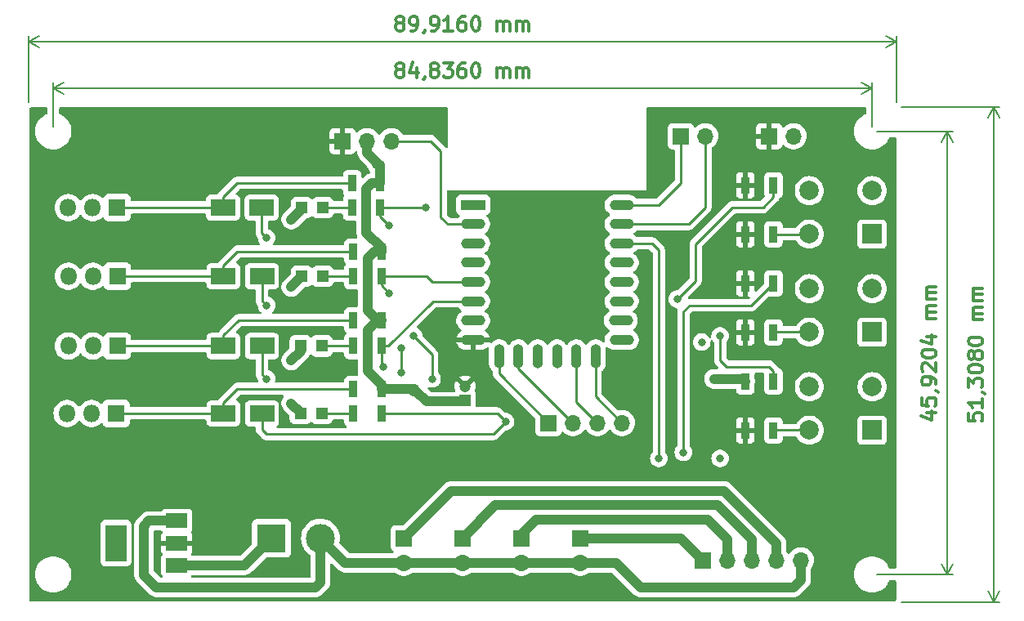
<source format=gbr>
G04 #@! TF.GenerationSoftware,KiCad,Pcbnew,8.0.2*
G04 #@! TF.CreationDate,2024-08-12T21:40:22+02:00*
G04 #@! TF.ProjectId,12v_stripe_controller_mini,3132765f-7374-4726-9970-655f636f6e74,rev?*
G04 #@! TF.SameCoordinates,Original*
G04 #@! TF.FileFunction,Copper,L1,Top*
G04 #@! TF.FilePolarity,Positive*
%FSLAX46Y46*%
G04 Gerber Fmt 4.6, Leading zero omitted, Abs format (unit mm)*
G04 Created by KiCad (PCBNEW 8.0.2) date 2024-08-12 21:40:22*
%MOMM*%
%LPD*%
G01*
G04 APERTURE LIST*
%ADD10C,0.300000*%
G04 #@! TA.AperFunction,NonConductor*
%ADD11C,0.300000*%
G04 #@! TD*
G04 #@! TA.AperFunction,NonConductor*
%ADD12C,0.200000*%
G04 #@! TD*
G04 #@! TA.AperFunction,SMDPad,CuDef*
%ADD13R,2.500000X1.700000*%
G04 #@! TD*
G04 #@! TA.AperFunction,SMDPad,CuDef*
%ADD14R,1.200000X1.200000*%
G04 #@! TD*
G04 #@! TA.AperFunction,ComponentPad*
%ADD15R,3.000000X3.000000*%
G04 #@! TD*
G04 #@! TA.AperFunction,ComponentPad*
%ADD16C,3.000000*%
G04 #@! TD*
G04 #@! TA.AperFunction,ComponentPad*
%ADD17R,1.700000X1.700000*%
G04 #@! TD*
G04 #@! TA.AperFunction,ComponentPad*
%ADD18O,1.700000X1.700000*%
G04 #@! TD*
G04 #@! TA.AperFunction,ComponentPad*
%ADD19R,1.800000X1.800000*%
G04 #@! TD*
G04 #@! TA.AperFunction,ComponentPad*
%ADD20O,1.800000X1.800000*%
G04 #@! TD*
G04 #@! TA.AperFunction,SMDPad,CuDef*
%ADD21R,0.900000X1.700000*%
G04 #@! TD*
G04 #@! TA.AperFunction,ComponentPad*
%ADD22R,2.000000X2.000000*%
G04 #@! TD*
G04 #@! TA.AperFunction,ComponentPad*
%ADD23C,2.000000*%
G04 #@! TD*
G04 #@! TA.AperFunction,ComponentPad*
%ADD24R,2.500000X1.100000*%
G04 #@! TD*
G04 #@! TA.AperFunction,ComponentPad*
%ADD25O,2.500000X1.100000*%
G04 #@! TD*
G04 #@! TA.AperFunction,ComponentPad*
%ADD26O,1.100000X2.500000*%
G04 #@! TD*
G04 #@! TA.AperFunction,SMDPad,CuDef*
%ADD27R,2.200000X1.500000*%
G04 #@! TD*
G04 #@! TA.AperFunction,SMDPad,CuDef*
%ADD28R,2.200000X3.800000*%
G04 #@! TD*
G04 #@! TA.AperFunction,ComponentPad*
%ADD29R,1.200000X1.200000*%
G04 #@! TD*
G04 #@! TA.AperFunction,ComponentPad*
%ADD30C,1.200000*%
G04 #@! TD*
G04 #@! TA.AperFunction,ViaPad*
%ADD31C,0.800000*%
G04 #@! TD*
G04 #@! TA.AperFunction,Conductor*
%ADD32C,0.250000*%
G04 #@! TD*
G04 #@! TA.AperFunction,Conductor*
%ADD33C,1.000000*%
G04 #@! TD*
G04 APERTURE END LIST*
D10*
D11*
X134962144Y-77142185D02*
X134819287Y-77070757D01*
X134819287Y-77070757D02*
X134747858Y-76999328D01*
X134747858Y-76999328D02*
X134676430Y-76856471D01*
X134676430Y-76856471D02*
X134676430Y-76785042D01*
X134676430Y-76785042D02*
X134747858Y-76642185D01*
X134747858Y-76642185D02*
X134819287Y-76570757D01*
X134819287Y-76570757D02*
X134962144Y-76499328D01*
X134962144Y-76499328D02*
X135247858Y-76499328D01*
X135247858Y-76499328D02*
X135390716Y-76570757D01*
X135390716Y-76570757D02*
X135462144Y-76642185D01*
X135462144Y-76642185D02*
X135533573Y-76785042D01*
X135533573Y-76785042D02*
X135533573Y-76856471D01*
X135533573Y-76856471D02*
X135462144Y-76999328D01*
X135462144Y-76999328D02*
X135390716Y-77070757D01*
X135390716Y-77070757D02*
X135247858Y-77142185D01*
X135247858Y-77142185D02*
X134962144Y-77142185D01*
X134962144Y-77142185D02*
X134819287Y-77213614D01*
X134819287Y-77213614D02*
X134747858Y-77285042D01*
X134747858Y-77285042D02*
X134676430Y-77427900D01*
X134676430Y-77427900D02*
X134676430Y-77713614D01*
X134676430Y-77713614D02*
X134747858Y-77856471D01*
X134747858Y-77856471D02*
X134819287Y-77927900D01*
X134819287Y-77927900D02*
X134962144Y-77999328D01*
X134962144Y-77999328D02*
X135247858Y-77999328D01*
X135247858Y-77999328D02*
X135390716Y-77927900D01*
X135390716Y-77927900D02*
X135462144Y-77856471D01*
X135462144Y-77856471D02*
X135533573Y-77713614D01*
X135533573Y-77713614D02*
X135533573Y-77427900D01*
X135533573Y-77427900D02*
X135462144Y-77285042D01*
X135462144Y-77285042D02*
X135390716Y-77213614D01*
X135390716Y-77213614D02*
X135247858Y-77142185D01*
X136819287Y-76999328D02*
X136819287Y-77999328D01*
X136462144Y-76427900D02*
X136105001Y-77499328D01*
X136105001Y-77499328D02*
X137033572Y-77499328D01*
X137676429Y-77927900D02*
X137676429Y-77999328D01*
X137676429Y-77999328D02*
X137605000Y-78142185D01*
X137605000Y-78142185D02*
X137533572Y-78213614D01*
X138533572Y-77142185D02*
X138390715Y-77070757D01*
X138390715Y-77070757D02*
X138319286Y-76999328D01*
X138319286Y-76999328D02*
X138247858Y-76856471D01*
X138247858Y-76856471D02*
X138247858Y-76785042D01*
X138247858Y-76785042D02*
X138319286Y-76642185D01*
X138319286Y-76642185D02*
X138390715Y-76570757D01*
X138390715Y-76570757D02*
X138533572Y-76499328D01*
X138533572Y-76499328D02*
X138819286Y-76499328D01*
X138819286Y-76499328D02*
X138962144Y-76570757D01*
X138962144Y-76570757D02*
X139033572Y-76642185D01*
X139033572Y-76642185D02*
X139105001Y-76785042D01*
X139105001Y-76785042D02*
X139105001Y-76856471D01*
X139105001Y-76856471D02*
X139033572Y-76999328D01*
X139033572Y-76999328D02*
X138962144Y-77070757D01*
X138962144Y-77070757D02*
X138819286Y-77142185D01*
X138819286Y-77142185D02*
X138533572Y-77142185D01*
X138533572Y-77142185D02*
X138390715Y-77213614D01*
X138390715Y-77213614D02*
X138319286Y-77285042D01*
X138319286Y-77285042D02*
X138247858Y-77427900D01*
X138247858Y-77427900D02*
X138247858Y-77713614D01*
X138247858Y-77713614D02*
X138319286Y-77856471D01*
X138319286Y-77856471D02*
X138390715Y-77927900D01*
X138390715Y-77927900D02*
X138533572Y-77999328D01*
X138533572Y-77999328D02*
X138819286Y-77999328D01*
X138819286Y-77999328D02*
X138962144Y-77927900D01*
X138962144Y-77927900D02*
X139033572Y-77856471D01*
X139033572Y-77856471D02*
X139105001Y-77713614D01*
X139105001Y-77713614D02*
X139105001Y-77427900D01*
X139105001Y-77427900D02*
X139033572Y-77285042D01*
X139033572Y-77285042D02*
X138962144Y-77213614D01*
X138962144Y-77213614D02*
X138819286Y-77142185D01*
X139605000Y-76499328D02*
X140533572Y-76499328D01*
X140533572Y-76499328D02*
X140033572Y-77070757D01*
X140033572Y-77070757D02*
X140247857Y-77070757D01*
X140247857Y-77070757D02*
X140390715Y-77142185D01*
X140390715Y-77142185D02*
X140462143Y-77213614D01*
X140462143Y-77213614D02*
X140533572Y-77356471D01*
X140533572Y-77356471D02*
X140533572Y-77713614D01*
X140533572Y-77713614D02*
X140462143Y-77856471D01*
X140462143Y-77856471D02*
X140390715Y-77927900D01*
X140390715Y-77927900D02*
X140247857Y-77999328D01*
X140247857Y-77999328D02*
X139819286Y-77999328D01*
X139819286Y-77999328D02*
X139676429Y-77927900D01*
X139676429Y-77927900D02*
X139605000Y-77856471D01*
X141819286Y-76499328D02*
X141533571Y-76499328D01*
X141533571Y-76499328D02*
X141390714Y-76570757D01*
X141390714Y-76570757D02*
X141319286Y-76642185D01*
X141319286Y-76642185D02*
X141176428Y-76856471D01*
X141176428Y-76856471D02*
X141105000Y-77142185D01*
X141105000Y-77142185D02*
X141105000Y-77713614D01*
X141105000Y-77713614D02*
X141176428Y-77856471D01*
X141176428Y-77856471D02*
X141247857Y-77927900D01*
X141247857Y-77927900D02*
X141390714Y-77999328D01*
X141390714Y-77999328D02*
X141676428Y-77999328D01*
X141676428Y-77999328D02*
X141819286Y-77927900D01*
X141819286Y-77927900D02*
X141890714Y-77856471D01*
X141890714Y-77856471D02*
X141962143Y-77713614D01*
X141962143Y-77713614D02*
X141962143Y-77356471D01*
X141962143Y-77356471D02*
X141890714Y-77213614D01*
X141890714Y-77213614D02*
X141819286Y-77142185D01*
X141819286Y-77142185D02*
X141676428Y-77070757D01*
X141676428Y-77070757D02*
X141390714Y-77070757D01*
X141390714Y-77070757D02*
X141247857Y-77142185D01*
X141247857Y-77142185D02*
X141176428Y-77213614D01*
X141176428Y-77213614D02*
X141105000Y-77356471D01*
X142890714Y-76499328D02*
X143033571Y-76499328D01*
X143033571Y-76499328D02*
X143176428Y-76570757D01*
X143176428Y-76570757D02*
X143247857Y-76642185D01*
X143247857Y-76642185D02*
X143319285Y-76785042D01*
X143319285Y-76785042D02*
X143390714Y-77070757D01*
X143390714Y-77070757D02*
X143390714Y-77427900D01*
X143390714Y-77427900D02*
X143319285Y-77713614D01*
X143319285Y-77713614D02*
X143247857Y-77856471D01*
X143247857Y-77856471D02*
X143176428Y-77927900D01*
X143176428Y-77927900D02*
X143033571Y-77999328D01*
X143033571Y-77999328D02*
X142890714Y-77999328D01*
X142890714Y-77999328D02*
X142747857Y-77927900D01*
X142747857Y-77927900D02*
X142676428Y-77856471D01*
X142676428Y-77856471D02*
X142604999Y-77713614D01*
X142604999Y-77713614D02*
X142533571Y-77427900D01*
X142533571Y-77427900D02*
X142533571Y-77070757D01*
X142533571Y-77070757D02*
X142604999Y-76785042D01*
X142604999Y-76785042D02*
X142676428Y-76642185D01*
X142676428Y-76642185D02*
X142747857Y-76570757D01*
X142747857Y-76570757D02*
X142890714Y-76499328D01*
X145176427Y-77999328D02*
X145176427Y-76999328D01*
X145176427Y-77142185D02*
X145247856Y-77070757D01*
X145247856Y-77070757D02*
X145390713Y-76999328D01*
X145390713Y-76999328D02*
X145604999Y-76999328D01*
X145604999Y-76999328D02*
X145747856Y-77070757D01*
X145747856Y-77070757D02*
X145819285Y-77213614D01*
X145819285Y-77213614D02*
X145819285Y-77999328D01*
X145819285Y-77213614D02*
X145890713Y-77070757D01*
X145890713Y-77070757D02*
X146033570Y-76999328D01*
X146033570Y-76999328D02*
X146247856Y-76999328D01*
X146247856Y-76999328D02*
X146390713Y-77070757D01*
X146390713Y-77070757D02*
X146462142Y-77213614D01*
X146462142Y-77213614D02*
X146462142Y-77999328D01*
X147176427Y-77999328D02*
X147176427Y-76999328D01*
X147176427Y-77142185D02*
X147247856Y-77070757D01*
X147247856Y-77070757D02*
X147390713Y-76999328D01*
X147390713Y-76999328D02*
X147604999Y-76999328D01*
X147604999Y-76999328D02*
X147747856Y-77070757D01*
X147747856Y-77070757D02*
X147819285Y-77213614D01*
X147819285Y-77213614D02*
X147819285Y-77999328D01*
X147819285Y-77213614D02*
X147890713Y-77070757D01*
X147890713Y-77070757D02*
X148033570Y-76999328D01*
X148033570Y-76999328D02*
X148247856Y-76999328D01*
X148247856Y-76999328D02*
X148390713Y-77070757D01*
X148390713Y-77070757D02*
X148462142Y-77213614D01*
X148462142Y-77213614D02*
X148462142Y-77999328D01*
D12*
X99187000Y-83066000D02*
X99187000Y-78534580D01*
X184023000Y-83066000D02*
X184023000Y-78534580D01*
X99187000Y-79121000D02*
X184023000Y-79121000D01*
X99187000Y-79121000D02*
X184023000Y-79121000D01*
X99187000Y-79121000D02*
X100313504Y-78534579D01*
X99187000Y-79121000D02*
X100313504Y-79707421D01*
X184023000Y-79121000D02*
X182896496Y-79707421D01*
X184023000Y-79121000D02*
X182896496Y-78534579D01*
D10*
D11*
X189648328Y-112740474D02*
X190648328Y-112740474D01*
X189076900Y-113097616D02*
X190148328Y-113454759D01*
X190148328Y-113454759D02*
X190148328Y-112526188D01*
X189148328Y-111240474D02*
X189148328Y-111954760D01*
X189148328Y-111954760D02*
X189862614Y-112026188D01*
X189862614Y-112026188D02*
X189791185Y-111954760D01*
X189791185Y-111954760D02*
X189719757Y-111811903D01*
X189719757Y-111811903D02*
X189719757Y-111454760D01*
X189719757Y-111454760D02*
X189791185Y-111311903D01*
X189791185Y-111311903D02*
X189862614Y-111240474D01*
X189862614Y-111240474D02*
X190005471Y-111169045D01*
X190005471Y-111169045D02*
X190362614Y-111169045D01*
X190362614Y-111169045D02*
X190505471Y-111240474D01*
X190505471Y-111240474D02*
X190576900Y-111311903D01*
X190576900Y-111311903D02*
X190648328Y-111454760D01*
X190648328Y-111454760D02*
X190648328Y-111811903D01*
X190648328Y-111811903D02*
X190576900Y-111954760D01*
X190576900Y-111954760D02*
X190505471Y-112026188D01*
X190576900Y-110454760D02*
X190648328Y-110454760D01*
X190648328Y-110454760D02*
X190791185Y-110526189D01*
X190791185Y-110526189D02*
X190862614Y-110597617D01*
X190648328Y-109740474D02*
X190648328Y-109454760D01*
X190648328Y-109454760D02*
X190576900Y-109311903D01*
X190576900Y-109311903D02*
X190505471Y-109240474D01*
X190505471Y-109240474D02*
X190291185Y-109097617D01*
X190291185Y-109097617D02*
X190005471Y-109026188D01*
X190005471Y-109026188D02*
X189434042Y-109026188D01*
X189434042Y-109026188D02*
X189291185Y-109097617D01*
X189291185Y-109097617D02*
X189219757Y-109169046D01*
X189219757Y-109169046D02*
X189148328Y-109311903D01*
X189148328Y-109311903D02*
X189148328Y-109597617D01*
X189148328Y-109597617D02*
X189219757Y-109740474D01*
X189219757Y-109740474D02*
X189291185Y-109811903D01*
X189291185Y-109811903D02*
X189434042Y-109883331D01*
X189434042Y-109883331D02*
X189791185Y-109883331D01*
X189791185Y-109883331D02*
X189934042Y-109811903D01*
X189934042Y-109811903D02*
X190005471Y-109740474D01*
X190005471Y-109740474D02*
X190076900Y-109597617D01*
X190076900Y-109597617D02*
X190076900Y-109311903D01*
X190076900Y-109311903D02*
X190005471Y-109169046D01*
X190005471Y-109169046D02*
X189934042Y-109097617D01*
X189934042Y-109097617D02*
X189791185Y-109026188D01*
X189291185Y-108454760D02*
X189219757Y-108383332D01*
X189219757Y-108383332D02*
X189148328Y-108240475D01*
X189148328Y-108240475D02*
X189148328Y-107883332D01*
X189148328Y-107883332D02*
X189219757Y-107740475D01*
X189219757Y-107740475D02*
X189291185Y-107669046D01*
X189291185Y-107669046D02*
X189434042Y-107597617D01*
X189434042Y-107597617D02*
X189576900Y-107597617D01*
X189576900Y-107597617D02*
X189791185Y-107669046D01*
X189791185Y-107669046D02*
X190648328Y-108526189D01*
X190648328Y-108526189D02*
X190648328Y-107597617D01*
X189148328Y-106669046D02*
X189148328Y-106526189D01*
X189148328Y-106526189D02*
X189219757Y-106383332D01*
X189219757Y-106383332D02*
X189291185Y-106311904D01*
X189291185Y-106311904D02*
X189434042Y-106240475D01*
X189434042Y-106240475D02*
X189719757Y-106169046D01*
X189719757Y-106169046D02*
X190076900Y-106169046D01*
X190076900Y-106169046D02*
X190362614Y-106240475D01*
X190362614Y-106240475D02*
X190505471Y-106311904D01*
X190505471Y-106311904D02*
X190576900Y-106383332D01*
X190576900Y-106383332D02*
X190648328Y-106526189D01*
X190648328Y-106526189D02*
X190648328Y-106669046D01*
X190648328Y-106669046D02*
X190576900Y-106811904D01*
X190576900Y-106811904D02*
X190505471Y-106883332D01*
X190505471Y-106883332D02*
X190362614Y-106954761D01*
X190362614Y-106954761D02*
X190076900Y-107026189D01*
X190076900Y-107026189D02*
X189719757Y-107026189D01*
X189719757Y-107026189D02*
X189434042Y-106954761D01*
X189434042Y-106954761D02*
X189291185Y-106883332D01*
X189291185Y-106883332D02*
X189219757Y-106811904D01*
X189219757Y-106811904D02*
X189148328Y-106669046D01*
X189648328Y-104883333D02*
X190648328Y-104883333D01*
X189076900Y-105240475D02*
X190148328Y-105597618D01*
X190148328Y-105597618D02*
X190148328Y-104669047D01*
X190648328Y-102954762D02*
X189648328Y-102954762D01*
X189791185Y-102954762D02*
X189719757Y-102883333D01*
X189719757Y-102883333D02*
X189648328Y-102740476D01*
X189648328Y-102740476D02*
X189648328Y-102526190D01*
X189648328Y-102526190D02*
X189719757Y-102383333D01*
X189719757Y-102383333D02*
X189862614Y-102311905D01*
X189862614Y-102311905D02*
X190648328Y-102311905D01*
X189862614Y-102311905D02*
X189719757Y-102240476D01*
X189719757Y-102240476D02*
X189648328Y-102097619D01*
X189648328Y-102097619D02*
X189648328Y-101883333D01*
X189648328Y-101883333D02*
X189719757Y-101740476D01*
X189719757Y-101740476D02*
X189862614Y-101669047D01*
X189862614Y-101669047D02*
X190648328Y-101669047D01*
X190648328Y-100954762D02*
X189648328Y-100954762D01*
X189791185Y-100954762D02*
X189719757Y-100883333D01*
X189719757Y-100883333D02*
X189648328Y-100740476D01*
X189648328Y-100740476D02*
X189648328Y-100526190D01*
X189648328Y-100526190D02*
X189719757Y-100383333D01*
X189719757Y-100383333D02*
X189862614Y-100311905D01*
X189862614Y-100311905D02*
X190648328Y-100311905D01*
X189862614Y-100311905D02*
X189719757Y-100240476D01*
X189719757Y-100240476D02*
X189648328Y-100097619D01*
X189648328Y-100097619D02*
X189648328Y-99883333D01*
X189648328Y-99883333D02*
X189719757Y-99740476D01*
X189719757Y-99740476D02*
X189862614Y-99669047D01*
X189862614Y-99669047D02*
X190648328Y-99669047D01*
D12*
X184523000Y-129486380D02*
X192356420Y-129486380D01*
X184523000Y-83566000D02*
X192356420Y-83566000D01*
X191770000Y-129486380D02*
X191770000Y-83566000D01*
X191770000Y-129486380D02*
X191770000Y-83566000D01*
X191770000Y-129486380D02*
X191183579Y-128359876D01*
X191770000Y-129486380D02*
X192356421Y-128359876D01*
X191770000Y-83566000D02*
X192356421Y-84692504D01*
X191770000Y-83566000D02*
X191183579Y-84692504D01*
D10*
D11*
X134962144Y-72316185D02*
X134819287Y-72244757D01*
X134819287Y-72244757D02*
X134747858Y-72173328D01*
X134747858Y-72173328D02*
X134676430Y-72030471D01*
X134676430Y-72030471D02*
X134676430Y-71959042D01*
X134676430Y-71959042D02*
X134747858Y-71816185D01*
X134747858Y-71816185D02*
X134819287Y-71744757D01*
X134819287Y-71744757D02*
X134962144Y-71673328D01*
X134962144Y-71673328D02*
X135247858Y-71673328D01*
X135247858Y-71673328D02*
X135390716Y-71744757D01*
X135390716Y-71744757D02*
X135462144Y-71816185D01*
X135462144Y-71816185D02*
X135533573Y-71959042D01*
X135533573Y-71959042D02*
X135533573Y-72030471D01*
X135533573Y-72030471D02*
X135462144Y-72173328D01*
X135462144Y-72173328D02*
X135390716Y-72244757D01*
X135390716Y-72244757D02*
X135247858Y-72316185D01*
X135247858Y-72316185D02*
X134962144Y-72316185D01*
X134962144Y-72316185D02*
X134819287Y-72387614D01*
X134819287Y-72387614D02*
X134747858Y-72459042D01*
X134747858Y-72459042D02*
X134676430Y-72601900D01*
X134676430Y-72601900D02*
X134676430Y-72887614D01*
X134676430Y-72887614D02*
X134747858Y-73030471D01*
X134747858Y-73030471D02*
X134819287Y-73101900D01*
X134819287Y-73101900D02*
X134962144Y-73173328D01*
X134962144Y-73173328D02*
X135247858Y-73173328D01*
X135247858Y-73173328D02*
X135390716Y-73101900D01*
X135390716Y-73101900D02*
X135462144Y-73030471D01*
X135462144Y-73030471D02*
X135533573Y-72887614D01*
X135533573Y-72887614D02*
X135533573Y-72601900D01*
X135533573Y-72601900D02*
X135462144Y-72459042D01*
X135462144Y-72459042D02*
X135390716Y-72387614D01*
X135390716Y-72387614D02*
X135247858Y-72316185D01*
X136247858Y-73173328D02*
X136533572Y-73173328D01*
X136533572Y-73173328D02*
X136676429Y-73101900D01*
X136676429Y-73101900D02*
X136747858Y-73030471D01*
X136747858Y-73030471D02*
X136890715Y-72816185D01*
X136890715Y-72816185D02*
X136962144Y-72530471D01*
X136962144Y-72530471D02*
X136962144Y-71959042D01*
X136962144Y-71959042D02*
X136890715Y-71816185D01*
X136890715Y-71816185D02*
X136819287Y-71744757D01*
X136819287Y-71744757D02*
X136676429Y-71673328D01*
X136676429Y-71673328D02*
X136390715Y-71673328D01*
X136390715Y-71673328D02*
X136247858Y-71744757D01*
X136247858Y-71744757D02*
X136176429Y-71816185D01*
X136176429Y-71816185D02*
X136105001Y-71959042D01*
X136105001Y-71959042D02*
X136105001Y-72316185D01*
X136105001Y-72316185D02*
X136176429Y-72459042D01*
X136176429Y-72459042D02*
X136247858Y-72530471D01*
X136247858Y-72530471D02*
X136390715Y-72601900D01*
X136390715Y-72601900D02*
X136676429Y-72601900D01*
X136676429Y-72601900D02*
X136819287Y-72530471D01*
X136819287Y-72530471D02*
X136890715Y-72459042D01*
X136890715Y-72459042D02*
X136962144Y-72316185D01*
X137676429Y-73101900D02*
X137676429Y-73173328D01*
X137676429Y-73173328D02*
X137605000Y-73316185D01*
X137605000Y-73316185D02*
X137533572Y-73387614D01*
X138390715Y-73173328D02*
X138676429Y-73173328D01*
X138676429Y-73173328D02*
X138819286Y-73101900D01*
X138819286Y-73101900D02*
X138890715Y-73030471D01*
X138890715Y-73030471D02*
X139033572Y-72816185D01*
X139033572Y-72816185D02*
X139105001Y-72530471D01*
X139105001Y-72530471D02*
X139105001Y-71959042D01*
X139105001Y-71959042D02*
X139033572Y-71816185D01*
X139033572Y-71816185D02*
X138962144Y-71744757D01*
X138962144Y-71744757D02*
X138819286Y-71673328D01*
X138819286Y-71673328D02*
X138533572Y-71673328D01*
X138533572Y-71673328D02*
X138390715Y-71744757D01*
X138390715Y-71744757D02*
X138319286Y-71816185D01*
X138319286Y-71816185D02*
X138247858Y-71959042D01*
X138247858Y-71959042D02*
X138247858Y-72316185D01*
X138247858Y-72316185D02*
X138319286Y-72459042D01*
X138319286Y-72459042D02*
X138390715Y-72530471D01*
X138390715Y-72530471D02*
X138533572Y-72601900D01*
X138533572Y-72601900D02*
X138819286Y-72601900D01*
X138819286Y-72601900D02*
X138962144Y-72530471D01*
X138962144Y-72530471D02*
X139033572Y-72459042D01*
X139033572Y-72459042D02*
X139105001Y-72316185D01*
X140533572Y-73173328D02*
X139676429Y-73173328D01*
X140105000Y-73173328D02*
X140105000Y-71673328D01*
X140105000Y-71673328D02*
X139962143Y-71887614D01*
X139962143Y-71887614D02*
X139819286Y-72030471D01*
X139819286Y-72030471D02*
X139676429Y-72101900D01*
X141819286Y-71673328D02*
X141533571Y-71673328D01*
X141533571Y-71673328D02*
X141390714Y-71744757D01*
X141390714Y-71744757D02*
X141319286Y-71816185D01*
X141319286Y-71816185D02*
X141176428Y-72030471D01*
X141176428Y-72030471D02*
X141105000Y-72316185D01*
X141105000Y-72316185D02*
X141105000Y-72887614D01*
X141105000Y-72887614D02*
X141176428Y-73030471D01*
X141176428Y-73030471D02*
X141247857Y-73101900D01*
X141247857Y-73101900D02*
X141390714Y-73173328D01*
X141390714Y-73173328D02*
X141676428Y-73173328D01*
X141676428Y-73173328D02*
X141819286Y-73101900D01*
X141819286Y-73101900D02*
X141890714Y-73030471D01*
X141890714Y-73030471D02*
X141962143Y-72887614D01*
X141962143Y-72887614D02*
X141962143Y-72530471D01*
X141962143Y-72530471D02*
X141890714Y-72387614D01*
X141890714Y-72387614D02*
X141819286Y-72316185D01*
X141819286Y-72316185D02*
X141676428Y-72244757D01*
X141676428Y-72244757D02*
X141390714Y-72244757D01*
X141390714Y-72244757D02*
X141247857Y-72316185D01*
X141247857Y-72316185D02*
X141176428Y-72387614D01*
X141176428Y-72387614D02*
X141105000Y-72530471D01*
X142890714Y-71673328D02*
X143033571Y-71673328D01*
X143033571Y-71673328D02*
X143176428Y-71744757D01*
X143176428Y-71744757D02*
X143247857Y-71816185D01*
X143247857Y-71816185D02*
X143319285Y-71959042D01*
X143319285Y-71959042D02*
X143390714Y-72244757D01*
X143390714Y-72244757D02*
X143390714Y-72601900D01*
X143390714Y-72601900D02*
X143319285Y-72887614D01*
X143319285Y-72887614D02*
X143247857Y-73030471D01*
X143247857Y-73030471D02*
X143176428Y-73101900D01*
X143176428Y-73101900D02*
X143033571Y-73173328D01*
X143033571Y-73173328D02*
X142890714Y-73173328D01*
X142890714Y-73173328D02*
X142747857Y-73101900D01*
X142747857Y-73101900D02*
X142676428Y-73030471D01*
X142676428Y-73030471D02*
X142604999Y-72887614D01*
X142604999Y-72887614D02*
X142533571Y-72601900D01*
X142533571Y-72601900D02*
X142533571Y-72244757D01*
X142533571Y-72244757D02*
X142604999Y-71959042D01*
X142604999Y-71959042D02*
X142676428Y-71816185D01*
X142676428Y-71816185D02*
X142747857Y-71744757D01*
X142747857Y-71744757D02*
X142890714Y-71673328D01*
X145176427Y-73173328D02*
X145176427Y-72173328D01*
X145176427Y-72316185D02*
X145247856Y-72244757D01*
X145247856Y-72244757D02*
X145390713Y-72173328D01*
X145390713Y-72173328D02*
X145604999Y-72173328D01*
X145604999Y-72173328D02*
X145747856Y-72244757D01*
X145747856Y-72244757D02*
X145819285Y-72387614D01*
X145819285Y-72387614D02*
X145819285Y-73173328D01*
X145819285Y-72387614D02*
X145890713Y-72244757D01*
X145890713Y-72244757D02*
X146033570Y-72173328D01*
X146033570Y-72173328D02*
X146247856Y-72173328D01*
X146247856Y-72173328D02*
X146390713Y-72244757D01*
X146390713Y-72244757D02*
X146462142Y-72387614D01*
X146462142Y-72387614D02*
X146462142Y-73173328D01*
X147176427Y-73173328D02*
X147176427Y-72173328D01*
X147176427Y-72316185D02*
X147247856Y-72244757D01*
X147247856Y-72244757D02*
X147390713Y-72173328D01*
X147390713Y-72173328D02*
X147604999Y-72173328D01*
X147604999Y-72173328D02*
X147747856Y-72244757D01*
X147747856Y-72244757D02*
X147819285Y-72387614D01*
X147819285Y-72387614D02*
X147819285Y-73173328D01*
X147819285Y-72387614D02*
X147890713Y-72244757D01*
X147890713Y-72244757D02*
X148033570Y-72173328D01*
X148033570Y-72173328D02*
X148247856Y-72173328D01*
X148247856Y-72173328D02*
X148390713Y-72244757D01*
X148390713Y-72244757D02*
X148462142Y-72387614D01*
X148462142Y-72387614D02*
X148462142Y-73173328D01*
D12*
X96647000Y-80526000D02*
X96647000Y-73708580D01*
X186563000Y-80526000D02*
X186563000Y-73708580D01*
X96647000Y-74295000D02*
X186563000Y-74295000D01*
X96647000Y-74295000D02*
X186563000Y-74295000D01*
X96647000Y-74295000D02*
X97773504Y-73708579D01*
X96647000Y-74295000D02*
X97773504Y-74881421D01*
X186563000Y-74295000D02*
X185436496Y-74881421D01*
X186563000Y-74295000D02*
X185436496Y-73708579D01*
D10*
D11*
X193974328Y-112822855D02*
X193974328Y-113537141D01*
X193974328Y-113537141D02*
X194688614Y-113608569D01*
X194688614Y-113608569D02*
X194617185Y-113537141D01*
X194617185Y-113537141D02*
X194545757Y-113394284D01*
X194545757Y-113394284D02*
X194545757Y-113037141D01*
X194545757Y-113037141D02*
X194617185Y-112894284D01*
X194617185Y-112894284D02*
X194688614Y-112822855D01*
X194688614Y-112822855D02*
X194831471Y-112751426D01*
X194831471Y-112751426D02*
X195188614Y-112751426D01*
X195188614Y-112751426D02*
X195331471Y-112822855D01*
X195331471Y-112822855D02*
X195402900Y-112894284D01*
X195402900Y-112894284D02*
X195474328Y-113037141D01*
X195474328Y-113037141D02*
X195474328Y-113394284D01*
X195474328Y-113394284D02*
X195402900Y-113537141D01*
X195402900Y-113537141D02*
X195331471Y-113608569D01*
X195474328Y-111322855D02*
X195474328Y-112179998D01*
X195474328Y-111751427D02*
X193974328Y-111751427D01*
X193974328Y-111751427D02*
X194188614Y-111894284D01*
X194188614Y-111894284D02*
X194331471Y-112037141D01*
X194331471Y-112037141D02*
X194402900Y-112179998D01*
X195402900Y-110608570D02*
X195474328Y-110608570D01*
X195474328Y-110608570D02*
X195617185Y-110679999D01*
X195617185Y-110679999D02*
X195688614Y-110751427D01*
X193974328Y-110108570D02*
X193974328Y-109179998D01*
X193974328Y-109179998D02*
X194545757Y-109679998D01*
X194545757Y-109679998D02*
X194545757Y-109465713D01*
X194545757Y-109465713D02*
X194617185Y-109322856D01*
X194617185Y-109322856D02*
X194688614Y-109251427D01*
X194688614Y-109251427D02*
X194831471Y-109179998D01*
X194831471Y-109179998D02*
X195188614Y-109179998D01*
X195188614Y-109179998D02*
X195331471Y-109251427D01*
X195331471Y-109251427D02*
X195402900Y-109322856D01*
X195402900Y-109322856D02*
X195474328Y-109465713D01*
X195474328Y-109465713D02*
X195474328Y-109894284D01*
X195474328Y-109894284D02*
X195402900Y-110037141D01*
X195402900Y-110037141D02*
X195331471Y-110108570D01*
X193974328Y-108251427D02*
X193974328Y-108108570D01*
X193974328Y-108108570D02*
X194045757Y-107965713D01*
X194045757Y-107965713D02*
X194117185Y-107894285D01*
X194117185Y-107894285D02*
X194260042Y-107822856D01*
X194260042Y-107822856D02*
X194545757Y-107751427D01*
X194545757Y-107751427D02*
X194902900Y-107751427D01*
X194902900Y-107751427D02*
X195188614Y-107822856D01*
X195188614Y-107822856D02*
X195331471Y-107894285D01*
X195331471Y-107894285D02*
X195402900Y-107965713D01*
X195402900Y-107965713D02*
X195474328Y-108108570D01*
X195474328Y-108108570D02*
X195474328Y-108251427D01*
X195474328Y-108251427D02*
X195402900Y-108394285D01*
X195402900Y-108394285D02*
X195331471Y-108465713D01*
X195331471Y-108465713D02*
X195188614Y-108537142D01*
X195188614Y-108537142D02*
X194902900Y-108608570D01*
X194902900Y-108608570D02*
X194545757Y-108608570D01*
X194545757Y-108608570D02*
X194260042Y-108537142D01*
X194260042Y-108537142D02*
X194117185Y-108465713D01*
X194117185Y-108465713D02*
X194045757Y-108394285D01*
X194045757Y-108394285D02*
X193974328Y-108251427D01*
X194617185Y-106894285D02*
X194545757Y-107037142D01*
X194545757Y-107037142D02*
X194474328Y-107108571D01*
X194474328Y-107108571D02*
X194331471Y-107179999D01*
X194331471Y-107179999D02*
X194260042Y-107179999D01*
X194260042Y-107179999D02*
X194117185Y-107108571D01*
X194117185Y-107108571D02*
X194045757Y-107037142D01*
X194045757Y-107037142D02*
X193974328Y-106894285D01*
X193974328Y-106894285D02*
X193974328Y-106608571D01*
X193974328Y-106608571D02*
X194045757Y-106465714D01*
X194045757Y-106465714D02*
X194117185Y-106394285D01*
X194117185Y-106394285D02*
X194260042Y-106322856D01*
X194260042Y-106322856D02*
X194331471Y-106322856D01*
X194331471Y-106322856D02*
X194474328Y-106394285D01*
X194474328Y-106394285D02*
X194545757Y-106465714D01*
X194545757Y-106465714D02*
X194617185Y-106608571D01*
X194617185Y-106608571D02*
X194617185Y-106894285D01*
X194617185Y-106894285D02*
X194688614Y-107037142D01*
X194688614Y-107037142D02*
X194760042Y-107108571D01*
X194760042Y-107108571D02*
X194902900Y-107179999D01*
X194902900Y-107179999D02*
X195188614Y-107179999D01*
X195188614Y-107179999D02*
X195331471Y-107108571D01*
X195331471Y-107108571D02*
X195402900Y-107037142D01*
X195402900Y-107037142D02*
X195474328Y-106894285D01*
X195474328Y-106894285D02*
X195474328Y-106608571D01*
X195474328Y-106608571D02*
X195402900Y-106465714D01*
X195402900Y-106465714D02*
X195331471Y-106394285D01*
X195331471Y-106394285D02*
X195188614Y-106322856D01*
X195188614Y-106322856D02*
X194902900Y-106322856D01*
X194902900Y-106322856D02*
X194760042Y-106394285D01*
X194760042Y-106394285D02*
X194688614Y-106465714D01*
X194688614Y-106465714D02*
X194617185Y-106608571D01*
X193974328Y-105394285D02*
X193974328Y-105251428D01*
X193974328Y-105251428D02*
X194045757Y-105108571D01*
X194045757Y-105108571D02*
X194117185Y-105037143D01*
X194117185Y-105037143D02*
X194260042Y-104965714D01*
X194260042Y-104965714D02*
X194545757Y-104894285D01*
X194545757Y-104894285D02*
X194902900Y-104894285D01*
X194902900Y-104894285D02*
X195188614Y-104965714D01*
X195188614Y-104965714D02*
X195331471Y-105037143D01*
X195331471Y-105037143D02*
X195402900Y-105108571D01*
X195402900Y-105108571D02*
X195474328Y-105251428D01*
X195474328Y-105251428D02*
X195474328Y-105394285D01*
X195474328Y-105394285D02*
X195402900Y-105537143D01*
X195402900Y-105537143D02*
X195331471Y-105608571D01*
X195331471Y-105608571D02*
X195188614Y-105680000D01*
X195188614Y-105680000D02*
X194902900Y-105751428D01*
X194902900Y-105751428D02*
X194545757Y-105751428D01*
X194545757Y-105751428D02*
X194260042Y-105680000D01*
X194260042Y-105680000D02*
X194117185Y-105608571D01*
X194117185Y-105608571D02*
X194045757Y-105537143D01*
X194045757Y-105537143D02*
X193974328Y-105394285D01*
X195474328Y-103108572D02*
X194474328Y-103108572D01*
X194617185Y-103108572D02*
X194545757Y-103037143D01*
X194545757Y-103037143D02*
X194474328Y-102894286D01*
X194474328Y-102894286D02*
X194474328Y-102680000D01*
X194474328Y-102680000D02*
X194545757Y-102537143D01*
X194545757Y-102537143D02*
X194688614Y-102465715D01*
X194688614Y-102465715D02*
X195474328Y-102465715D01*
X194688614Y-102465715D02*
X194545757Y-102394286D01*
X194545757Y-102394286D02*
X194474328Y-102251429D01*
X194474328Y-102251429D02*
X194474328Y-102037143D01*
X194474328Y-102037143D02*
X194545757Y-101894286D01*
X194545757Y-101894286D02*
X194688614Y-101822857D01*
X194688614Y-101822857D02*
X195474328Y-101822857D01*
X195474328Y-101108572D02*
X194474328Y-101108572D01*
X194617185Y-101108572D02*
X194545757Y-101037143D01*
X194545757Y-101037143D02*
X194474328Y-100894286D01*
X194474328Y-100894286D02*
X194474328Y-100680000D01*
X194474328Y-100680000D02*
X194545757Y-100537143D01*
X194545757Y-100537143D02*
X194688614Y-100465715D01*
X194688614Y-100465715D02*
X195474328Y-100465715D01*
X194688614Y-100465715D02*
X194545757Y-100394286D01*
X194545757Y-100394286D02*
X194474328Y-100251429D01*
X194474328Y-100251429D02*
X194474328Y-100037143D01*
X194474328Y-100037143D02*
X194545757Y-99894286D01*
X194545757Y-99894286D02*
X194688614Y-99822857D01*
X194688614Y-99822857D02*
X195474328Y-99822857D01*
D12*
X187063000Y-81026000D02*
X197182420Y-81026000D01*
X187063000Y-132334000D02*
X197182420Y-132334000D01*
X196596000Y-81026000D02*
X196596000Y-132334000D01*
X196596000Y-81026000D02*
X196596000Y-132334000D01*
X196596000Y-81026000D02*
X197182421Y-82152504D01*
X196596000Y-81026000D02*
X196009579Y-82152504D01*
X196596000Y-132334000D02*
X196009579Y-131207496D01*
X196596000Y-132334000D02*
X197182421Y-131207496D01*
D13*
X116779666Y-91472507D03*
X120779666Y-91472507D03*
X116811666Y-98584507D03*
X120811666Y-98584507D03*
X116811666Y-105823507D03*
X120811666Y-105823507D03*
X116811666Y-112808507D03*
X120811666Y-112808507D03*
D14*
X124918666Y-91472507D03*
X127118666Y-91472507D03*
X124918666Y-98584507D03*
X127118666Y-98584507D03*
X124791666Y-105823507D03*
X126991666Y-105823507D03*
X124791666Y-112808507D03*
X126991666Y-112808507D03*
D15*
X121793000Y-125730000D03*
D16*
X126873000Y-125730000D03*
D17*
X150495000Y-113792000D03*
D18*
X153035000Y-113792000D03*
X155575000Y-113792000D03*
X158115000Y-113792000D03*
D17*
X129159000Y-84582000D03*
D18*
X131699000Y-84582000D03*
X134239000Y-84582000D03*
D19*
X105816998Y-91472507D03*
D20*
X103276998Y-91472507D03*
X100736998Y-91472507D03*
D19*
X105825666Y-98584507D03*
D20*
X103285666Y-98584507D03*
X100745666Y-98584507D03*
D19*
X105825666Y-105823507D03*
D20*
X103285666Y-105823507D03*
X100745666Y-105823507D03*
D19*
X105698666Y-112808507D03*
D20*
X103158666Y-112808507D03*
X100618666Y-112808507D03*
D21*
X130156666Y-88932507D03*
X133056666Y-88932507D03*
X130283666Y-96044507D03*
X133183666Y-96044507D03*
X130283666Y-103156507D03*
X133183666Y-103156507D03*
X130283666Y-110268507D03*
X133183666Y-110268507D03*
X173789000Y-114554000D03*
X170889000Y-114554000D03*
X173789000Y-104394000D03*
X170889000Y-104394000D03*
X173789000Y-94234000D03*
X170889000Y-94234000D03*
X173789000Y-109474000D03*
X170889000Y-109474000D03*
X173789000Y-99314000D03*
X170889000Y-99314000D03*
X173789000Y-89154000D03*
X170889000Y-89154000D03*
X130156666Y-91472507D03*
X133056666Y-91472507D03*
X130283666Y-98584507D03*
X133183666Y-98584507D03*
X130283666Y-105823507D03*
X133183666Y-105823507D03*
X130283666Y-112808507D03*
X133183666Y-112808507D03*
D22*
X184021800Y-114543400D03*
D23*
X177521800Y-114543400D03*
X184021800Y-110043400D03*
X177521800Y-110043400D03*
D22*
X184021800Y-104383400D03*
D23*
X177521800Y-104383400D03*
X184021800Y-99883400D03*
X177521800Y-99883400D03*
D22*
X184021800Y-94223400D03*
D23*
X177521800Y-94223400D03*
X184021800Y-89723400D03*
X177521800Y-89723400D03*
D24*
X142683000Y-91186000D03*
D25*
X142683000Y-93186000D03*
X142683000Y-95186000D03*
X142683000Y-97186000D03*
X142683000Y-99186000D03*
X142683000Y-101186000D03*
X142683000Y-103186000D03*
X142683000Y-105186000D03*
D26*
X145373000Y-106886000D03*
X147373000Y-106886000D03*
X149373000Y-106886000D03*
X151373000Y-106886000D03*
X153373000Y-106886000D03*
X155373000Y-106886000D03*
D25*
X158083000Y-105186000D03*
X157983000Y-103186000D03*
X158083000Y-101186000D03*
X158083000Y-99186000D03*
X158083000Y-97186000D03*
X158083000Y-95186000D03*
X158083000Y-93186000D03*
X158083000Y-91186000D03*
D27*
X111989000Y-128538000D03*
X111989000Y-126238000D03*
X111989000Y-123938000D03*
D28*
X105689000Y-126238000D03*
D29*
X141859000Y-111482000D03*
D30*
X141859000Y-109982000D03*
D17*
X135509000Y-125730000D03*
D18*
X135509000Y-128270000D03*
D17*
X141605000Y-125730000D03*
D18*
X141605000Y-128270000D03*
D17*
X147701000Y-125730000D03*
D18*
X147701000Y-128270000D03*
D17*
X153797000Y-125730000D03*
D18*
X153797000Y-128270000D03*
D17*
X164211000Y-84074000D03*
D18*
X166751000Y-84074000D03*
D17*
X166497000Y-128016000D03*
D18*
X169037000Y-128016000D03*
X171577000Y-128016000D03*
X174117000Y-128016000D03*
X176657000Y-128016000D03*
D17*
X173355000Y-84074000D03*
D18*
X175895000Y-84074000D03*
D31*
X133985000Y-100330000D03*
X121285000Y-101600000D03*
X121285000Y-109220000D03*
X133350000Y-107950000D03*
X133985000Y-93345000D03*
X137795000Y-91440000D03*
X121285000Y-94615000D03*
X123825000Y-99695000D03*
X123825000Y-92710000D03*
X167640000Y-109220000D03*
X136525000Y-110490000D03*
X166370000Y-105410000D03*
X123825000Y-107315000D03*
X132715000Y-86995000D03*
X123825000Y-111760000D03*
X146050000Y-113665000D03*
X161925000Y-117475000D03*
X168275000Y-104775000D03*
X164465000Y-116840000D03*
X136525000Y-104775000D03*
X138430000Y-109220000D03*
X163830000Y-100965000D03*
X135255000Y-108585000D03*
X168275000Y-117475000D03*
X135255000Y-106045000D03*
D32*
X116779666Y-90372507D02*
X116779666Y-91472507D01*
X105816998Y-91472507D02*
X106966998Y-91472507D01*
X106966998Y-91472507D02*
X116779666Y-91472507D01*
X118219666Y-88932507D02*
X116779666Y-90372507D01*
X130156666Y-88932507D02*
X118219666Y-88932507D01*
X137827507Y-98584507D02*
X133183666Y-98584507D01*
X133183666Y-98584507D02*
X133183666Y-99528666D01*
X143383000Y-99186000D02*
X138429000Y-99186000D01*
X120811666Y-98584507D02*
X120811666Y-101126666D01*
X138429000Y-99186000D02*
X137827507Y-98584507D01*
X120811666Y-101126666D02*
X121285000Y-101600000D01*
X133183666Y-99528666D02*
X133985000Y-100330000D01*
X129583666Y-96044507D02*
X130283666Y-96044507D01*
X106975666Y-98584507D02*
X116811666Y-98584507D01*
X116811666Y-98584507D02*
X116811666Y-97484507D01*
X118251666Y-96044507D02*
X129583666Y-96044507D01*
X116811666Y-97484507D02*
X118251666Y-96044507D01*
X105825666Y-98584507D02*
X106975666Y-98584507D01*
X133183666Y-105823507D02*
X133183666Y-107783666D01*
X133883666Y-105823507D02*
X138521173Y-101186000D01*
X133183666Y-105823507D02*
X133883666Y-105823507D01*
X138521173Y-101186000D02*
X143383000Y-101186000D01*
X120811666Y-108746666D02*
X121285000Y-109220000D01*
X133183666Y-107783666D02*
X133350000Y-107950000D01*
X120811666Y-105823507D02*
X120811666Y-108746666D01*
X120779666Y-91472507D02*
X120779666Y-94109666D01*
X133056666Y-91472507D02*
X137795000Y-91440000D01*
X137795000Y-91440000D02*
X137762493Y-91472507D01*
X133056666Y-91472507D02*
X133056666Y-92416666D01*
X120779666Y-94109666D02*
X121285000Y-94615000D01*
X133056666Y-92416666D02*
X133985000Y-93345000D01*
X116811666Y-104723507D02*
X118378666Y-103156507D01*
X105825666Y-105823507D02*
X106975666Y-105823507D01*
X118378666Y-103156507D02*
X129583666Y-103156507D01*
X106975666Y-105823507D02*
X116811666Y-105823507D01*
X116811666Y-105823507D02*
X116811666Y-104723507D01*
X129583666Y-103156507D02*
X130283666Y-103156507D01*
D33*
X147701000Y-128270000D02*
X153797000Y-128270000D01*
X126873000Y-130302000D02*
X126365000Y-130810000D01*
X176657000Y-130048000D02*
X176657000Y-128016000D01*
X109855000Y-130810000D02*
X108585000Y-129540000D01*
X157480000Y-128270000D02*
X160020000Y-130810000D01*
X175895000Y-130810000D02*
X176657000Y-130048000D01*
X109107000Y-123938000D02*
X111989000Y-123938000D01*
X160020000Y-130810000D02*
X175895000Y-130810000D01*
X126873000Y-125730000D02*
X126873000Y-130302000D01*
X126873000Y-125730000D02*
X129413000Y-128270000D01*
X153797000Y-128270000D02*
X157480000Y-128270000D01*
X108585000Y-129540000D02*
X108585000Y-124460000D01*
X108585000Y-124460000D02*
X109107000Y-123938000D01*
X135509000Y-128270000D02*
X141605000Y-128270000D01*
X126365000Y-130810000D02*
X109855000Y-130810000D01*
X141605000Y-128270000D02*
X147701000Y-128270000D01*
X129413000Y-128270000D02*
X135509000Y-128270000D01*
D32*
X105698666Y-112808507D02*
X116811666Y-112808507D01*
X116811666Y-111708507D02*
X116811666Y-112808507D01*
X130283666Y-110268507D02*
X118251666Y-110268507D01*
X118251666Y-110268507D02*
X116811666Y-111708507D01*
D33*
X124918666Y-98601334D02*
X123825000Y-99695000D01*
X132909919Y-86995000D02*
X132969000Y-87054081D01*
X133056666Y-88932507D02*
X132174493Y-88932507D01*
X131699000Y-84582000D02*
X131699000Y-85784081D01*
X124791666Y-106348334D02*
X123825000Y-107315000D01*
X124791666Y-105823507D02*
X124791666Y-106348334D01*
X133183666Y-95644507D02*
X133183666Y-96044507D01*
X131733666Y-96739334D02*
X131733666Y-102139509D01*
X133183666Y-96044507D02*
X132428493Y-96044507D01*
X124791666Y-112808507D02*
X124791666Y-112726666D01*
X133183666Y-109868507D02*
X133183666Y-110268507D01*
X118985000Y-128538000D02*
X121793000Y-125730000D01*
X124918666Y-98584507D02*
X124918666Y-98601334D01*
X131606666Y-89500334D02*
X131606666Y-94067507D01*
X167640000Y-109220000D02*
X170635000Y-109220000D01*
X124918666Y-91616334D02*
X123825000Y-92710000D01*
X133183666Y-103156507D02*
X132750664Y-103156507D01*
X133056666Y-87082507D02*
X133056666Y-88932507D01*
X133028240Y-87054081D02*
X133056666Y-87082507D01*
X132715000Y-86800081D02*
X132715000Y-86995000D01*
X131733666Y-104173506D02*
X131733666Y-108418507D01*
X111989000Y-128538000D02*
X118985000Y-128538000D01*
X131606666Y-94067507D02*
X133183666Y-95644507D01*
X131699000Y-85784081D02*
X132715000Y-86800081D01*
X132428493Y-96044507D02*
X131733666Y-96739334D01*
X132750664Y-103156507D02*
X131733666Y-104173506D01*
X132969000Y-87054081D02*
X133028240Y-87054081D01*
X133183666Y-110268507D02*
X136557507Y-110268507D01*
X132715000Y-86995000D02*
X132909919Y-86995000D01*
X124918666Y-91472507D02*
X124918666Y-91616334D01*
X136525000Y-110490000D02*
X136779000Y-110490000D01*
X132174493Y-88932507D02*
X131606666Y-89500334D01*
X136525000Y-110236000D02*
X136525000Y-110490000D01*
X137871001Y-111582001D02*
X141859000Y-111582001D01*
X136557507Y-110268507D02*
X136525000Y-110236000D01*
X136779000Y-110490000D02*
X137871001Y-111582001D01*
X131733666Y-108418507D02*
X133183666Y-109868507D01*
X170635000Y-109220000D02*
X170889000Y-109474000D01*
X131733666Y-102139509D02*
X132750664Y-103156507D01*
X124791666Y-112726666D02*
X123825000Y-111760000D01*
D32*
X139319000Y-85598000D02*
X138303000Y-84582000D01*
X138303000Y-84582000D02*
X134239000Y-84582000D01*
X143383000Y-93186000D02*
X140049000Y-93186000D01*
X139319000Y-92456000D02*
X139319000Y-85598000D01*
X140049000Y-93186000D02*
X139319000Y-92456000D01*
X120811666Y-114461666D02*
X121285000Y-114935000D01*
X120811666Y-112808507D02*
X120811666Y-114461666D01*
X145193507Y-112808507D02*
X146050000Y-113665000D01*
X161925000Y-95885000D02*
X161925000Y-117475000D01*
X157383000Y-95186000D02*
X161226000Y-95186000D01*
X161226000Y-95186000D02*
X161925000Y-95885000D01*
X121285000Y-114935000D02*
X144780000Y-114935000D01*
X144780000Y-114935000D02*
X146050000Y-113665000D01*
X133183666Y-112808507D02*
X145193507Y-112808507D01*
X127968666Y-91472507D02*
X130156666Y-91472507D01*
X127118666Y-91472507D02*
X127968666Y-91472507D01*
X127118666Y-98584507D02*
X130283666Y-98584507D01*
X130283666Y-105823507D02*
X126991666Y-105823507D01*
X126991666Y-112808507D02*
X130283666Y-112808507D01*
X155373000Y-106186000D02*
X155373000Y-111050000D01*
X155373000Y-111050000D02*
X158115000Y-113792000D01*
X153373000Y-106186000D02*
X153373000Y-111590000D01*
X153373000Y-111590000D02*
X155575000Y-113792000D01*
X147373000Y-108130000D02*
X153035000Y-113792000D01*
X147373000Y-106186000D02*
X147373000Y-108130000D01*
X145373000Y-106186000D02*
X145373000Y-108670000D01*
X145373000Y-108670000D02*
X150495000Y-113792000D01*
X166751000Y-91440000D02*
X166751000Y-84074000D01*
X165005000Y-93186000D02*
X166751000Y-91440000D01*
X157383000Y-93186000D02*
X165005000Y-93186000D01*
X157383000Y-91186000D02*
X161925000Y-91186000D01*
X164211000Y-88900000D02*
X164211000Y-84074000D01*
X161925000Y-91186000D02*
X164211000Y-88900000D01*
X173799600Y-114543400D02*
X173789000Y-114554000D01*
X177521800Y-114543400D02*
X173799600Y-114543400D01*
X177521800Y-104383400D02*
X173799600Y-104383400D01*
X173799600Y-104383400D02*
X173789000Y-104394000D01*
X173789000Y-94234000D02*
X177511200Y-94234000D01*
X177511200Y-94234000D02*
X177521800Y-94223400D01*
X168910000Y-107950000D02*
X173355000Y-107950000D01*
X168275000Y-104775000D02*
X168275000Y-107315000D01*
X168275000Y-107315000D02*
X168910000Y-107950000D01*
X173789000Y-108384000D02*
X173789000Y-109474000D01*
X173355000Y-107950000D02*
X173789000Y-108384000D01*
X138430000Y-106680000D02*
X138430000Y-109220000D01*
X171503000Y-101600000D02*
X173789000Y-99314000D01*
X164465000Y-102235000D02*
X165100000Y-101600000D01*
X136525000Y-104775000D02*
X138430000Y-106680000D01*
X165100000Y-101600000D02*
X171503000Y-101600000D01*
X164465000Y-116840000D02*
X164465000Y-102235000D01*
X165735000Y-95250000D02*
X169545000Y-91440000D01*
X163830000Y-100965000D02*
X165735000Y-99060000D01*
X169545000Y-91440000D02*
X172720000Y-91440000D01*
X165735000Y-99060000D02*
X165735000Y-95250000D01*
X172720000Y-91440000D02*
X173789000Y-90371000D01*
X173789000Y-90371000D02*
X173789000Y-89154000D01*
X135255000Y-106045000D02*
X135255000Y-108585000D01*
D33*
X140414000Y-120825000D02*
X168666320Y-120825000D01*
X135509000Y-125730000D02*
X140414000Y-120825000D01*
X174117000Y-126275680D02*
X174117000Y-128016000D01*
X168666320Y-120825000D02*
X174117000Y-126275680D01*
X153797000Y-125730000D02*
X164211000Y-125730000D01*
X164211000Y-125730000D02*
X166497000Y-128016000D01*
X147701000Y-125730000D02*
X147701000Y-125349000D01*
X169037000Y-125857000D02*
X169037000Y-128016000D01*
X167005000Y-123825000D02*
X169037000Y-125857000D01*
X147701000Y-125349000D02*
X149225000Y-123825000D01*
X149225000Y-123825000D02*
X167005000Y-123825000D01*
X141605000Y-125730000D02*
X145010000Y-122325000D01*
X145010000Y-122325000D02*
X168045000Y-122325000D01*
X168045000Y-122325000D02*
X171577000Y-125857000D01*
X171577000Y-125857000D02*
X171577000Y-128016000D01*
G04 #@! TA.AperFunction,Conductor*
G36*
X98520621Y-81096502D02*
G01*
X98567114Y-81150158D01*
X98578500Y-81202500D01*
X98578500Y-81696701D01*
X98558498Y-81764822D01*
X98504842Y-81811315D01*
X98496533Y-81814756D01*
X98403150Y-81849586D01*
X98403143Y-81849589D01*
X98166850Y-81978615D01*
X97951326Y-82139953D01*
X97951317Y-82139961D01*
X97760961Y-82330317D01*
X97760953Y-82330326D01*
X97599615Y-82545850D01*
X97470589Y-82782142D01*
X97376503Y-83034398D01*
X97376503Y-83034399D01*
X97319278Y-83297458D01*
X97300072Y-83566000D01*
X97319278Y-83834541D01*
X97376503Y-84097600D01*
X97376503Y-84097601D01*
X97470589Y-84349857D01*
X97491967Y-84389007D01*
X97599615Y-84586150D01*
X97639187Y-84639012D01*
X97760953Y-84801673D01*
X97760961Y-84801682D01*
X97951317Y-84992038D01*
X97951326Y-84992046D01*
X97955415Y-84995107D01*
X98166850Y-85153385D01*
X98403142Y-85282410D01*
X98655391Y-85376494D01*
X98655394Y-85376494D01*
X98655398Y-85376496D01*
X98807639Y-85409613D01*
X98918462Y-85433722D01*
X99187000Y-85452928D01*
X99455538Y-85433722D01*
X99718600Y-85376496D01*
X99718601Y-85376496D01*
X99718602Y-85376495D01*
X99718609Y-85376494D01*
X99970858Y-85282410D01*
X100207150Y-85153385D01*
X100422675Y-84992045D01*
X100613045Y-84801675D01*
X100774385Y-84586150D01*
X100903410Y-84349858D01*
X100997494Y-84097609D01*
X101054722Y-83834538D01*
X101073928Y-83566000D01*
X101054722Y-83297462D01*
X101010909Y-83096057D01*
X100997496Y-83034399D01*
X100997496Y-83034398D01*
X100997494Y-83034394D01*
X100997494Y-83034391D01*
X100903410Y-82782142D01*
X100774385Y-82545850D01*
X100613045Y-82330325D01*
X100613038Y-82330317D01*
X100422682Y-82139961D01*
X100422673Y-82139953D01*
X100336075Y-82075127D01*
X100207150Y-81978615D01*
X99970858Y-81849590D01*
X99970857Y-81849589D01*
X99970856Y-81849589D01*
X99970849Y-81849586D01*
X99877467Y-81814756D01*
X99820631Y-81772210D01*
X99795821Y-81705689D01*
X99795500Y-81696701D01*
X99795500Y-81202500D01*
X99815502Y-81134379D01*
X99869158Y-81087886D01*
X99921500Y-81076500D01*
X139955000Y-81076500D01*
X140023121Y-81096502D01*
X140069614Y-81150158D01*
X140081000Y-81202500D01*
X140081000Y-85182777D01*
X140060998Y-85250898D01*
X140007342Y-85297391D01*
X139937068Y-85307495D01*
X139872488Y-85278001D01*
X139850235Y-85252780D01*
X139849984Y-85252405D01*
X139811071Y-85194167D01*
X139722833Y-85105929D01*
X138706833Y-84089929D01*
X138603075Y-84020600D01*
X138487785Y-83972845D01*
X138414086Y-83958185D01*
X138365396Y-83948500D01*
X138365394Y-83948500D01*
X135516038Y-83948500D01*
X135447917Y-83928498D01*
X135410555Y-83891415D01*
X135314724Y-83744734D01*
X135314720Y-83744729D01*
X135162237Y-83579091D01*
X135042679Y-83486035D01*
X134984576Y-83440811D01*
X134786574Y-83333658D01*
X134786572Y-83333657D01*
X134786571Y-83333656D01*
X134573639Y-83260557D01*
X134573630Y-83260555D01*
X134529476Y-83253187D01*
X134351569Y-83223500D01*
X134126431Y-83223500D01*
X133978211Y-83248233D01*
X133904369Y-83260555D01*
X133904360Y-83260557D01*
X133691428Y-83333656D01*
X133691426Y-83333658D01*
X133493426Y-83440810D01*
X133493424Y-83440811D01*
X133315762Y-83579091D01*
X133163279Y-83744729D01*
X133074483Y-83880643D01*
X133020479Y-83926731D01*
X132950131Y-83936306D01*
X132885774Y-83906329D01*
X132863517Y-83880643D01*
X132774720Y-83744729D01*
X132622237Y-83579091D01*
X132502679Y-83486035D01*
X132444576Y-83440811D01*
X132246574Y-83333658D01*
X132246572Y-83333657D01*
X132246571Y-83333656D01*
X132033639Y-83260557D01*
X132033630Y-83260555D01*
X131989476Y-83253187D01*
X131811569Y-83223500D01*
X131586431Y-83223500D01*
X131438211Y-83248233D01*
X131364369Y-83260555D01*
X131364360Y-83260557D01*
X131151428Y-83333656D01*
X131151426Y-83333658D01*
X130953426Y-83440810D01*
X130953424Y-83440811D01*
X130775759Y-83579094D01*
X130714374Y-83645775D01*
X130653521Y-83682346D01*
X130582557Y-83680211D01*
X130524012Y-83640049D01*
X130503618Y-83604470D01*
X130459443Y-83486033D01*
X130371904Y-83369095D01*
X130254965Y-83281555D01*
X130118093Y-83230505D01*
X130057597Y-83224000D01*
X129413000Y-83224000D01*
X129413000Y-84151297D01*
X129351993Y-84116075D01*
X129224826Y-84082000D01*
X129093174Y-84082000D01*
X128966007Y-84116075D01*
X128905000Y-84151297D01*
X128905000Y-83224000D01*
X128260402Y-83224000D01*
X128199906Y-83230505D01*
X128063035Y-83281555D01*
X128063034Y-83281555D01*
X127946095Y-83369095D01*
X127858555Y-83486034D01*
X127858555Y-83486035D01*
X127807505Y-83622906D01*
X127801000Y-83683402D01*
X127801000Y-84328000D01*
X128728297Y-84328000D01*
X128693075Y-84389007D01*
X128659000Y-84516174D01*
X128659000Y-84647826D01*
X128693075Y-84774993D01*
X128728297Y-84836000D01*
X127801000Y-84836000D01*
X127801000Y-85480597D01*
X127807505Y-85541093D01*
X127858555Y-85677964D01*
X127858555Y-85677965D01*
X127946095Y-85794904D01*
X128063034Y-85882444D01*
X128199906Y-85933494D01*
X128260402Y-85939999D01*
X128260415Y-85940000D01*
X128905000Y-85940000D01*
X128905000Y-85012702D01*
X128966007Y-85047925D01*
X129093174Y-85082000D01*
X129224826Y-85082000D01*
X129351993Y-85047925D01*
X129413000Y-85012702D01*
X129413000Y-85940000D01*
X130057585Y-85940000D01*
X130057597Y-85939999D01*
X130118093Y-85933494D01*
X130254964Y-85882444D01*
X130254965Y-85882444D01*
X130371904Y-85794904D01*
X130463632Y-85672371D01*
X130520468Y-85629824D01*
X130591284Y-85624760D01*
X130653596Y-85658785D01*
X130687621Y-85721097D01*
X130690500Y-85747880D01*
X130690500Y-85883412D01*
X130717019Y-86016729D01*
X130729256Y-86078250D01*
X130805279Y-86261785D01*
X130915647Y-86426962D01*
X130915649Y-86426964D01*
X131710134Y-87221449D01*
X131744160Y-87283761D01*
X131744617Y-87285959D01*
X131745254Y-87289163D01*
X131745255Y-87289166D01*
X131745256Y-87289169D01*
X131821279Y-87472704D01*
X131931647Y-87637881D01*
X131931649Y-87637883D01*
X132011261Y-87717495D01*
X132045287Y-87779807D01*
X132048166Y-87806590D01*
X132048166Y-87825971D01*
X132028164Y-87894092D01*
X131974508Y-87940585D01*
X131946749Y-87949550D01*
X131880324Y-87962763D01*
X131847814Y-87976229D01*
X131696789Y-88038785D01*
X131531616Y-88149150D01*
X131531609Y-88149155D01*
X131330261Y-88350504D01*
X131267949Y-88384530D01*
X131197134Y-88379465D01*
X131140298Y-88336918D01*
X131115487Y-88270398D01*
X131115166Y-88261409D01*
X131115166Y-88033874D01*
X131115165Y-88033857D01*
X131108656Y-87973310D01*
X131108654Y-87973302D01*
X131079109Y-87894092D01*
X131057555Y-87836303D01*
X131057554Y-87836301D01*
X131057553Y-87836299D01*
X130969927Y-87719245D01*
X130852873Y-87631619D01*
X130852868Y-87631617D01*
X130715870Y-87580518D01*
X130715862Y-87580516D01*
X130655315Y-87574007D01*
X130655304Y-87574007D01*
X129658028Y-87574007D01*
X129658016Y-87574007D01*
X129597469Y-87580516D01*
X129597461Y-87580518D01*
X129460463Y-87631617D01*
X129460458Y-87631619D01*
X129343404Y-87719245D01*
X129255778Y-87836299D01*
X129255776Y-87836304D01*
X129204677Y-87973302D01*
X129204675Y-87973310D01*
X129198166Y-88033857D01*
X129198166Y-88173007D01*
X129178164Y-88241128D01*
X129124508Y-88287621D01*
X129072166Y-88299007D01*
X118157266Y-88299007D01*
X118034883Y-88323351D01*
X118034875Y-88323353D01*
X118001113Y-88337337D01*
X118001113Y-88337338D01*
X117919591Y-88371106D01*
X117815833Y-88440434D01*
X117422288Y-88833980D01*
X116375833Y-89880436D01*
X116287597Y-89968671D01*
X116287592Y-89968678D01*
X116227903Y-90058009D01*
X116173426Y-90103537D01*
X116123138Y-90114007D01*
X115481016Y-90114007D01*
X115420469Y-90120516D01*
X115420461Y-90120518D01*
X115283463Y-90171617D01*
X115283458Y-90171619D01*
X115166404Y-90259245D01*
X115078778Y-90376299D01*
X115078776Y-90376304D01*
X115027677Y-90513302D01*
X115027675Y-90513310D01*
X115021166Y-90573857D01*
X115021166Y-90713007D01*
X115001164Y-90781128D01*
X114947508Y-90827621D01*
X114895166Y-90839007D01*
X107351498Y-90839007D01*
X107283377Y-90819005D01*
X107236884Y-90765349D01*
X107225498Y-90713007D01*
X107225498Y-90523874D01*
X107225497Y-90523857D01*
X107218988Y-90463310D01*
X107218986Y-90463302D01*
X107186535Y-90376299D01*
X107167887Y-90326303D01*
X107167885Y-90326300D01*
X107167885Y-90326299D01*
X107080259Y-90209245D01*
X106963205Y-90121619D01*
X106963200Y-90121617D01*
X106826202Y-90070518D01*
X106826194Y-90070516D01*
X106765647Y-90064007D01*
X106765636Y-90064007D01*
X104868360Y-90064007D01*
X104868348Y-90064007D01*
X104807801Y-90070516D01*
X104807793Y-90070518D01*
X104670795Y-90121617D01*
X104670790Y-90121619D01*
X104553736Y-90209245D01*
X104466110Y-90326299D01*
X104466110Y-90326300D01*
X104442739Y-90388958D01*
X104400191Y-90445793D01*
X104333670Y-90470602D01*
X104264296Y-90455509D01*
X104238703Y-90435509D01*
X104238052Y-90436218D01*
X104234219Y-90432689D01*
X104142116Y-90361003D01*
X104050015Y-90289317D01*
X103844725Y-90178220D01*
X103844722Y-90178219D01*
X103844721Y-90178218D01*
X103623953Y-90102428D01*
X103623946Y-90102426D01*
X103525409Y-90085983D01*
X103393710Y-90064007D01*
X103160286Y-90064007D01*
X103045064Y-90083234D01*
X102930049Y-90102426D01*
X102930042Y-90102428D01*
X102709274Y-90178218D01*
X102709271Y-90178220D01*
X102524864Y-90278016D01*
X102503983Y-90289316D01*
X102503981Y-90289317D01*
X102319776Y-90432689D01*
X102319772Y-90432693D01*
X102161683Y-90604423D01*
X102112481Y-90679734D01*
X102058477Y-90725823D01*
X101988129Y-90735398D01*
X101923772Y-90705421D01*
X101901515Y-90679734D01*
X101852312Y-90604423D01*
X101694223Y-90432693D01*
X101694219Y-90432689D01*
X101602116Y-90361003D01*
X101510015Y-90289317D01*
X101304725Y-90178220D01*
X101304722Y-90178219D01*
X101304721Y-90178218D01*
X101083953Y-90102428D01*
X101083946Y-90102426D01*
X100985409Y-90085983D01*
X100853710Y-90064007D01*
X100620286Y-90064007D01*
X100505064Y-90083234D01*
X100390049Y-90102426D01*
X100390042Y-90102428D01*
X100169274Y-90178218D01*
X100169271Y-90178220D01*
X99984864Y-90278016D01*
X99963983Y-90289316D01*
X99963981Y-90289317D01*
X99779776Y-90432689D01*
X99779772Y-90432693D01*
X99621683Y-90604423D01*
X99494013Y-90799838D01*
X99400250Y-91013596D01*
X99400247Y-91013603D01*
X99342948Y-91239873D01*
X99342947Y-91239879D01*
X99342947Y-91239881D01*
X99323671Y-91472507D01*
X99340704Y-91678068D01*
X99342948Y-91705140D01*
X99400247Y-91931410D01*
X99400250Y-91931417D01*
X99494013Y-92145175D01*
X99621683Y-92340590D01*
X99779772Y-92512320D01*
X99779774Y-92512322D01*
X99793999Y-92523394D01*
X99963981Y-92655697D01*
X100169271Y-92766794D01*
X100390047Y-92842587D01*
X100620286Y-92881007D01*
X100620290Y-92881007D01*
X100853706Y-92881007D01*
X100853710Y-92881007D01*
X101083949Y-92842587D01*
X101304725Y-92766794D01*
X101510015Y-92655697D01*
X101686421Y-92518394D01*
X101694222Y-92512322D01*
X101694223Y-92512320D01*
X101852312Y-92340590D01*
X101901515Y-92265279D01*
X101955518Y-92219190D01*
X102025866Y-92209615D01*
X102090223Y-92239592D01*
X102112481Y-92265279D01*
X102161683Y-92340590D01*
X102319772Y-92512320D01*
X102319774Y-92512322D01*
X102333999Y-92523394D01*
X102503981Y-92655697D01*
X102709271Y-92766794D01*
X102930047Y-92842587D01*
X103160286Y-92881007D01*
X103160290Y-92881007D01*
X103393706Y-92881007D01*
X103393710Y-92881007D01*
X103623949Y-92842587D01*
X103844725Y-92766794D01*
X104050015Y-92655697D01*
X104226421Y-92518394D01*
X104234222Y-92512322D01*
X104238052Y-92508796D01*
X104239429Y-92510292D01*
X104292778Y-92478197D01*
X104363743Y-92480297D01*
X104422308Y-92520431D01*
X104442739Y-92556056D01*
X104466109Y-92618711D01*
X104466110Y-92618714D01*
X104553736Y-92735768D01*
X104670790Y-92823394D01*
X104670792Y-92823395D01*
X104670794Y-92823396D01*
X104722241Y-92842585D01*
X104807793Y-92874495D01*
X104807801Y-92874497D01*
X104868348Y-92881006D01*
X104868353Y-92881006D01*
X104868360Y-92881007D01*
X104868366Y-92881007D01*
X106765630Y-92881007D01*
X106765636Y-92881007D01*
X106765643Y-92881006D01*
X106765647Y-92881006D01*
X106826194Y-92874497D01*
X106826197Y-92874496D01*
X106826199Y-92874496D01*
X106835385Y-92871070D01*
X106865506Y-92859835D01*
X106963202Y-92823396D01*
X106981994Y-92809329D01*
X107080259Y-92735768D01*
X107167885Y-92618714D01*
X107167885Y-92618713D01*
X107167887Y-92618711D01*
X107218987Y-92481708D01*
X107219365Y-92478197D01*
X107225497Y-92421156D01*
X107225498Y-92421139D01*
X107225498Y-92232007D01*
X107245500Y-92163886D01*
X107299156Y-92117393D01*
X107351498Y-92106007D01*
X114895166Y-92106007D01*
X114963287Y-92126009D01*
X115009780Y-92179665D01*
X115021166Y-92232007D01*
X115021166Y-92371156D01*
X115027675Y-92431703D01*
X115027677Y-92431711D01*
X115078776Y-92568709D01*
X115078778Y-92568714D01*
X115166404Y-92685768D01*
X115283458Y-92773394D01*
X115283460Y-92773395D01*
X115283462Y-92773396D01*
X115342541Y-92795431D01*
X115420461Y-92824495D01*
X115420469Y-92824497D01*
X115481016Y-92831006D01*
X115481021Y-92831006D01*
X115481028Y-92831007D01*
X115481034Y-92831007D01*
X118078298Y-92831007D01*
X118078304Y-92831007D01*
X118078311Y-92831006D01*
X118078315Y-92831006D01*
X118138862Y-92824497D01*
X118138865Y-92824496D01*
X118138867Y-92824496D01*
X118275870Y-92773396D01*
X118277053Y-92772511D01*
X118392927Y-92685768D01*
X118480553Y-92568714D01*
X118480553Y-92568713D01*
X118480555Y-92568711D01*
X118531655Y-92431708D01*
X118532790Y-92421156D01*
X118538165Y-92371156D01*
X118538166Y-92371139D01*
X118538166Y-90573874D01*
X118538165Y-90573857D01*
X118531656Y-90513310D01*
X118531654Y-90513302D01*
X118485588Y-90389797D01*
X118480555Y-90376303D01*
X118480554Y-90376301D01*
X118480553Y-90376299D01*
X118392927Y-90259245D01*
X118275873Y-90171619D01*
X118275869Y-90171617D01*
X118168660Y-90131630D01*
X118111824Y-90089083D01*
X118087014Y-90022563D01*
X118102106Y-89953189D01*
X118123598Y-89924479D01*
X118216922Y-89831156D01*
X118445167Y-89602911D01*
X118507479Y-89568886D01*
X118534262Y-89566007D01*
X129072166Y-89566007D01*
X129140287Y-89586009D01*
X129186780Y-89639665D01*
X129198166Y-89692007D01*
X129198166Y-89831156D01*
X129204675Y-89891703D01*
X129204677Y-89891711D01*
X129255776Y-90028709D01*
X129255778Y-90028714D01*
X129329353Y-90126998D01*
X129354164Y-90193518D01*
X129339073Y-90262892D01*
X129329353Y-90278016D01*
X129255778Y-90376299D01*
X129255776Y-90376304D01*
X129204677Y-90513302D01*
X129204675Y-90513310D01*
X129198166Y-90573857D01*
X129198166Y-90713007D01*
X129178164Y-90781128D01*
X129124508Y-90827621D01*
X129072166Y-90839007D01*
X128336373Y-90839007D01*
X128268252Y-90819005D01*
X128221759Y-90765349D01*
X128218325Y-90757061D01*
X128169555Y-90626303D01*
X128169552Y-90626299D01*
X128169552Y-90626298D01*
X128081927Y-90509245D01*
X127964873Y-90421619D01*
X127964868Y-90421617D01*
X127827870Y-90370518D01*
X127827862Y-90370516D01*
X127767315Y-90364007D01*
X127767304Y-90364007D01*
X126470028Y-90364007D01*
X126470016Y-90364007D01*
X126409469Y-90370516D01*
X126409461Y-90370518D01*
X126272463Y-90421617D01*
X126272458Y-90421619D01*
X126155406Y-90509244D01*
X126119534Y-90557164D01*
X126062698Y-90599710D01*
X125991882Y-90604774D01*
X125929570Y-90570749D01*
X125917798Y-90557164D01*
X125892877Y-90523874D01*
X125881927Y-90509246D01*
X125881925Y-90509245D01*
X125881925Y-90509244D01*
X125764873Y-90421619D01*
X125764868Y-90421617D01*
X125627870Y-90370518D01*
X125627862Y-90370516D01*
X125567315Y-90364007D01*
X125567304Y-90364007D01*
X124270028Y-90364007D01*
X124270016Y-90364007D01*
X124209469Y-90370516D01*
X124209461Y-90370518D01*
X124072463Y-90421617D01*
X124072458Y-90421619D01*
X123955404Y-90509245D01*
X123867778Y-90626299D01*
X123867776Y-90626304D01*
X123816677Y-90763302D01*
X123816675Y-90763310D01*
X123810166Y-90823857D01*
X123810166Y-91246410D01*
X123790164Y-91314531D01*
X123773261Y-91335505D01*
X123041649Y-92067116D01*
X123041644Y-92067123D01*
X122931279Y-92232296D01*
X122855258Y-92415826D01*
X122855256Y-92415831D01*
X122816500Y-92610668D01*
X122816500Y-92809331D01*
X122855256Y-93004168D01*
X122855258Y-93004173D01*
X122862120Y-93020739D01*
X122931279Y-93187704D01*
X123041647Y-93352881D01*
X123182119Y-93493353D01*
X123347296Y-93603721D01*
X123530832Y-93679744D01*
X123725671Y-93718500D01*
X123725672Y-93718500D01*
X123924328Y-93718500D01*
X123924329Y-93718500D01*
X124119168Y-93679744D01*
X124302704Y-93603721D01*
X124467881Y-93493353D01*
X125343322Y-92617912D01*
X125405634Y-92583886D01*
X125432417Y-92581007D01*
X125567298Y-92581007D01*
X125567304Y-92581007D01*
X125567311Y-92581006D01*
X125567315Y-92581006D01*
X125627862Y-92574497D01*
X125627865Y-92574496D01*
X125627867Y-92574496D01*
X125764870Y-92523396D01*
X125771550Y-92518396D01*
X125881927Y-92435768D01*
X125917798Y-92387850D01*
X125974633Y-92345303D01*
X126045449Y-92340238D01*
X126107761Y-92374263D01*
X126119534Y-92387850D01*
X126155404Y-92435768D01*
X126272458Y-92523394D01*
X126272460Y-92523395D01*
X126272462Y-92523396D01*
X126331541Y-92545431D01*
X126409461Y-92574495D01*
X126409469Y-92574497D01*
X126470016Y-92581006D01*
X126470021Y-92581006D01*
X126470028Y-92581007D01*
X126470034Y-92581007D01*
X127767298Y-92581007D01*
X127767304Y-92581007D01*
X127767311Y-92581006D01*
X127767315Y-92581006D01*
X127827862Y-92574497D01*
X127827865Y-92574496D01*
X127827867Y-92574496D01*
X127964870Y-92523396D01*
X127971550Y-92518396D01*
X128081927Y-92435768D01*
X128169552Y-92318715D01*
X128169551Y-92318715D01*
X128169555Y-92318711D01*
X128218318Y-92187971D01*
X128260864Y-92131139D01*
X128327385Y-92106328D01*
X128336373Y-92106007D01*
X129072166Y-92106007D01*
X129140287Y-92126009D01*
X129186780Y-92179665D01*
X129198166Y-92232007D01*
X129198166Y-92371156D01*
X129204675Y-92431703D01*
X129204677Y-92431711D01*
X129255776Y-92568709D01*
X129255778Y-92568714D01*
X129343404Y-92685768D01*
X129460458Y-92773394D01*
X129460460Y-92773395D01*
X129460462Y-92773396D01*
X129519541Y-92795431D01*
X129597461Y-92824495D01*
X129597469Y-92824497D01*
X129658016Y-92831006D01*
X129658021Y-92831006D01*
X129658028Y-92831007D01*
X130472166Y-92831007D01*
X130540287Y-92851009D01*
X130586780Y-92904665D01*
X130598166Y-92957007D01*
X130598166Y-94166838D01*
X130636922Y-94361676D01*
X130636924Y-94361681D01*
X130637806Y-94363811D01*
X130677695Y-94460111D01*
X130698877Y-94511249D01*
X130699101Y-94511788D01*
X130706690Y-94582378D01*
X130674911Y-94645865D01*
X130613853Y-94682093D01*
X130582692Y-94686007D01*
X129785016Y-94686007D01*
X129724469Y-94692516D01*
X129724461Y-94692518D01*
X129587463Y-94743617D01*
X129587458Y-94743619D01*
X129470404Y-94831245D01*
X129382778Y-94948299D01*
X129382776Y-94948304D01*
X129331677Y-95085302D01*
X129331675Y-95085310D01*
X129325166Y-95145857D01*
X129325166Y-95285007D01*
X129305164Y-95353128D01*
X129251508Y-95399621D01*
X129199166Y-95411007D01*
X122073780Y-95411007D01*
X122005659Y-95391005D01*
X121959166Y-95337349D01*
X121949062Y-95267075D01*
X121978556Y-95202495D01*
X121980143Y-95200697D01*
X121991930Y-95187606D01*
X122024040Y-95151944D01*
X122119527Y-94986556D01*
X122178542Y-94804928D01*
X122198504Y-94615000D01*
X122178542Y-94425072D01*
X122119527Y-94243444D01*
X122024040Y-94078056D01*
X122024038Y-94078054D01*
X122024034Y-94078048D01*
X121896255Y-93936135D01*
X121741752Y-93823882D01*
X121588850Y-93755806D01*
X121567288Y-93746206D01*
X121567287Y-93746205D01*
X121567283Y-93746204D01*
X121512969Y-93734659D01*
X121450495Y-93700931D01*
X121416174Y-93638782D01*
X121413166Y-93611413D01*
X121413166Y-92957007D01*
X121433168Y-92888886D01*
X121486824Y-92842393D01*
X121539166Y-92831007D01*
X122078298Y-92831007D01*
X122078304Y-92831007D01*
X122078311Y-92831006D01*
X122078315Y-92831006D01*
X122138862Y-92824497D01*
X122138865Y-92824496D01*
X122138867Y-92824496D01*
X122275870Y-92773396D01*
X122277053Y-92772511D01*
X122392927Y-92685768D01*
X122480553Y-92568714D01*
X122480553Y-92568713D01*
X122480555Y-92568711D01*
X122531655Y-92431708D01*
X122532790Y-92421156D01*
X122538165Y-92371156D01*
X122538166Y-92371139D01*
X122538166Y-90573874D01*
X122538165Y-90573857D01*
X122531656Y-90513310D01*
X122531654Y-90513302D01*
X122485588Y-90389797D01*
X122480555Y-90376303D01*
X122480554Y-90376301D01*
X122480553Y-90376299D01*
X122392927Y-90259245D01*
X122275873Y-90171619D01*
X122275868Y-90171617D01*
X122138870Y-90120518D01*
X122138862Y-90120516D01*
X122078315Y-90114007D01*
X122078304Y-90114007D01*
X119481028Y-90114007D01*
X119481016Y-90114007D01*
X119420469Y-90120516D01*
X119420461Y-90120518D01*
X119283463Y-90171617D01*
X119283458Y-90171619D01*
X119166404Y-90259245D01*
X119078778Y-90376299D01*
X119078776Y-90376304D01*
X119027677Y-90513302D01*
X119027675Y-90513310D01*
X119021166Y-90573857D01*
X119021166Y-92371156D01*
X119027675Y-92431703D01*
X119027677Y-92431711D01*
X119078776Y-92568709D01*
X119078778Y-92568714D01*
X119166404Y-92685768D01*
X119283458Y-92773394D01*
X119283460Y-92773395D01*
X119283462Y-92773396D01*
X119342541Y-92795431D01*
X119420461Y-92824495D01*
X119420469Y-92824497D01*
X119481016Y-92831006D01*
X119481021Y-92831006D01*
X119481028Y-92831007D01*
X120020166Y-92831007D01*
X120088287Y-92851009D01*
X120134780Y-92904665D01*
X120146166Y-92957007D01*
X120146166Y-94047272D01*
X120146166Y-94172060D01*
X120170511Y-94294451D01*
X120218266Y-94409741D01*
X120287595Y-94513499D01*
X120287597Y-94513501D01*
X120337877Y-94563781D01*
X120371903Y-94626093D01*
X120374092Y-94639705D01*
X120391457Y-94804927D01*
X120418288Y-94887502D01*
X120450473Y-94986556D01*
X120450476Y-94986561D01*
X120545958Y-95151941D01*
X120545961Y-95151945D01*
X120589857Y-95200697D01*
X120620574Y-95264705D01*
X120611809Y-95335159D01*
X120566346Y-95389689D01*
X120498618Y-95410984D01*
X120496220Y-95411007D01*
X118189269Y-95411007D01*
X118066880Y-95435352D01*
X118066875Y-95435354D01*
X118038992Y-95446904D01*
X118038130Y-95447261D01*
X117956273Y-95481167D01*
X117951589Y-95483107D01*
X117847833Y-95552434D01*
X117595669Y-95804599D01*
X116407833Y-96992436D01*
X116319597Y-97080671D01*
X116319592Y-97080678D01*
X116259903Y-97170009D01*
X116205426Y-97215537D01*
X116155138Y-97226007D01*
X115513016Y-97226007D01*
X115452469Y-97232516D01*
X115452461Y-97232518D01*
X115315463Y-97283617D01*
X115315458Y-97283619D01*
X115198404Y-97371245D01*
X115110778Y-97488299D01*
X115110776Y-97488304D01*
X115059677Y-97625302D01*
X115059675Y-97625310D01*
X115053166Y-97685857D01*
X115053166Y-97825007D01*
X115033164Y-97893128D01*
X114979508Y-97939621D01*
X114927166Y-97951007D01*
X107360166Y-97951007D01*
X107292045Y-97931005D01*
X107245552Y-97877349D01*
X107234166Y-97825007D01*
X107234166Y-97635874D01*
X107234165Y-97635857D01*
X107227656Y-97575310D01*
X107227654Y-97575302D01*
X107195203Y-97488299D01*
X107176555Y-97438303D01*
X107176553Y-97438300D01*
X107176553Y-97438299D01*
X107088927Y-97321245D01*
X106971873Y-97233619D01*
X106971868Y-97233617D01*
X106834870Y-97182518D01*
X106834862Y-97182516D01*
X106774315Y-97176007D01*
X106774304Y-97176007D01*
X104877028Y-97176007D01*
X104877016Y-97176007D01*
X104816469Y-97182516D01*
X104816461Y-97182518D01*
X104679463Y-97233617D01*
X104679458Y-97233619D01*
X104562404Y-97321245D01*
X104474778Y-97438299D01*
X104474778Y-97438300D01*
X104451407Y-97500958D01*
X104408859Y-97557793D01*
X104342338Y-97582602D01*
X104272964Y-97567509D01*
X104247371Y-97547509D01*
X104246720Y-97548218D01*
X104242887Y-97544689D01*
X104150784Y-97473003D01*
X104058683Y-97401317D01*
X103853393Y-97290220D01*
X103853390Y-97290219D01*
X103853389Y-97290218D01*
X103632621Y-97214428D01*
X103632614Y-97214426D01*
X103534077Y-97197983D01*
X103402378Y-97176007D01*
X103168954Y-97176007D01*
X103053732Y-97195234D01*
X102938717Y-97214426D01*
X102938710Y-97214428D01*
X102717942Y-97290218D01*
X102717939Y-97290220D01*
X102533532Y-97390016D01*
X102512651Y-97401316D01*
X102512649Y-97401317D01*
X102328444Y-97544689D01*
X102328440Y-97544693D01*
X102170351Y-97716423D01*
X102121149Y-97791734D01*
X102067145Y-97837823D01*
X101996797Y-97847398D01*
X101932440Y-97817421D01*
X101910183Y-97791734D01*
X101860980Y-97716423D01*
X101702891Y-97544693D01*
X101702887Y-97544689D01*
X101610784Y-97473003D01*
X101518683Y-97401317D01*
X101313393Y-97290220D01*
X101313390Y-97290219D01*
X101313389Y-97290218D01*
X101092621Y-97214428D01*
X101092614Y-97214426D01*
X100994077Y-97197983D01*
X100862378Y-97176007D01*
X100628954Y-97176007D01*
X100513732Y-97195234D01*
X100398717Y-97214426D01*
X100398710Y-97214428D01*
X100177942Y-97290218D01*
X100177939Y-97290220D01*
X99993532Y-97390016D01*
X99972651Y-97401316D01*
X99972649Y-97401317D01*
X99788444Y-97544689D01*
X99788440Y-97544693D01*
X99630351Y-97716423D01*
X99502681Y-97911838D01*
X99408918Y-98125596D01*
X99408915Y-98125603D01*
X99351616Y-98351873D01*
X99351615Y-98351879D01*
X99351615Y-98351881D01*
X99332339Y-98584507D01*
X99351316Y-98813527D01*
X99351616Y-98817140D01*
X99408915Y-99043410D01*
X99408918Y-99043417D01*
X99502681Y-99257175D01*
X99630351Y-99452590D01*
X99788440Y-99624320D01*
X99788444Y-99624324D01*
X99817179Y-99646689D01*
X99972649Y-99767697D01*
X100177939Y-99878794D01*
X100398715Y-99954587D01*
X100628954Y-99993007D01*
X100628958Y-99993007D01*
X100862374Y-99993007D01*
X100862378Y-99993007D01*
X101092617Y-99954587D01*
X101313393Y-99878794D01*
X101518683Y-99767697D01*
X101702886Y-99624325D01*
X101731069Y-99593711D01*
X101860980Y-99452590D01*
X101910183Y-99377279D01*
X101964186Y-99331190D01*
X102034534Y-99321615D01*
X102098891Y-99351592D01*
X102121149Y-99377279D01*
X102170351Y-99452590D01*
X102328440Y-99624320D01*
X102328444Y-99624324D01*
X102357179Y-99646689D01*
X102512649Y-99767697D01*
X102717939Y-99878794D01*
X102938715Y-99954587D01*
X103168954Y-99993007D01*
X103168958Y-99993007D01*
X103402374Y-99993007D01*
X103402378Y-99993007D01*
X103632617Y-99954587D01*
X103853393Y-99878794D01*
X104058683Y-99767697D01*
X104242886Y-99624325D01*
X104242891Y-99624320D01*
X104246720Y-99620796D01*
X104248097Y-99622292D01*
X104301446Y-99590197D01*
X104372411Y-99592297D01*
X104430976Y-99632431D01*
X104451407Y-99668056D01*
X104474777Y-99730711D01*
X104474778Y-99730714D01*
X104562404Y-99847768D01*
X104679458Y-99935394D01*
X104679460Y-99935395D01*
X104679462Y-99935396D01*
X104730909Y-99954585D01*
X104816461Y-99986495D01*
X104816469Y-99986497D01*
X104877016Y-99993006D01*
X104877021Y-99993006D01*
X104877028Y-99993007D01*
X104877034Y-99993007D01*
X106774298Y-99993007D01*
X106774304Y-99993007D01*
X106774311Y-99993006D01*
X106774315Y-99993006D01*
X106834862Y-99986497D01*
X106834865Y-99986496D01*
X106834867Y-99986496D01*
X106844053Y-99983070D01*
X106897837Y-99963009D01*
X106971870Y-99935396D01*
X107088927Y-99847768D01*
X107128313Y-99795155D01*
X107176553Y-99730714D01*
X107176553Y-99730713D01*
X107176555Y-99730711D01*
X107227655Y-99593708D01*
X107228033Y-99590197D01*
X107234165Y-99533156D01*
X107234166Y-99533139D01*
X107234166Y-99344007D01*
X107254168Y-99275886D01*
X107307824Y-99229393D01*
X107360166Y-99218007D01*
X114927166Y-99218007D01*
X114995287Y-99238009D01*
X115041780Y-99291665D01*
X115053166Y-99344007D01*
X115053166Y-99483156D01*
X115059675Y-99543703D01*
X115059677Y-99543711D01*
X115110776Y-99680709D01*
X115110778Y-99680714D01*
X115198404Y-99797768D01*
X115315458Y-99885394D01*
X115315460Y-99885395D01*
X115315462Y-99885396D01*
X115374541Y-99907431D01*
X115452461Y-99936495D01*
X115452469Y-99936497D01*
X115513016Y-99943006D01*
X115513021Y-99943006D01*
X115513028Y-99943007D01*
X115513034Y-99943007D01*
X118110298Y-99943007D01*
X118110304Y-99943007D01*
X118110311Y-99943006D01*
X118110315Y-99943006D01*
X118170862Y-99936497D01*
X118170865Y-99936496D01*
X118170867Y-99936496D01*
X118307870Y-99885396D01*
X118310537Y-99883400D01*
X118424927Y-99797768D01*
X118512553Y-99680714D01*
X118512553Y-99680713D01*
X118512555Y-99680711D01*
X118563655Y-99543708D01*
X118564790Y-99533156D01*
X118570165Y-99483156D01*
X118570166Y-99483139D01*
X118570166Y-97685874D01*
X118570165Y-97685857D01*
X118563656Y-97625310D01*
X118563654Y-97625302D01*
X118517275Y-97500958D01*
X118512555Y-97488303D01*
X118512554Y-97488301D01*
X118512553Y-97488299D01*
X118424927Y-97371245D01*
X118307873Y-97283619D01*
X118307869Y-97283617D01*
X118200660Y-97243630D01*
X118143824Y-97201083D01*
X118119014Y-97134563D01*
X118134106Y-97065189D01*
X118155598Y-97036479D01*
X118248922Y-96943156D01*
X118477167Y-96714911D01*
X118539479Y-96680886D01*
X118566262Y-96678007D01*
X129199166Y-96678007D01*
X129267287Y-96698009D01*
X129313780Y-96751665D01*
X129325166Y-96804007D01*
X129325166Y-96943156D01*
X129331675Y-97003703D01*
X129331677Y-97003711D01*
X129382776Y-97140709D01*
X129382778Y-97140714D01*
X129456353Y-97238998D01*
X129481164Y-97305518D01*
X129466073Y-97374892D01*
X129456353Y-97390016D01*
X129382778Y-97488299D01*
X129382776Y-97488304D01*
X129331677Y-97625302D01*
X129331675Y-97625310D01*
X129325166Y-97685857D01*
X129325166Y-97825007D01*
X129305164Y-97893128D01*
X129251508Y-97939621D01*
X129199166Y-97951007D01*
X128336373Y-97951007D01*
X128268252Y-97931005D01*
X128221759Y-97877349D01*
X128218325Y-97869061D01*
X128169555Y-97738303D01*
X128169552Y-97738299D01*
X128169552Y-97738298D01*
X128081927Y-97621245D01*
X127964873Y-97533619D01*
X127964868Y-97533617D01*
X127827870Y-97482518D01*
X127827862Y-97482516D01*
X127767315Y-97476007D01*
X127767304Y-97476007D01*
X126470028Y-97476007D01*
X126470016Y-97476007D01*
X126409469Y-97482516D01*
X126409461Y-97482518D01*
X126272463Y-97533617D01*
X126272458Y-97533619D01*
X126155406Y-97621244D01*
X126119534Y-97669164D01*
X126062698Y-97711710D01*
X125991882Y-97716774D01*
X125929570Y-97682749D01*
X125917798Y-97669164D01*
X125892877Y-97635874D01*
X125881927Y-97621246D01*
X125881925Y-97621245D01*
X125881925Y-97621244D01*
X125764873Y-97533619D01*
X125764868Y-97533617D01*
X125627870Y-97482518D01*
X125627862Y-97482516D01*
X125567315Y-97476007D01*
X125567304Y-97476007D01*
X124270028Y-97476007D01*
X124270016Y-97476007D01*
X124209469Y-97482516D01*
X124209461Y-97482518D01*
X124072463Y-97533617D01*
X124072458Y-97533619D01*
X123955404Y-97621245D01*
X123867778Y-97738299D01*
X123867776Y-97738304D01*
X123816677Y-97875302D01*
X123816675Y-97875310D01*
X123810166Y-97935857D01*
X123810166Y-98231410D01*
X123790164Y-98299531D01*
X123773261Y-98320505D01*
X123041649Y-99052116D01*
X123041644Y-99052123D01*
X122931279Y-99217296D01*
X122855258Y-99400826D01*
X122855256Y-99400831D01*
X122816500Y-99595668D01*
X122816500Y-99794331D01*
X122854725Y-99986497D01*
X122855256Y-99989168D01*
X122931279Y-100172704D01*
X123041647Y-100337881D01*
X123182119Y-100478353D01*
X123347296Y-100588721D01*
X123530832Y-100664744D01*
X123725671Y-100703500D01*
X123725672Y-100703500D01*
X123924328Y-100703500D01*
X123924329Y-100703500D01*
X124119168Y-100664744D01*
X124302704Y-100588721D01*
X124467881Y-100478353D01*
X125216322Y-99729912D01*
X125278634Y-99695886D01*
X125305417Y-99693007D01*
X125567298Y-99693007D01*
X125567304Y-99693007D01*
X125567311Y-99693006D01*
X125567315Y-99693006D01*
X125627862Y-99686497D01*
X125627865Y-99686496D01*
X125627867Y-99686496D01*
X125764870Y-99635396D01*
X125779661Y-99624324D01*
X125881927Y-99547768D01*
X125917798Y-99499850D01*
X125974633Y-99457303D01*
X126045449Y-99452238D01*
X126107761Y-99486263D01*
X126119534Y-99499850D01*
X126155404Y-99547768D01*
X126272458Y-99635394D01*
X126272460Y-99635395D01*
X126272462Y-99635396D01*
X126331541Y-99657431D01*
X126409461Y-99686495D01*
X126409469Y-99686497D01*
X126470016Y-99693006D01*
X126470021Y-99693006D01*
X126470028Y-99693007D01*
X126470034Y-99693007D01*
X127767298Y-99693007D01*
X127767304Y-99693007D01*
X127767311Y-99693006D01*
X127767315Y-99693006D01*
X127827862Y-99686497D01*
X127827865Y-99686496D01*
X127827867Y-99686496D01*
X127964870Y-99635396D01*
X127979661Y-99624324D01*
X128081927Y-99547768D01*
X128169552Y-99430715D01*
X128169551Y-99430715D01*
X128169555Y-99430711D01*
X128218318Y-99299971D01*
X128260864Y-99243139D01*
X128327385Y-99218328D01*
X128336373Y-99218007D01*
X129199166Y-99218007D01*
X129267287Y-99238009D01*
X129313780Y-99291665D01*
X129325166Y-99344007D01*
X129325166Y-99483156D01*
X129331675Y-99543703D01*
X129331677Y-99543711D01*
X129382776Y-99680709D01*
X129382778Y-99680714D01*
X129470404Y-99797768D01*
X129587458Y-99885394D01*
X129587460Y-99885395D01*
X129587462Y-99885396D01*
X129646541Y-99907431D01*
X129724461Y-99936495D01*
X129724469Y-99936497D01*
X129785016Y-99943006D01*
X129785021Y-99943006D01*
X129785028Y-99943007D01*
X130599166Y-99943007D01*
X130667287Y-99963009D01*
X130713780Y-100016665D01*
X130725166Y-100069007D01*
X130725166Y-101672007D01*
X130705164Y-101740128D01*
X130651508Y-101786621D01*
X130599166Y-101798007D01*
X129785016Y-101798007D01*
X129724469Y-101804516D01*
X129724461Y-101804518D01*
X129587463Y-101855617D01*
X129587458Y-101855619D01*
X129470404Y-101943245D01*
X129382778Y-102060299D01*
X129382776Y-102060304D01*
X129331677Y-102197302D01*
X129331675Y-102197310D01*
X129325166Y-102257857D01*
X129325166Y-102397007D01*
X129305164Y-102465128D01*
X129251508Y-102511621D01*
X129199166Y-102523007D01*
X121948010Y-102523007D01*
X121879889Y-102503005D01*
X121833396Y-102449349D01*
X121823292Y-102379075D01*
X121852786Y-102314495D01*
X121873949Y-102295071D01*
X121879875Y-102290765D01*
X121896253Y-102278866D01*
X121924073Y-102247969D01*
X122024034Y-102136951D01*
X122024035Y-102136949D01*
X122024040Y-102136944D01*
X122119527Y-101971556D01*
X122178542Y-101789928D01*
X122198504Y-101600000D01*
X122178542Y-101410072D01*
X122119527Y-101228444D01*
X122024040Y-101063056D01*
X122024038Y-101063054D01*
X122024034Y-101063048D01*
X121896255Y-100921135D01*
X121741752Y-100808882D01*
X121567286Y-100731205D01*
X121544965Y-100726460D01*
X121482493Y-100692729D01*
X121448173Y-100630579D01*
X121445166Y-100603214D01*
X121445166Y-100069007D01*
X121465168Y-100000886D01*
X121518824Y-99954393D01*
X121571166Y-99943007D01*
X122110298Y-99943007D01*
X122110304Y-99943007D01*
X122110311Y-99943006D01*
X122110315Y-99943006D01*
X122170862Y-99936497D01*
X122170865Y-99936496D01*
X122170867Y-99936496D01*
X122307870Y-99885396D01*
X122310537Y-99883400D01*
X122424927Y-99797768D01*
X122512553Y-99680714D01*
X122512553Y-99680713D01*
X122512555Y-99680711D01*
X122563655Y-99543708D01*
X122564790Y-99533156D01*
X122570165Y-99483156D01*
X122570166Y-99483139D01*
X122570166Y-97685874D01*
X122570165Y-97685857D01*
X122563656Y-97625310D01*
X122563654Y-97625302D01*
X122517275Y-97500958D01*
X122512555Y-97488303D01*
X122512554Y-97488301D01*
X122512553Y-97488299D01*
X122424927Y-97371245D01*
X122307873Y-97283619D01*
X122307868Y-97283617D01*
X122170870Y-97232518D01*
X122170862Y-97232516D01*
X122110315Y-97226007D01*
X122110304Y-97226007D01*
X119513028Y-97226007D01*
X119513016Y-97226007D01*
X119452469Y-97232516D01*
X119452461Y-97232518D01*
X119315463Y-97283617D01*
X119315458Y-97283619D01*
X119198404Y-97371245D01*
X119110778Y-97488299D01*
X119110776Y-97488304D01*
X119059677Y-97625302D01*
X119059675Y-97625310D01*
X119053166Y-97685857D01*
X119053166Y-99483156D01*
X119059675Y-99543703D01*
X119059677Y-99543711D01*
X119110776Y-99680709D01*
X119110778Y-99680714D01*
X119198404Y-99797768D01*
X119315458Y-99885394D01*
X119315460Y-99885395D01*
X119315462Y-99885396D01*
X119374541Y-99907431D01*
X119452461Y-99936495D01*
X119452469Y-99936497D01*
X119513016Y-99943006D01*
X119513021Y-99943006D01*
X119513028Y-99943007D01*
X120052166Y-99943007D01*
X120120287Y-99963009D01*
X120166780Y-100016665D01*
X120178166Y-100069007D01*
X120178166Y-101064272D01*
X120178166Y-101189060D01*
X120202511Y-101311451D01*
X120250266Y-101426741D01*
X120319595Y-101530499D01*
X120319597Y-101530501D01*
X120337877Y-101548781D01*
X120371903Y-101611093D01*
X120374092Y-101624705D01*
X120391457Y-101789927D01*
X120414471Y-101860755D01*
X120450473Y-101971556D01*
X120450476Y-101971561D01*
X120545958Y-102136941D01*
X120545965Y-102136951D01*
X120673744Y-102278864D01*
X120696051Y-102295071D01*
X120739405Y-102351293D01*
X120745480Y-102422029D01*
X120712349Y-102484821D01*
X120650529Y-102519733D01*
X120621990Y-102523007D01*
X118316266Y-102523007D01*
X118193883Y-102547351D01*
X118193875Y-102547353D01*
X118160113Y-102561337D01*
X118160113Y-102561338D01*
X118078591Y-102595106D01*
X117974833Y-102664434D01*
X117706758Y-102932510D01*
X116407833Y-104231436D01*
X116319597Y-104319671D01*
X116319592Y-104319678D01*
X116259903Y-104409009D01*
X116205426Y-104454537D01*
X116155138Y-104465007D01*
X115513016Y-104465007D01*
X115452469Y-104471516D01*
X115452461Y-104471518D01*
X115315463Y-104522617D01*
X115315458Y-104522619D01*
X115198404Y-104610245D01*
X115110778Y-104727299D01*
X115110776Y-104727304D01*
X115059677Y-104864302D01*
X115059675Y-104864310D01*
X115053166Y-104924857D01*
X115053166Y-105064007D01*
X115033164Y-105132128D01*
X114979508Y-105178621D01*
X114927166Y-105190007D01*
X107360166Y-105190007D01*
X107292045Y-105170005D01*
X107245552Y-105116349D01*
X107234166Y-105064007D01*
X107234166Y-104874874D01*
X107234165Y-104874857D01*
X107227656Y-104814310D01*
X107227654Y-104814302D01*
X107198590Y-104736382D01*
X107176555Y-104677303D01*
X107176553Y-104677300D01*
X107176553Y-104677299D01*
X107088927Y-104560245D01*
X106971873Y-104472619D01*
X106971868Y-104472617D01*
X106834870Y-104421518D01*
X106834862Y-104421516D01*
X106774315Y-104415007D01*
X106774304Y-104415007D01*
X104877028Y-104415007D01*
X104877016Y-104415007D01*
X104816469Y-104421516D01*
X104816461Y-104421518D01*
X104679463Y-104472617D01*
X104679458Y-104472619D01*
X104562404Y-104560245D01*
X104474778Y-104677299D01*
X104474778Y-104677300D01*
X104451407Y-104739958D01*
X104408859Y-104796793D01*
X104342338Y-104821602D01*
X104272964Y-104806509D01*
X104247371Y-104786509D01*
X104246720Y-104787218D01*
X104242887Y-104783689D01*
X104115896Y-104684848D01*
X104058683Y-104640317D01*
X103853393Y-104529220D01*
X103853390Y-104529219D01*
X103853389Y-104529218D01*
X103632621Y-104453428D01*
X103632614Y-104453426D01*
X103534077Y-104436983D01*
X103402378Y-104415007D01*
X103168954Y-104415007D01*
X103053732Y-104434234D01*
X102938717Y-104453426D01*
X102938710Y-104453428D01*
X102717942Y-104529218D01*
X102717939Y-104529220D01*
X102549989Y-104620110D01*
X102512651Y-104640316D01*
X102512649Y-104640317D01*
X102328444Y-104783689D01*
X102328440Y-104783693D01*
X102170351Y-104955423D01*
X102121149Y-105030734D01*
X102067145Y-105076823D01*
X101996797Y-105086398D01*
X101932440Y-105056421D01*
X101910183Y-105030734D01*
X101860980Y-104955423D01*
X101702891Y-104783693D01*
X101702887Y-104783689D01*
X101575896Y-104684848D01*
X101518683Y-104640317D01*
X101313393Y-104529220D01*
X101313390Y-104529219D01*
X101313389Y-104529218D01*
X101092621Y-104453428D01*
X101092614Y-104453426D01*
X100994077Y-104436983D01*
X100862378Y-104415007D01*
X100628954Y-104415007D01*
X100513732Y-104434234D01*
X100398717Y-104453426D01*
X100398710Y-104453428D01*
X100177942Y-104529218D01*
X100177939Y-104529220D01*
X100009989Y-104620110D01*
X99972651Y-104640316D01*
X99972649Y-104640317D01*
X99788444Y-104783689D01*
X99788440Y-104783693D01*
X99630351Y-104955423D01*
X99502681Y-105150838D01*
X99408918Y-105364596D01*
X99408915Y-105364603D01*
X99351616Y-105590873D01*
X99351615Y-105590879D01*
X99351615Y-105590881D01*
X99332339Y-105823507D01*
X99351260Y-106051850D01*
X99351616Y-106056140D01*
X99408915Y-106282410D01*
X99408918Y-106282417D01*
X99502681Y-106496175D01*
X99630351Y-106691590D01*
X99788440Y-106863320D01*
X99788444Y-106863324D01*
X99842631Y-106905499D01*
X99972649Y-107006697D01*
X100177939Y-107117794D01*
X100398715Y-107193587D01*
X100628954Y-107232007D01*
X100628958Y-107232007D01*
X100862374Y-107232007D01*
X100862378Y-107232007D01*
X101092617Y-107193587D01*
X101313393Y-107117794D01*
X101518683Y-107006697D01*
X101702886Y-106863325D01*
X101713660Y-106851622D01*
X101860980Y-106691590D01*
X101910183Y-106616279D01*
X101964186Y-106570190D01*
X102034534Y-106560615D01*
X102098891Y-106590592D01*
X102121149Y-106616279D01*
X102170351Y-106691590D01*
X102328440Y-106863320D01*
X102328444Y-106863324D01*
X102382631Y-106905499D01*
X102512649Y-107006697D01*
X102717939Y-107117794D01*
X102938715Y-107193587D01*
X103168954Y-107232007D01*
X103168958Y-107232007D01*
X103402374Y-107232007D01*
X103402378Y-107232007D01*
X103632617Y-107193587D01*
X103853393Y-107117794D01*
X104058683Y-107006697D01*
X104242886Y-106863325D01*
X104242891Y-106863320D01*
X104246720Y-106859796D01*
X104248097Y-106861292D01*
X104301446Y-106829197D01*
X104372411Y-106831297D01*
X104430976Y-106871431D01*
X104451407Y-106907056D01*
X104474777Y-106969711D01*
X104474778Y-106969714D01*
X104562404Y-107086768D01*
X104679458Y-107174394D01*
X104679460Y-107174395D01*
X104679462Y-107174396D01*
X104730909Y-107193585D01*
X104816461Y-107225495D01*
X104816469Y-107225497D01*
X104877016Y-107232006D01*
X104877021Y-107232006D01*
X104877028Y-107232007D01*
X104877034Y-107232007D01*
X106774298Y-107232007D01*
X106774304Y-107232007D01*
X106774311Y-107232006D01*
X106774315Y-107232006D01*
X106834862Y-107225497D01*
X106834865Y-107225496D01*
X106834867Y-107225496D01*
X106971870Y-107174396D01*
X106982488Y-107166448D01*
X107088927Y-107086768D01*
X107176553Y-106969714D01*
X107176553Y-106969713D01*
X107176555Y-106969711D01*
X107227655Y-106832708D01*
X107228033Y-106829197D01*
X107234165Y-106772156D01*
X107234166Y-106772139D01*
X107234166Y-106583007D01*
X107254168Y-106514886D01*
X107307824Y-106468393D01*
X107360166Y-106457007D01*
X114927166Y-106457007D01*
X114995287Y-106477009D01*
X115041780Y-106530665D01*
X115053166Y-106583007D01*
X115053166Y-106722156D01*
X115059675Y-106782703D01*
X115059677Y-106782711D01*
X115110776Y-106919709D01*
X115110778Y-106919714D01*
X115198404Y-107036768D01*
X115315458Y-107124394D01*
X115315460Y-107124395D01*
X115315462Y-107124396D01*
X115363499Y-107142313D01*
X115452461Y-107175495D01*
X115452469Y-107175497D01*
X115513016Y-107182006D01*
X115513021Y-107182006D01*
X115513028Y-107182007D01*
X115513034Y-107182007D01*
X118110298Y-107182007D01*
X118110304Y-107182007D01*
X118110311Y-107182006D01*
X118110315Y-107182006D01*
X118170862Y-107175497D01*
X118170865Y-107175496D01*
X118170867Y-107175496D01*
X118307870Y-107124396D01*
X118316690Y-107117794D01*
X118424927Y-107036768D01*
X118512553Y-106919714D01*
X118512553Y-106919713D01*
X118512555Y-106919711D01*
X118563655Y-106782708D01*
X118564790Y-106772156D01*
X118570165Y-106722156D01*
X118570166Y-106722139D01*
X118570166Y-104924874D01*
X118570165Y-104924857D01*
X118563656Y-104864310D01*
X118563654Y-104864302D01*
X118512555Y-104727304D01*
X118512553Y-104727299D01*
X118424927Y-104610245D01*
X118307873Y-104522619D01*
X118307869Y-104522617D01*
X118200660Y-104482630D01*
X118143824Y-104440083D01*
X118119014Y-104373563D01*
X118134106Y-104304189D01*
X118155598Y-104275479D01*
X118307047Y-104124031D01*
X118604167Y-103826911D01*
X118666479Y-103792886D01*
X118693262Y-103790007D01*
X129199166Y-103790007D01*
X129267287Y-103810009D01*
X129313780Y-103863665D01*
X129325166Y-103916007D01*
X129325166Y-104055156D01*
X129331675Y-104115703D01*
X129331677Y-104115711D01*
X129382776Y-104252709D01*
X129382778Y-104252714D01*
X129470404Y-104369767D01*
X129496282Y-104389140D01*
X129538827Y-104445977D01*
X129543891Y-104516792D01*
X129509865Y-104579104D01*
X129496282Y-104590874D01*
X129470404Y-104610246D01*
X129382778Y-104727299D01*
X129382776Y-104727304D01*
X129331677Y-104864302D01*
X129331675Y-104864310D01*
X129325166Y-104924857D01*
X129325166Y-105064007D01*
X129305164Y-105132128D01*
X129251508Y-105178621D01*
X129199166Y-105190007D01*
X128209373Y-105190007D01*
X128141252Y-105170005D01*
X128094759Y-105116349D01*
X128091325Y-105108061D01*
X128042555Y-104977303D01*
X128042552Y-104977299D01*
X128042552Y-104977298D01*
X127954927Y-104860245D01*
X127837873Y-104772619D01*
X127837868Y-104772617D01*
X127700870Y-104721518D01*
X127700862Y-104721516D01*
X127640315Y-104715007D01*
X127640304Y-104715007D01*
X126343028Y-104715007D01*
X126343016Y-104715007D01*
X126282469Y-104721516D01*
X126282461Y-104721518D01*
X126145463Y-104772617D01*
X126145458Y-104772619D01*
X126028406Y-104860244D01*
X125992534Y-104908164D01*
X125935698Y-104950710D01*
X125864882Y-104955774D01*
X125802570Y-104921749D01*
X125790798Y-104908164D01*
X125767762Y-104877392D01*
X125754927Y-104860246D01*
X125754925Y-104860245D01*
X125754925Y-104860244D01*
X125637873Y-104772619D01*
X125637868Y-104772617D01*
X125500870Y-104721518D01*
X125500862Y-104721516D01*
X125440315Y-104715007D01*
X125440304Y-104715007D01*
X124143028Y-104715007D01*
X124143016Y-104715007D01*
X124082469Y-104721516D01*
X124082461Y-104721518D01*
X123945463Y-104772617D01*
X123945458Y-104772619D01*
X123828404Y-104860245D01*
X123740778Y-104977299D01*
X123740776Y-104977304D01*
X123689677Y-105114302D01*
X123689675Y-105114310D01*
X123683166Y-105174857D01*
X123683166Y-105978410D01*
X123663164Y-106046531D01*
X123646261Y-106067505D01*
X123041649Y-106672116D01*
X123041644Y-106672123D01*
X122931279Y-106837296D01*
X122855258Y-107020826D01*
X122855256Y-107020831D01*
X122816500Y-107215668D01*
X122816500Y-107414331D01*
X122849143Y-107578438D01*
X122855256Y-107609168D01*
X122931279Y-107792704D01*
X123041647Y-107957881D01*
X123182119Y-108098353D01*
X123347296Y-108208721D01*
X123530832Y-108284744D01*
X123725671Y-108323500D01*
X123725672Y-108323500D01*
X123924328Y-108323500D01*
X123924329Y-108323500D01*
X124119168Y-108284744D01*
X124302704Y-108208721D01*
X124467881Y-108098353D01*
X125575019Y-106991215D01*
X125656309Y-106869555D01*
X125685559Y-106838695D01*
X125754927Y-106786768D01*
X125790798Y-106738849D01*
X125847633Y-106696303D01*
X125918449Y-106691238D01*
X125980761Y-106725263D01*
X125992534Y-106738850D01*
X126028404Y-106786768D01*
X126145458Y-106874394D01*
X126145460Y-106874395D01*
X126145462Y-106874396D01*
X126204541Y-106896431D01*
X126282461Y-106925495D01*
X126282469Y-106925497D01*
X126343016Y-106932006D01*
X126343021Y-106932006D01*
X126343028Y-106932007D01*
X126343034Y-106932007D01*
X127640298Y-106932007D01*
X127640304Y-106932007D01*
X127640311Y-106932006D01*
X127640315Y-106932006D01*
X127700862Y-106925497D01*
X127700865Y-106925496D01*
X127700867Y-106925496D01*
X127837870Y-106874396D01*
X127852661Y-106863324D01*
X127954927Y-106786768D01*
X128042552Y-106669715D01*
X128042551Y-106669715D01*
X128042555Y-106669711D01*
X128091318Y-106538971D01*
X128133864Y-106482139D01*
X128200385Y-106457328D01*
X128209373Y-106457007D01*
X129199166Y-106457007D01*
X129267287Y-106477009D01*
X129313780Y-106530665D01*
X129325166Y-106583007D01*
X129325166Y-106722156D01*
X129331675Y-106782703D01*
X129331677Y-106782711D01*
X129382776Y-106919709D01*
X129382778Y-106919714D01*
X129470404Y-107036768D01*
X129587458Y-107124394D01*
X129587460Y-107124395D01*
X129587462Y-107124396D01*
X129635499Y-107142313D01*
X129724461Y-107175495D01*
X129724469Y-107175497D01*
X129785016Y-107182006D01*
X129785021Y-107182006D01*
X129785028Y-107182007D01*
X130599166Y-107182007D01*
X130667287Y-107202009D01*
X130713780Y-107255665D01*
X130725166Y-107308007D01*
X130725166Y-108517838D01*
X130763922Y-108712676D01*
X130763925Y-108712686D01*
X130773495Y-108735788D01*
X130781085Y-108806377D01*
X130749307Y-108869865D01*
X130688249Y-108906093D01*
X130657087Y-108910007D01*
X129785016Y-108910007D01*
X129724469Y-108916516D01*
X129724461Y-108916518D01*
X129587463Y-108967617D01*
X129587458Y-108967619D01*
X129470404Y-109055245D01*
X129382778Y-109172299D01*
X129382776Y-109172304D01*
X129331677Y-109309302D01*
X129331675Y-109309310D01*
X129325166Y-109369857D01*
X129325166Y-109509007D01*
X129305164Y-109577128D01*
X129251508Y-109623621D01*
X129199166Y-109635007D01*
X122278834Y-109635007D01*
X122210713Y-109615005D01*
X122164220Y-109561349D01*
X122154116Y-109491075D01*
X122159001Y-109470071D01*
X122178542Y-109409928D01*
X122180048Y-109395597D01*
X122198504Y-109220000D01*
X122178542Y-109030072D01*
X122119527Y-108848444D01*
X122024040Y-108683056D01*
X122024038Y-108683054D01*
X122024034Y-108683048D01*
X121896255Y-108541135D01*
X121741752Y-108428882D01*
X121567286Y-108351205D01*
X121544965Y-108346460D01*
X121482493Y-108312729D01*
X121448173Y-108250579D01*
X121445166Y-108223214D01*
X121445166Y-107308007D01*
X121465168Y-107239886D01*
X121518824Y-107193393D01*
X121571166Y-107182007D01*
X122110298Y-107182007D01*
X122110304Y-107182007D01*
X122110311Y-107182006D01*
X122110315Y-107182006D01*
X122170862Y-107175497D01*
X122170865Y-107175496D01*
X122170867Y-107175496D01*
X122307870Y-107124396D01*
X122316690Y-107117794D01*
X122424927Y-107036768D01*
X122512553Y-106919714D01*
X122512553Y-106919713D01*
X122512555Y-106919711D01*
X122563655Y-106782708D01*
X122564790Y-106772156D01*
X122570165Y-106722156D01*
X122570166Y-106722139D01*
X122570166Y-104924874D01*
X122570165Y-104924857D01*
X122563656Y-104864310D01*
X122563654Y-104864302D01*
X122512555Y-104727304D01*
X122512553Y-104727299D01*
X122424927Y-104610245D01*
X122307873Y-104522619D01*
X122307868Y-104522617D01*
X122170870Y-104471518D01*
X122170862Y-104471516D01*
X122110315Y-104465007D01*
X122110304Y-104465007D01*
X119513028Y-104465007D01*
X119513016Y-104465007D01*
X119452469Y-104471516D01*
X119452461Y-104471518D01*
X119315463Y-104522617D01*
X119315458Y-104522619D01*
X119198404Y-104610245D01*
X119110778Y-104727299D01*
X119110776Y-104727304D01*
X119059677Y-104864302D01*
X119059675Y-104864310D01*
X119053166Y-104924857D01*
X119053166Y-106722156D01*
X119059675Y-106782703D01*
X119059677Y-106782711D01*
X119110776Y-106919709D01*
X119110778Y-106919714D01*
X119198404Y-107036768D01*
X119315458Y-107124394D01*
X119315460Y-107124395D01*
X119315462Y-107124396D01*
X119363499Y-107142313D01*
X119452461Y-107175495D01*
X119452469Y-107175497D01*
X119513016Y-107182006D01*
X119513021Y-107182006D01*
X119513028Y-107182007D01*
X120052166Y-107182007D01*
X120120287Y-107202009D01*
X120166780Y-107255665D01*
X120178166Y-107308007D01*
X120178166Y-108809062D01*
X120180188Y-108819225D01*
X120202511Y-108931451D01*
X120250266Y-109046741D01*
X120319595Y-109150499D01*
X120319597Y-109150501D01*
X120337877Y-109168781D01*
X120371903Y-109231093D01*
X120374092Y-109244705D01*
X120391457Y-109409929D01*
X120410999Y-109470071D01*
X120413026Y-109541039D01*
X120376364Y-109601837D01*
X120312652Y-109633162D01*
X120291166Y-109635007D01*
X118189266Y-109635007D01*
X118066883Y-109659351D01*
X118066875Y-109659353D01*
X118033113Y-109673337D01*
X118033113Y-109673338D01*
X117997101Y-109688255D01*
X117951591Y-109707106D01*
X117847833Y-109776434D01*
X117602772Y-110021496D01*
X116407833Y-111216436D01*
X116319597Y-111304671D01*
X116319592Y-111304678D01*
X116259903Y-111394009D01*
X116205426Y-111439537D01*
X116155138Y-111450007D01*
X115513016Y-111450007D01*
X115452469Y-111456516D01*
X115452461Y-111456518D01*
X115315463Y-111507617D01*
X115315458Y-111507619D01*
X115198404Y-111595245D01*
X115110778Y-111712299D01*
X115110776Y-111712304D01*
X115059677Y-111849302D01*
X115059675Y-111849310D01*
X115053166Y-111909857D01*
X115053166Y-112049007D01*
X115033164Y-112117128D01*
X114979508Y-112163621D01*
X114927166Y-112175007D01*
X107233166Y-112175007D01*
X107165045Y-112155005D01*
X107118552Y-112101349D01*
X107107166Y-112049007D01*
X107107166Y-111859874D01*
X107107165Y-111859857D01*
X107100656Y-111799310D01*
X107100654Y-111799302D01*
X107068203Y-111712299D01*
X107049555Y-111662303D01*
X107049553Y-111662300D01*
X107049553Y-111662299D01*
X106961927Y-111545245D01*
X106844873Y-111457619D01*
X106844868Y-111457617D01*
X106707870Y-111406518D01*
X106707862Y-111406516D01*
X106647315Y-111400007D01*
X106647304Y-111400007D01*
X104750028Y-111400007D01*
X104750016Y-111400007D01*
X104689469Y-111406516D01*
X104689461Y-111406518D01*
X104552463Y-111457617D01*
X104552458Y-111457619D01*
X104435404Y-111545245D01*
X104347778Y-111662299D01*
X104347778Y-111662300D01*
X104324407Y-111724958D01*
X104281859Y-111781793D01*
X104215338Y-111806602D01*
X104145964Y-111791509D01*
X104120371Y-111771509D01*
X104119720Y-111772218D01*
X104115887Y-111768689D01*
X104023784Y-111697003D01*
X103931683Y-111625317D01*
X103726393Y-111514220D01*
X103726390Y-111514219D01*
X103726389Y-111514218D01*
X103505621Y-111438428D01*
X103505614Y-111438426D01*
X103407077Y-111421983D01*
X103275378Y-111400007D01*
X103041954Y-111400007D01*
X102926732Y-111419234D01*
X102811717Y-111438426D01*
X102811710Y-111438428D01*
X102590942Y-111514218D01*
X102590939Y-111514220D01*
X102406532Y-111614016D01*
X102385651Y-111625316D01*
X102385649Y-111625317D01*
X102201444Y-111768689D01*
X102201440Y-111768693D01*
X102043351Y-111940423D01*
X101994149Y-112015734D01*
X101940145Y-112061823D01*
X101869797Y-112071398D01*
X101805440Y-112041421D01*
X101783183Y-112015734D01*
X101733980Y-111940423D01*
X101575891Y-111768693D01*
X101575887Y-111768689D01*
X101483784Y-111697003D01*
X101391683Y-111625317D01*
X101186393Y-111514220D01*
X101186390Y-111514219D01*
X101186389Y-111514218D01*
X100965621Y-111438428D01*
X100965614Y-111438426D01*
X100867077Y-111421983D01*
X100735378Y-111400007D01*
X100501954Y-111400007D01*
X100386732Y-111419234D01*
X100271717Y-111438426D01*
X100271710Y-111438428D01*
X100050942Y-111514218D01*
X100050939Y-111514220D01*
X99866532Y-111614016D01*
X99845651Y-111625316D01*
X99845649Y-111625317D01*
X99661444Y-111768689D01*
X99661440Y-111768693D01*
X99503351Y-111940423D01*
X99375681Y-112135838D01*
X99281918Y-112349596D01*
X99281915Y-112349603D01*
X99224616Y-112575873D01*
X99224615Y-112575879D01*
X99224615Y-112575881D01*
X99205339Y-112808507D01*
X99217455Y-112954729D01*
X99224616Y-113041140D01*
X99281915Y-113267410D01*
X99281918Y-113267417D01*
X99375681Y-113481175D01*
X99503351Y-113676590D01*
X99661440Y-113848320D01*
X99661444Y-113848324D01*
X99717631Y-113892056D01*
X99845649Y-113991697D01*
X100050939Y-114102794D01*
X100271715Y-114178587D01*
X100501954Y-114217007D01*
X100501958Y-114217007D01*
X100735374Y-114217007D01*
X100735378Y-114217007D01*
X100965617Y-114178587D01*
X101186393Y-114102794D01*
X101391683Y-113991697D01*
X101575886Y-113848325D01*
X101587010Y-113836242D01*
X101733980Y-113676590D01*
X101783183Y-113601279D01*
X101837186Y-113555190D01*
X101907534Y-113545615D01*
X101971891Y-113575592D01*
X101994149Y-113601279D01*
X102043351Y-113676590D01*
X102201440Y-113848320D01*
X102201444Y-113848324D01*
X102257631Y-113892056D01*
X102385649Y-113991697D01*
X102590939Y-114102794D01*
X102811715Y-114178587D01*
X103041954Y-114217007D01*
X103041958Y-114217007D01*
X103275374Y-114217007D01*
X103275378Y-114217007D01*
X103505617Y-114178587D01*
X103726393Y-114102794D01*
X103931683Y-113991697D01*
X104115886Y-113848325D01*
X104115891Y-113848320D01*
X104119720Y-113844796D01*
X104121097Y-113846292D01*
X104174446Y-113814197D01*
X104245411Y-113816297D01*
X104303976Y-113856431D01*
X104324407Y-113892056D01*
X104347777Y-113954711D01*
X104347778Y-113954714D01*
X104435404Y-114071768D01*
X104552458Y-114159394D01*
X104552460Y-114159395D01*
X104552462Y-114159396D01*
X104572868Y-114167007D01*
X104689461Y-114210495D01*
X104689469Y-114210497D01*
X104750016Y-114217006D01*
X104750021Y-114217006D01*
X104750028Y-114217007D01*
X104750034Y-114217007D01*
X106647298Y-114217007D01*
X106647304Y-114217007D01*
X106647311Y-114217006D01*
X106647315Y-114217006D01*
X106707862Y-114210497D01*
X106707865Y-114210496D01*
X106707867Y-114210496D01*
X106844870Y-114159396D01*
X106882178Y-114131468D01*
X106961927Y-114071768D01*
X107049553Y-113954714D01*
X107049553Y-113954713D01*
X107049555Y-113954711D01*
X107100655Y-113817708D01*
X107101033Y-113814197D01*
X107107165Y-113757156D01*
X107107166Y-113757139D01*
X107107166Y-113568007D01*
X107127168Y-113499886D01*
X107180824Y-113453393D01*
X107233166Y-113442007D01*
X114927166Y-113442007D01*
X114995287Y-113462009D01*
X115041780Y-113515665D01*
X115053166Y-113568007D01*
X115053166Y-113707156D01*
X115059675Y-113767703D01*
X115059677Y-113767711D01*
X115110776Y-113904709D01*
X115110778Y-113904714D01*
X115198404Y-114021768D01*
X115315458Y-114109394D01*
X115315460Y-114109395D01*
X115315462Y-114109396D01*
X115374541Y-114131431D01*
X115452461Y-114160495D01*
X115452469Y-114160497D01*
X115513016Y-114167006D01*
X115513021Y-114167006D01*
X115513028Y-114167007D01*
X115513034Y-114167007D01*
X118110298Y-114167007D01*
X118110304Y-114167007D01*
X118110311Y-114167006D01*
X118110315Y-114167006D01*
X118170862Y-114160497D01*
X118170865Y-114160496D01*
X118170867Y-114160496D01*
X118307870Y-114109396D01*
X118316690Y-114102794D01*
X118424927Y-114021768D01*
X118512553Y-113904714D01*
X118512553Y-113904713D01*
X118512555Y-113904711D01*
X118563655Y-113767708D01*
X118564790Y-113757156D01*
X118570165Y-113707156D01*
X118570166Y-113707139D01*
X118570166Y-111909874D01*
X118570165Y-111909857D01*
X118563656Y-111849310D01*
X118563654Y-111849302D01*
X118512555Y-111712304D01*
X118512553Y-111712299D01*
X118424927Y-111595245D01*
X118307873Y-111507619D01*
X118307869Y-111507617D01*
X118200660Y-111467630D01*
X118143824Y-111425083D01*
X118119014Y-111358563D01*
X118134106Y-111289189D01*
X118155598Y-111260479D01*
X118248922Y-111167156D01*
X118477167Y-110938911D01*
X118539479Y-110904886D01*
X118566262Y-110902007D01*
X122952569Y-110902007D01*
X123020690Y-110922009D01*
X123067183Y-110975665D01*
X123077287Y-111045939D01*
X123047793Y-111110519D01*
X123041664Y-111117102D01*
X123041649Y-111117116D01*
X123041644Y-111117123D01*
X122931279Y-111282296D01*
X122855258Y-111465826D01*
X122855256Y-111465831D01*
X122816500Y-111660668D01*
X122816500Y-111850408D01*
X122814505Y-111857201D01*
X122819069Y-111872245D01*
X122822616Y-111890075D01*
X122855256Y-112054168D01*
X122931279Y-112237704D01*
X123041647Y-112402881D01*
X123041649Y-112402883D01*
X123646261Y-113007495D01*
X123680287Y-113069807D01*
X123683166Y-113096590D01*
X123683166Y-113457156D01*
X123689675Y-113517703D01*
X123689677Y-113517711D01*
X123740776Y-113654709D01*
X123740778Y-113654714D01*
X123828404Y-113771768D01*
X123945458Y-113859394D01*
X123945460Y-113859395D01*
X123945462Y-113859396D01*
X124004541Y-113881431D01*
X124082461Y-113910495D01*
X124082469Y-113910497D01*
X124143016Y-113917006D01*
X124143021Y-113917006D01*
X124143028Y-113917007D01*
X124143034Y-113917007D01*
X125440298Y-113917007D01*
X125440304Y-113917007D01*
X125440311Y-113917006D01*
X125440315Y-113917006D01*
X125500862Y-113910497D01*
X125500865Y-113910496D01*
X125500867Y-113910496D01*
X125637870Y-113859396D01*
X125641822Y-113856438D01*
X125754927Y-113771768D01*
X125790798Y-113723850D01*
X125847633Y-113681303D01*
X125918449Y-113676238D01*
X125980761Y-113710263D01*
X125992534Y-113723850D01*
X126028404Y-113771768D01*
X126145458Y-113859394D01*
X126145460Y-113859395D01*
X126145462Y-113859396D01*
X126204541Y-113881431D01*
X126282461Y-113910495D01*
X126282469Y-113910497D01*
X126343016Y-113917006D01*
X126343021Y-113917006D01*
X126343028Y-113917007D01*
X126343034Y-113917007D01*
X127640298Y-113917007D01*
X127640304Y-113917007D01*
X127640311Y-113917006D01*
X127640315Y-113917006D01*
X127700862Y-113910497D01*
X127700865Y-113910496D01*
X127700867Y-113910496D01*
X127837870Y-113859396D01*
X127841822Y-113856438D01*
X127954927Y-113771768D01*
X128042552Y-113654715D01*
X128042551Y-113654715D01*
X128042555Y-113654711D01*
X128091318Y-113523971D01*
X128133864Y-113467139D01*
X128200385Y-113442328D01*
X128209373Y-113442007D01*
X129199166Y-113442007D01*
X129267287Y-113462009D01*
X129313780Y-113515665D01*
X129325166Y-113568007D01*
X129325166Y-113707156D01*
X129331675Y-113767703D01*
X129331677Y-113767711D01*
X129382776Y-113904709D01*
X129382778Y-113904714D01*
X129470404Y-114021768D01*
X129541022Y-114074632D01*
X129583569Y-114131468D01*
X129588633Y-114202284D01*
X129554608Y-114264596D01*
X129492296Y-114298621D01*
X129465513Y-114301500D01*
X122429819Y-114301500D01*
X122361698Y-114281498D01*
X122315205Y-114227842D01*
X122305101Y-114157568D01*
X122334595Y-114092988D01*
X122354310Y-114074632D01*
X122424927Y-114021768D01*
X122512553Y-113904714D01*
X122512553Y-113904713D01*
X122512555Y-113904711D01*
X122563655Y-113767708D01*
X122564790Y-113757156D01*
X122570165Y-113707156D01*
X122570166Y-113707139D01*
X122570166Y-111909874D01*
X122569985Y-111906496D01*
X122570907Y-111906446D01*
X122573514Y-111891991D01*
X122569604Y-111885906D01*
X122565222Y-111863876D01*
X122563656Y-111849310D01*
X122563654Y-111849302D01*
X122512555Y-111712304D01*
X122512553Y-111712299D01*
X122424927Y-111595245D01*
X122307873Y-111507619D01*
X122307868Y-111507617D01*
X122170870Y-111456518D01*
X122170862Y-111456516D01*
X122110315Y-111450007D01*
X122110304Y-111450007D01*
X119513028Y-111450007D01*
X119513016Y-111450007D01*
X119452469Y-111456516D01*
X119452461Y-111456518D01*
X119315463Y-111507617D01*
X119315458Y-111507619D01*
X119198404Y-111595245D01*
X119110778Y-111712299D01*
X119110776Y-111712304D01*
X119059677Y-111849302D01*
X119059675Y-111849310D01*
X119053166Y-111909857D01*
X119053166Y-113707156D01*
X119059675Y-113767703D01*
X119059677Y-113767711D01*
X119110776Y-113904709D01*
X119110778Y-113904714D01*
X119198404Y-114021768D01*
X119315458Y-114109394D01*
X119315460Y-114109395D01*
X119315462Y-114109396D01*
X119374541Y-114131431D01*
X119452461Y-114160495D01*
X119452469Y-114160497D01*
X119513016Y-114167006D01*
X119513021Y-114167006D01*
X119513028Y-114167007D01*
X120052166Y-114167007D01*
X120120287Y-114187009D01*
X120166780Y-114240665D01*
X120178166Y-114293007D01*
X120178166Y-114399272D01*
X120178166Y-114524060D01*
X120202511Y-114646451D01*
X120250266Y-114761741D01*
X120319595Y-114865499D01*
X120792929Y-115338833D01*
X120881167Y-115427071D01*
X120984925Y-115496400D01*
X121100215Y-115544155D01*
X121222606Y-115568500D01*
X121222607Y-115568500D01*
X144842393Y-115568500D01*
X144842394Y-115568500D01*
X144964785Y-115544155D01*
X145080075Y-115496400D01*
X145183833Y-115427071D01*
X146000499Y-114610405D01*
X146062811Y-114576379D01*
X146089594Y-114573500D01*
X146145487Y-114573500D01*
X146332288Y-114533794D01*
X146506752Y-114456118D01*
X146661253Y-114343866D01*
X146661255Y-114343864D01*
X146789034Y-114201951D01*
X146789035Y-114201949D01*
X146789040Y-114201944D01*
X146884527Y-114036556D01*
X146943542Y-113854928D01*
X146963504Y-113665000D01*
X146943542Y-113475072D01*
X146884527Y-113293444D01*
X146789040Y-113128056D01*
X146789038Y-113128054D01*
X146789034Y-113128048D01*
X146661255Y-112986135D01*
X146506752Y-112873882D01*
X146332288Y-112796206D01*
X146145487Y-112756500D01*
X146089594Y-112756500D01*
X146021473Y-112736498D01*
X146000499Y-112719595D01*
X145597342Y-112316438D01*
X145597340Y-112316436D01*
X145493582Y-112247107D01*
X145378292Y-112199352D01*
X145304593Y-112184692D01*
X145255903Y-112175007D01*
X145255901Y-112175007D01*
X143093500Y-112175007D01*
X143025379Y-112155005D01*
X142978886Y-112101349D01*
X142967500Y-112049007D01*
X142967500Y-110833367D01*
X142967499Y-110833350D01*
X142960990Y-110772803D01*
X142960988Y-110772795D01*
X142909889Y-110635797D01*
X142909887Y-110635792D01*
X142873142Y-110586707D01*
X142848331Y-110520187D01*
X142861220Y-110455034D01*
X142896605Y-110383971D01*
X142896606Y-110383970D01*
X142952800Y-110186465D01*
X142952800Y-110186461D01*
X142971747Y-109982004D01*
X142971747Y-109981995D01*
X142952800Y-109777538D01*
X142952800Y-109777534D01*
X142896608Y-109580037D01*
X142896605Y-109580029D01*
X142805074Y-109396210D01*
X142804611Y-109395598D01*
X142804610Y-109395597D01*
X142151785Y-110048422D01*
X142159000Y-110021496D01*
X142159000Y-109942504D01*
X142138556Y-109866204D01*
X142099060Y-109797795D01*
X142043205Y-109741940D01*
X141974796Y-109702444D01*
X141898496Y-109682000D01*
X141819504Y-109682000D01*
X141743204Y-109702444D01*
X141674795Y-109741940D01*
X141618940Y-109797795D01*
X141579444Y-109866204D01*
X141559000Y-109942504D01*
X141559000Y-110021496D01*
X141566215Y-110048426D01*
X140913388Y-109395598D01*
X140913387Y-109395598D01*
X140912923Y-109396213D01*
X140821394Y-109580029D01*
X140821391Y-109580037D01*
X140765199Y-109777534D01*
X140765199Y-109777538D01*
X140746253Y-109981995D01*
X140746253Y-109982004D01*
X140765199Y-110186461D01*
X140765199Y-110186465D01*
X140821393Y-110383970D01*
X140825061Y-110391335D01*
X140837522Y-110461230D01*
X140810217Y-110526765D01*
X140751815Y-110567135D01*
X140712272Y-110573501D01*
X138340927Y-110573501D01*
X138272806Y-110553499D01*
X138251832Y-110536597D01*
X138146346Y-110431111D01*
X138008923Y-110293688D01*
X137974899Y-110231377D01*
X137979963Y-110160562D01*
X138022510Y-110103726D01*
X138089030Y-110078915D01*
X138141014Y-110088037D01*
X138141432Y-110086754D01*
X138147706Y-110088792D01*
X138147708Y-110088792D01*
X138147712Y-110088794D01*
X138334513Y-110128500D01*
X138525487Y-110128500D01*
X138712288Y-110088794D01*
X138886752Y-110011118D01*
X139041253Y-109898866D01*
X139111926Y-109820376D01*
X139169034Y-109756951D01*
X139169035Y-109756949D01*
X139169040Y-109756944D01*
X139264527Y-109591556D01*
X139323542Y-109409928D01*
X139343504Y-109220000D01*
X139324563Y-109039783D01*
X141275993Y-109039783D01*
X141275993Y-109039784D01*
X141858999Y-109622790D01*
X141859000Y-109622790D01*
X142442005Y-109039783D01*
X142354999Y-108985913D01*
X142354987Y-108985907D01*
X142163525Y-108911733D01*
X142163522Y-108911732D01*
X141961669Y-108874000D01*
X141756331Y-108874000D01*
X141554477Y-108911732D01*
X141554474Y-108911733D01*
X141363004Y-108985910D01*
X141363000Y-108985912D01*
X141275993Y-109039783D01*
X139324563Y-109039783D01*
X139323542Y-109030072D01*
X139264527Y-108848444D01*
X139186141Y-108712676D01*
X139169042Y-108683059D01*
X139169041Y-108683058D01*
X139169040Y-108683056D01*
X139095863Y-108601784D01*
X139065146Y-108537776D01*
X139063500Y-108517474D01*
X139063500Y-106617607D01*
X139063499Y-106617603D01*
X139063236Y-106616279D01*
X139039155Y-106495215D01*
X138991400Y-106379925D01*
X138922071Y-106276167D01*
X138833833Y-106187929D01*
X138085904Y-105440000D01*
X140954797Y-105440000D01*
X140965659Y-105494607D01*
X140965661Y-105494612D01*
X141045413Y-105687151D01*
X141161195Y-105860431D01*
X141161200Y-105860438D01*
X141308561Y-106007799D01*
X141308568Y-106007804D01*
X141481848Y-106123586D01*
X141674389Y-106203339D01*
X141674392Y-106203340D01*
X141878792Y-106243999D01*
X141878796Y-106244000D01*
X142429000Y-106244000D01*
X142429000Y-105440000D01*
X140954797Y-105440000D01*
X138085904Y-105440000D01*
X137472122Y-104826218D01*
X137438096Y-104763906D01*
X137435907Y-104750293D01*
X137433893Y-104731135D01*
X137418542Y-104585072D01*
X137359527Y-104403444D01*
X137264040Y-104238056D01*
X137264038Y-104238054D01*
X137264034Y-104238048D01*
X137136255Y-104096135D01*
X136981752Y-103983882D01*
X136898367Y-103946757D01*
X136844271Y-103900777D01*
X136823622Y-103832850D01*
X136842974Y-103764541D01*
X136860521Y-103742555D01*
X137767885Y-102835192D01*
X138746672Y-101856405D01*
X138808984Y-101822379D01*
X138835767Y-101819500D01*
X141067363Y-101819500D01*
X141135484Y-101839502D01*
X141156458Y-101856404D01*
X141160808Y-101860754D01*
X141160809Y-101860755D01*
X141308245Y-102008191D01*
X141386230Y-102060299D01*
X141417563Y-102081235D01*
X141463091Y-102135712D01*
X141471939Y-102206155D01*
X141441298Y-102270199D01*
X141417563Y-102290765D01*
X141308249Y-102363806D01*
X141308242Y-102363811D01*
X141160811Y-102511242D01*
X141160806Y-102511249D01*
X141044969Y-102684611D01*
X140965179Y-102877241D01*
X140965177Y-102877246D01*
X140924500Y-103081743D01*
X140924500Y-103290256D01*
X140953252Y-103434803D01*
X140965177Y-103494753D01*
X141044969Y-103687388D01*
X141160809Y-103860755D01*
X141308245Y-104008191D01*
X141367562Y-104047825D01*
X141418013Y-104081536D01*
X141463541Y-104136013D01*
X141472389Y-104206456D01*
X141441747Y-104270500D01*
X141418013Y-104291066D01*
X141308568Y-104364195D01*
X141308561Y-104364200D01*
X141161200Y-104511561D01*
X141161195Y-104511568D01*
X141045413Y-104684848D01*
X140965661Y-104877387D01*
X140965659Y-104877392D01*
X140954797Y-104932000D01*
X143177382Y-104932000D01*
X143122936Y-104986446D01*
X143080149Y-105060555D01*
X143058000Y-105143213D01*
X143058000Y-105228787D01*
X143080149Y-105311445D01*
X143122936Y-105385554D01*
X143177382Y-105440000D01*
X142937000Y-105440000D01*
X142937000Y-106244000D01*
X143487204Y-106244000D01*
X143487207Y-106243999D01*
X143691607Y-106203340D01*
X143691610Y-106203339D01*
X143884151Y-106123586D01*
X144057431Y-106007804D01*
X144057432Y-106007804D01*
X144102981Y-105962255D01*
X144165293Y-105928230D01*
X144236108Y-105933294D01*
X144292944Y-105975840D01*
X144317756Y-106042360D01*
X144315657Y-106075927D01*
X144314500Y-106081741D01*
X144314500Y-107690256D01*
X144355177Y-107894753D01*
X144355179Y-107894758D01*
X144381323Y-107957876D01*
X144434969Y-108087388D01*
X144550809Y-108260755D01*
X144550811Y-108260757D01*
X144702595Y-108412541D01*
X144736621Y-108474853D01*
X144739500Y-108501636D01*
X144739500Y-108732396D01*
X144748243Y-108776346D01*
X144763845Y-108854785D01*
X144811600Y-108970075D01*
X144880929Y-109073833D01*
X144880931Y-109073835D01*
X149099595Y-113292499D01*
X149133621Y-113354811D01*
X149136500Y-113381594D01*
X149136500Y-114690649D01*
X149143009Y-114751196D01*
X149143011Y-114751204D01*
X149194110Y-114888202D01*
X149194112Y-114888207D01*
X149281738Y-115005261D01*
X149398792Y-115092887D01*
X149398794Y-115092888D01*
X149398796Y-115092889D01*
X149453900Y-115113442D01*
X149535795Y-115143988D01*
X149535803Y-115143990D01*
X149596350Y-115150499D01*
X149596355Y-115150499D01*
X149596362Y-115150500D01*
X149596368Y-115150500D01*
X151393632Y-115150500D01*
X151393638Y-115150500D01*
X151393645Y-115150499D01*
X151393649Y-115150499D01*
X151454196Y-115143990D01*
X151454199Y-115143989D01*
X151454201Y-115143989D01*
X151591204Y-115092889D01*
X151661399Y-115040342D01*
X151708261Y-115005261D01*
X151795886Y-114888208D01*
X151795885Y-114888208D01*
X151795889Y-114888204D01*
X151839999Y-114769939D01*
X151882545Y-114713107D01*
X151949066Y-114688296D01*
X152018440Y-114703388D01*
X152050753Y-114728635D01*
X152081230Y-114761742D01*
X152111762Y-114794908D01*
X152128583Y-114808000D01*
X152289424Y-114933189D01*
X152487426Y-115040342D01*
X152487427Y-115040342D01*
X152487428Y-115040343D01*
X152599227Y-115078723D01*
X152700365Y-115113444D01*
X152922431Y-115150500D01*
X152922435Y-115150500D01*
X153147565Y-115150500D01*
X153147569Y-115150500D01*
X153369635Y-115113444D01*
X153582574Y-115040342D01*
X153780576Y-114933189D01*
X153958240Y-114794906D01*
X154110722Y-114629268D01*
X154199518Y-114493354D01*
X154253520Y-114447268D01*
X154323868Y-114437692D01*
X154388225Y-114467669D01*
X154410480Y-114493353D01*
X154430544Y-114524062D01*
X154499275Y-114629265D01*
X154499279Y-114629270D01*
X154651762Y-114794908D01*
X154668583Y-114808000D01*
X154829424Y-114933189D01*
X155027426Y-115040342D01*
X155027427Y-115040342D01*
X155027428Y-115040343D01*
X155139227Y-115078723D01*
X155240365Y-115113444D01*
X155462431Y-115150500D01*
X155462435Y-115150500D01*
X155687565Y-115150500D01*
X155687569Y-115150500D01*
X155909635Y-115113444D01*
X156122574Y-115040342D01*
X156320576Y-114933189D01*
X156498240Y-114794906D01*
X156650722Y-114629268D01*
X156739518Y-114493354D01*
X156793520Y-114447268D01*
X156863868Y-114437692D01*
X156928225Y-114467669D01*
X156950480Y-114493353D01*
X156970544Y-114524062D01*
X157039275Y-114629265D01*
X157039279Y-114629270D01*
X157191762Y-114794908D01*
X157208583Y-114808000D01*
X157369424Y-114933189D01*
X157567426Y-115040342D01*
X157567427Y-115040342D01*
X157567428Y-115040343D01*
X157679227Y-115078723D01*
X157780365Y-115113444D01*
X158002431Y-115150500D01*
X158002435Y-115150500D01*
X158227565Y-115150500D01*
X158227569Y-115150500D01*
X158449635Y-115113444D01*
X158662574Y-115040342D01*
X158860576Y-114933189D01*
X159038240Y-114794906D01*
X159190722Y-114629268D01*
X159313860Y-114440791D01*
X159404296Y-114234616D01*
X159459564Y-114016368D01*
X159478156Y-113792000D01*
X159459564Y-113567632D01*
X159427833Y-113442328D01*
X159404297Y-113349387D01*
X159404296Y-113349386D01*
X159404296Y-113349384D01*
X159313860Y-113143209D01*
X159280738Y-113092512D01*
X159190724Y-112954734D01*
X159190720Y-112954729D01*
X159038237Y-112789091D01*
X158948949Y-112719595D01*
X158860576Y-112650811D01*
X158662574Y-112543658D01*
X158662572Y-112543657D01*
X158662571Y-112543656D01*
X158449639Y-112470557D01*
X158449630Y-112470555D01*
X158405476Y-112463187D01*
X158227569Y-112433500D01*
X158002431Y-112433500D01*
X157891496Y-112452011D01*
X157780355Y-112470557D01*
X157777213Y-112471353D01*
X157775889Y-112471303D01*
X157775224Y-112471414D01*
X157775201Y-112471277D01*
X157706267Y-112468675D01*
X157657204Y-112438299D01*
X156043405Y-110824500D01*
X156009379Y-110762188D01*
X156006500Y-110735405D01*
X156006500Y-108501636D01*
X156026502Y-108433515D01*
X156043405Y-108412541D01*
X156116520Y-108339426D01*
X156195191Y-108260755D01*
X156311031Y-108087388D01*
X156390823Y-107894753D01*
X156431500Y-107690253D01*
X156431500Y-106081747D01*
X156425553Y-106051849D01*
X156431881Y-105981136D01*
X156475435Y-105925069D01*
X156542387Y-105901449D01*
X156611481Y-105917775D01*
X156638227Y-105938173D01*
X156708245Y-106008191D01*
X156881612Y-106124031D01*
X157074247Y-106203823D01*
X157278747Y-106244500D01*
X157278748Y-106244500D01*
X158887252Y-106244500D01*
X158887253Y-106244500D01*
X159091753Y-106203823D01*
X159284388Y-106124031D01*
X159457755Y-106008191D01*
X159605191Y-105860755D01*
X159721031Y-105687388D01*
X159800823Y-105494753D01*
X159841500Y-105290253D01*
X159841500Y-105081747D01*
X159800823Y-104877247D01*
X159721031Y-104684612D01*
X159605191Y-104511245D01*
X159457755Y-104363809D01*
X159398435Y-104324173D01*
X159348887Y-104291066D01*
X159298435Y-104257355D01*
X159252909Y-104202880D01*
X159244060Y-104132436D01*
X159274701Y-104068392D01*
X159298432Y-104047829D01*
X159357755Y-104008191D01*
X159505191Y-103860755D01*
X159621031Y-103687388D01*
X159700823Y-103494753D01*
X159741500Y-103290253D01*
X159741500Y-103081747D01*
X159700823Y-102877247D01*
X159621031Y-102684612D01*
X159505191Y-102511245D01*
X159357755Y-102363809D01*
X159328671Y-102344376D01*
X159298436Y-102324173D01*
X159252908Y-102269696D01*
X159244060Y-102199253D01*
X159274702Y-102135209D01*
X159298428Y-102114649D01*
X159457755Y-102008191D01*
X159605191Y-101860755D01*
X159721031Y-101687388D01*
X159800823Y-101494753D01*
X159841500Y-101290253D01*
X159841500Y-101081747D01*
X159800823Y-100877247D01*
X159721031Y-100684612D01*
X159605191Y-100511245D01*
X159457755Y-100363809D01*
X159457751Y-100363806D01*
X159457746Y-100363802D01*
X159348437Y-100290765D01*
X159302909Y-100236289D01*
X159294060Y-100165846D01*
X159324701Y-100101801D01*
X159348437Y-100081235D01*
X159457746Y-100008197D01*
X159457745Y-100008197D01*
X159457755Y-100008191D01*
X159605191Y-99860755D01*
X159721031Y-99687388D01*
X159800823Y-99494753D01*
X159841500Y-99290253D01*
X159841500Y-99081747D01*
X159800823Y-98877247D01*
X159721031Y-98684612D01*
X159605191Y-98511245D01*
X159457755Y-98363809D01*
X159457751Y-98363806D01*
X159457746Y-98363802D01*
X159348437Y-98290765D01*
X159302909Y-98236289D01*
X159294060Y-98165846D01*
X159324701Y-98101801D01*
X159348437Y-98081235D01*
X159457746Y-98008197D01*
X159457745Y-98008197D01*
X159457755Y-98008191D01*
X159605191Y-97860755D01*
X159721031Y-97687388D01*
X159800823Y-97494753D01*
X159841500Y-97290253D01*
X159841500Y-97081747D01*
X159800823Y-96877247D01*
X159721031Y-96684612D01*
X159605191Y-96511245D01*
X159457755Y-96363809D01*
X159457751Y-96363806D01*
X159457746Y-96363802D01*
X159348437Y-96290765D01*
X159302909Y-96236289D01*
X159294060Y-96165846D01*
X159324701Y-96101801D01*
X159348437Y-96081235D01*
X159457746Y-96008197D01*
X159457745Y-96008197D01*
X159457755Y-96008191D01*
X159605191Y-95860755D01*
X159605191Y-95860754D01*
X159609542Y-95856404D01*
X159671854Y-95822379D01*
X159698637Y-95819500D01*
X160911406Y-95819500D01*
X160979527Y-95839502D01*
X161000501Y-95856405D01*
X161254595Y-96110499D01*
X161288621Y-96172811D01*
X161291500Y-96199594D01*
X161291500Y-116772474D01*
X161271498Y-116840595D01*
X161259137Y-116856784D01*
X161185957Y-116938059D01*
X161090476Y-117103438D01*
X161090473Y-117103445D01*
X161031457Y-117285072D01*
X161011496Y-117475000D01*
X161031457Y-117664927D01*
X161045711Y-117708794D01*
X161090473Y-117846556D01*
X161090476Y-117846561D01*
X161185958Y-118011941D01*
X161185965Y-118011951D01*
X161313744Y-118153864D01*
X161313747Y-118153866D01*
X161468248Y-118266118D01*
X161642712Y-118343794D01*
X161829513Y-118383500D01*
X162020487Y-118383500D01*
X162207288Y-118343794D01*
X162381752Y-118266118D01*
X162536253Y-118153866D01*
X162664040Y-118011944D01*
X162759527Y-117846556D01*
X162818542Y-117664928D01*
X162838504Y-117475000D01*
X162818542Y-117285072D01*
X162759527Y-117103444D01*
X162664040Y-116938056D01*
X162590863Y-116856784D01*
X162560146Y-116792776D01*
X162558500Y-116772474D01*
X162558500Y-100965000D01*
X162916496Y-100965000D01*
X162936457Y-101154927D01*
X162950711Y-101198794D01*
X162995473Y-101336556D01*
X162995476Y-101336561D01*
X163090958Y-101501941D01*
X163090965Y-101501951D01*
X163218744Y-101643864D01*
X163218747Y-101643866D01*
X163373248Y-101756118D01*
X163547712Y-101833794D01*
X163734513Y-101873500D01*
X163740470Y-101873500D01*
X163808591Y-101893502D01*
X163855084Y-101947158D01*
X163865188Y-102017432D01*
X163856878Y-102047721D01*
X163855846Y-102050211D01*
X163855845Y-102050214D01*
X163855845Y-102050215D01*
X163853838Y-102060304D01*
X163831500Y-102172603D01*
X163831500Y-116137474D01*
X163811498Y-116205595D01*
X163799137Y-116221784D01*
X163725957Y-116303059D01*
X163630476Y-116468438D01*
X163630473Y-116468445D01*
X163571457Y-116650072D01*
X163551496Y-116840000D01*
X163571457Y-117029927D01*
X163595343Y-117103438D01*
X163630473Y-117211556D01*
X163630476Y-117211561D01*
X163725958Y-117376941D01*
X163725965Y-117376951D01*
X163853744Y-117518864D01*
X163853747Y-117518866D01*
X164008248Y-117631118D01*
X164182712Y-117708794D01*
X164369513Y-117748500D01*
X164560487Y-117748500D01*
X164747288Y-117708794D01*
X164921752Y-117631118D01*
X165076253Y-117518866D01*
X165115750Y-117475000D01*
X167361496Y-117475000D01*
X167381457Y-117664927D01*
X167395711Y-117708794D01*
X167440473Y-117846556D01*
X167440476Y-117846561D01*
X167535958Y-118011941D01*
X167535965Y-118011951D01*
X167663744Y-118153864D01*
X167663747Y-118153866D01*
X167818248Y-118266118D01*
X167992712Y-118343794D01*
X168179513Y-118383500D01*
X168370487Y-118383500D01*
X168557288Y-118343794D01*
X168731752Y-118266118D01*
X168886253Y-118153866D01*
X169014040Y-118011944D01*
X169109527Y-117846556D01*
X169168542Y-117664928D01*
X169188504Y-117475000D01*
X169168542Y-117285072D01*
X169109527Y-117103444D01*
X169014040Y-116938056D01*
X169014038Y-116938054D01*
X169014034Y-116938048D01*
X168886255Y-116796135D01*
X168731752Y-116683882D01*
X168557288Y-116606206D01*
X168370487Y-116566500D01*
X168179513Y-116566500D01*
X167992711Y-116606206D01*
X167818247Y-116683882D01*
X167663744Y-116796135D01*
X167535965Y-116938048D01*
X167535958Y-116938058D01*
X167440476Y-117103438D01*
X167440473Y-117103445D01*
X167381457Y-117285072D01*
X167361496Y-117475000D01*
X165115750Y-117475000D01*
X165204040Y-117376944D01*
X165299527Y-117211556D01*
X165358542Y-117029928D01*
X165378504Y-116840000D01*
X165358542Y-116650072D01*
X165299527Y-116468444D01*
X165204040Y-116303056D01*
X165130863Y-116221784D01*
X165100146Y-116157776D01*
X165098500Y-116137474D01*
X165098500Y-115452597D01*
X169931000Y-115452597D01*
X169937505Y-115513093D01*
X169988555Y-115649964D01*
X169988555Y-115649965D01*
X170076095Y-115766904D01*
X170193034Y-115854444D01*
X170329906Y-115905494D01*
X170390402Y-115911999D01*
X170390415Y-115912000D01*
X170635000Y-115912000D01*
X171143000Y-115912000D01*
X171387585Y-115912000D01*
X171387597Y-115911999D01*
X171448093Y-115905494D01*
X171584964Y-115854444D01*
X171584965Y-115854444D01*
X171701904Y-115766904D01*
X171789444Y-115649965D01*
X171789444Y-115649964D01*
X171840494Y-115513093D01*
X171846999Y-115452597D01*
X171847000Y-115452585D01*
X171847000Y-114808000D01*
X171143000Y-114808000D01*
X171143000Y-115912000D01*
X170635000Y-115912000D01*
X170635000Y-114808000D01*
X169931000Y-114808000D01*
X169931000Y-115452597D01*
X165098500Y-115452597D01*
X165098500Y-113655402D01*
X169931000Y-113655402D01*
X169931000Y-114300000D01*
X170635000Y-114300000D01*
X171143000Y-114300000D01*
X171847000Y-114300000D01*
X171847000Y-113655414D01*
X171846999Y-113655402D01*
X171846993Y-113655350D01*
X172830500Y-113655350D01*
X172830500Y-115452649D01*
X172837009Y-115513196D01*
X172837011Y-115513204D01*
X172888110Y-115650202D01*
X172888112Y-115650207D01*
X172975738Y-115767261D01*
X173092792Y-115854887D01*
X173092794Y-115854888D01*
X173092796Y-115854889D01*
X173151875Y-115876924D01*
X173229795Y-115905988D01*
X173229803Y-115905990D01*
X173290350Y-115912499D01*
X173290355Y-115912499D01*
X173290362Y-115912500D01*
X173290368Y-115912500D01*
X174287632Y-115912500D01*
X174287638Y-115912500D01*
X174287645Y-115912499D01*
X174287649Y-115912499D01*
X174348196Y-115905990D01*
X174348199Y-115905989D01*
X174348201Y-115905989D01*
X174485204Y-115854889D01*
X174485799Y-115854444D01*
X174602261Y-115767261D01*
X174689887Y-115650207D01*
X174689887Y-115650206D01*
X174689889Y-115650204D01*
X174740989Y-115513201D01*
X174742796Y-115496400D01*
X174747499Y-115452649D01*
X174747500Y-115452632D01*
X174747500Y-115302900D01*
X174767502Y-115234779D01*
X174821158Y-115188286D01*
X174873500Y-115176900D01*
X176070235Y-115176900D01*
X176138356Y-115196902D01*
X176177665Y-115237062D01*
X176294105Y-115427073D01*
X176297625Y-115432817D01*
X176297626Y-115432819D01*
X176451830Y-115613369D01*
X176631597Y-115766904D01*
X176632384Y-115767576D01*
X176834837Y-115891640D01*
X177054206Y-115982505D01*
X177285089Y-116037935D01*
X177521800Y-116056565D01*
X177758511Y-116037935D01*
X177989394Y-115982505D01*
X178208763Y-115891640D01*
X178411216Y-115767576D01*
X178591769Y-115613369D01*
X178745976Y-115432816D01*
X178870040Y-115230363D01*
X178960905Y-115010994D01*
X179016335Y-114780111D01*
X179034965Y-114543400D01*
X179016335Y-114306689D01*
X178960905Y-114075806D01*
X178870040Y-113856437D01*
X178745976Y-113653984D01*
X178745973Y-113653980D01*
X178609978Y-113494750D01*
X182513300Y-113494750D01*
X182513300Y-115592049D01*
X182519809Y-115652596D01*
X182519811Y-115652604D01*
X182570910Y-115789602D01*
X182570912Y-115789607D01*
X182658538Y-115906661D01*
X182775592Y-115994287D01*
X182775594Y-115994288D01*
X182775596Y-115994289D01*
X182834675Y-116016324D01*
X182912595Y-116045388D01*
X182912603Y-116045390D01*
X182973150Y-116051899D01*
X182973155Y-116051899D01*
X182973162Y-116051900D01*
X182973168Y-116051900D01*
X185070432Y-116051900D01*
X185070438Y-116051900D01*
X185070445Y-116051899D01*
X185070449Y-116051899D01*
X185130996Y-116045390D01*
X185130999Y-116045389D01*
X185131001Y-116045389D01*
X185268004Y-115994289D01*
X185385061Y-115906661D01*
X185472689Y-115789604D01*
X185523789Y-115652601D01*
X185524047Y-115650207D01*
X185530299Y-115592049D01*
X185530300Y-115592032D01*
X185530300Y-113494767D01*
X185530299Y-113494750D01*
X185523790Y-113434203D01*
X185523788Y-113434195D01*
X185494724Y-113356275D01*
X185472689Y-113297196D01*
X185472688Y-113297194D01*
X185472687Y-113297192D01*
X185385061Y-113180138D01*
X185268007Y-113092512D01*
X185268002Y-113092510D01*
X185131004Y-113041411D01*
X185130996Y-113041409D01*
X185070449Y-113034900D01*
X185070438Y-113034900D01*
X182973162Y-113034900D01*
X182973150Y-113034900D01*
X182912603Y-113041409D01*
X182912595Y-113041411D01*
X182775597Y-113092510D01*
X182775592Y-113092512D01*
X182658538Y-113180138D01*
X182570912Y-113297192D01*
X182570910Y-113297197D01*
X182519811Y-113434195D01*
X182519809Y-113434203D01*
X182513300Y-113494750D01*
X178609978Y-113494750D01*
X178591769Y-113473430D01*
X178411219Y-113319226D01*
X178411217Y-113319225D01*
X178411216Y-113319224D01*
X178208763Y-113195160D01*
X178172497Y-113180138D01*
X177989392Y-113104294D01*
X177831451Y-113066376D01*
X177758511Y-113048865D01*
X177521800Y-113030235D01*
X177285089Y-113048865D01*
X177054207Y-113104294D01*
X176834838Y-113195159D01*
X176632382Y-113319225D01*
X176632380Y-113319226D01*
X176451830Y-113473430D01*
X176297626Y-113653980D01*
X176297625Y-113653982D01*
X176290873Y-113665000D01*
X176177665Y-113849737D01*
X176125020Y-113897366D01*
X176070235Y-113909900D01*
X174873500Y-113909900D01*
X174805379Y-113889898D01*
X174758886Y-113836242D01*
X174747500Y-113783900D01*
X174747500Y-113655367D01*
X174747499Y-113655350D01*
X174740990Y-113594803D01*
X174740988Y-113594795D01*
X174705588Y-113499886D01*
X174689889Y-113457796D01*
X174689888Y-113457794D01*
X174689887Y-113457792D01*
X174602261Y-113340738D01*
X174485207Y-113253112D01*
X174485202Y-113253110D01*
X174348204Y-113202011D01*
X174348196Y-113202009D01*
X174287649Y-113195500D01*
X174287638Y-113195500D01*
X173290362Y-113195500D01*
X173290350Y-113195500D01*
X173229803Y-113202009D01*
X173229795Y-113202011D01*
X173092797Y-113253110D01*
X173092792Y-113253112D01*
X172975738Y-113340738D01*
X172888112Y-113457792D01*
X172888110Y-113457797D01*
X172837011Y-113594795D01*
X172837009Y-113594803D01*
X172830500Y-113655350D01*
X171846993Y-113655350D01*
X171840494Y-113594906D01*
X171789444Y-113458035D01*
X171789444Y-113458034D01*
X171701904Y-113341095D01*
X171584965Y-113253555D01*
X171448093Y-113202505D01*
X171387597Y-113196000D01*
X171143000Y-113196000D01*
X171143000Y-114300000D01*
X170635000Y-114300000D01*
X170635000Y-113196000D01*
X170390402Y-113196000D01*
X170329906Y-113202505D01*
X170193035Y-113253555D01*
X170193034Y-113253555D01*
X170076095Y-113341095D01*
X169988555Y-113458034D01*
X169988555Y-113458035D01*
X169937505Y-113594906D01*
X169931000Y-113655402D01*
X165098500Y-113655402D01*
X165098500Y-105410000D01*
X165456496Y-105410000D01*
X165476457Y-105599927D01*
X165493080Y-105651085D01*
X165535473Y-105781556D01*
X165535476Y-105781561D01*
X165630958Y-105946941D01*
X165630965Y-105946951D01*
X165758744Y-106088864D01*
X165758747Y-106088866D01*
X165913248Y-106201118D01*
X166087712Y-106278794D01*
X166274513Y-106318500D01*
X166465487Y-106318500D01*
X166652288Y-106278794D01*
X166826752Y-106201118D01*
X166981253Y-106088866D01*
X166987666Y-106081744D01*
X167109034Y-105946951D01*
X167109035Y-105946949D01*
X167109040Y-105946944D01*
X167204527Y-105781556D01*
X167263542Y-105599928D01*
X167283504Y-105410000D01*
X167276679Y-105345068D01*
X167289451Y-105275233D01*
X167337953Y-105223386D01*
X167406785Y-105205991D01*
X167474095Y-105228572D01*
X167511107Y-105268898D01*
X167535960Y-105311944D01*
X167609137Y-105393215D01*
X167639853Y-105457220D01*
X167641500Y-105477524D01*
X167641500Y-107377396D01*
X167648594Y-107413058D01*
X167665845Y-107499785D01*
X167713600Y-107615075D01*
X167782929Y-107718833D01*
X168060501Y-107996406D01*
X168094526Y-108058717D01*
X168089461Y-108129533D01*
X168046914Y-108186368D01*
X167980394Y-108211179D01*
X167971405Y-108211500D01*
X167540668Y-108211500D01*
X167345830Y-108250256D01*
X167345825Y-108250258D01*
X167162296Y-108326279D01*
X166997123Y-108436644D01*
X166997116Y-108436649D01*
X166856649Y-108577116D01*
X166856644Y-108577123D01*
X166746279Y-108742296D01*
X166670258Y-108925825D01*
X166670256Y-108925830D01*
X166631500Y-109120668D01*
X166631500Y-109120671D01*
X166631500Y-109319329D01*
X166670256Y-109514169D01*
X166746279Y-109697704D01*
X166856647Y-109862881D01*
X166997119Y-110003353D01*
X167162296Y-110113721D01*
X167345831Y-110189744D01*
X167540671Y-110228500D01*
X169804500Y-110228500D01*
X169872621Y-110248502D01*
X169919114Y-110302158D01*
X169930500Y-110354500D01*
X169930500Y-110372649D01*
X169937009Y-110433196D01*
X169937011Y-110433204D01*
X169988110Y-110570202D01*
X169988112Y-110570207D01*
X170075738Y-110687261D01*
X170192792Y-110774887D01*
X170192794Y-110774888D01*
X170192796Y-110774889D01*
X170226862Y-110787595D01*
X170329795Y-110825988D01*
X170329803Y-110825990D01*
X170390350Y-110832499D01*
X170390355Y-110832499D01*
X170390362Y-110832500D01*
X170390368Y-110832500D01*
X171387632Y-110832500D01*
X171387638Y-110832500D01*
X171387645Y-110832499D01*
X171387649Y-110832499D01*
X171448196Y-110825990D01*
X171448199Y-110825989D01*
X171448201Y-110825989D01*
X171585204Y-110774889D01*
X171588002Y-110772795D01*
X171702261Y-110687261D01*
X171789887Y-110570207D01*
X171789887Y-110570206D01*
X171789889Y-110570204D01*
X171840989Y-110433201D01*
X171846708Y-110380011D01*
X171847499Y-110372649D01*
X171847500Y-110372632D01*
X171847500Y-109820376D01*
X171857090Y-109772160D01*
X171858744Y-109768168D01*
X171897500Y-109573329D01*
X171897500Y-109374671D01*
X171858744Y-109179831D01*
X171857091Y-109175840D01*
X171847500Y-109127622D01*
X171847500Y-108709500D01*
X171867502Y-108641379D01*
X171921158Y-108594886D01*
X171973500Y-108583500D01*
X172704500Y-108583500D01*
X172772621Y-108603502D01*
X172819114Y-108657158D01*
X172830500Y-108709500D01*
X172830500Y-110372649D01*
X172837009Y-110433196D01*
X172837011Y-110433204D01*
X172888110Y-110570202D01*
X172888112Y-110570207D01*
X172975738Y-110687261D01*
X173092792Y-110774887D01*
X173092794Y-110774888D01*
X173092796Y-110774889D01*
X173126862Y-110787595D01*
X173229795Y-110825988D01*
X173229803Y-110825990D01*
X173290350Y-110832499D01*
X173290355Y-110832499D01*
X173290362Y-110832500D01*
X173290368Y-110832500D01*
X174287632Y-110832500D01*
X174287638Y-110832500D01*
X174287645Y-110832499D01*
X174287649Y-110832499D01*
X174348196Y-110825990D01*
X174348199Y-110825989D01*
X174348201Y-110825989D01*
X174485204Y-110774889D01*
X174488002Y-110772795D01*
X174602261Y-110687261D01*
X174689887Y-110570207D01*
X174689887Y-110570206D01*
X174689889Y-110570204D01*
X174740989Y-110433201D01*
X174746708Y-110380011D01*
X174747499Y-110372649D01*
X174747500Y-110372632D01*
X174747500Y-110043400D01*
X176008635Y-110043400D01*
X176027265Y-110280111D01*
X176028737Y-110286241D01*
X176082694Y-110510992D01*
X176107222Y-110570207D01*
X176173560Y-110730363D01*
X176291001Y-110922009D01*
X176297625Y-110932817D01*
X176297626Y-110932819D01*
X176451830Y-111113369D01*
X176624074Y-111260479D01*
X176632384Y-111267576D01*
X176834837Y-111391640D01*
X177054206Y-111482505D01*
X177285089Y-111537935D01*
X177521800Y-111556565D01*
X177758511Y-111537935D01*
X177989394Y-111482505D01*
X178208763Y-111391640D01*
X178411216Y-111267576D01*
X178591769Y-111113369D01*
X178745976Y-110932816D01*
X178870040Y-110730363D01*
X178960905Y-110510994D01*
X179016335Y-110280111D01*
X179034965Y-110043400D01*
X182508635Y-110043400D01*
X182527265Y-110280111D01*
X182528737Y-110286241D01*
X182582694Y-110510992D01*
X182607222Y-110570207D01*
X182673560Y-110730363D01*
X182791001Y-110922009D01*
X182797625Y-110932817D01*
X182797626Y-110932819D01*
X182951830Y-111113369D01*
X183124074Y-111260479D01*
X183132384Y-111267576D01*
X183334837Y-111391640D01*
X183554206Y-111482505D01*
X183785089Y-111537935D01*
X184021800Y-111556565D01*
X184258511Y-111537935D01*
X184489394Y-111482505D01*
X184708763Y-111391640D01*
X184911216Y-111267576D01*
X185091769Y-111113369D01*
X185245976Y-110932816D01*
X185370040Y-110730363D01*
X185460905Y-110510994D01*
X185516335Y-110280111D01*
X185534965Y-110043400D01*
X185516335Y-109806689D01*
X185460905Y-109575806D01*
X185370040Y-109356437D01*
X185245976Y-109153984D01*
X185244867Y-109152685D01*
X185091769Y-108973430D01*
X184911219Y-108819226D01*
X184911217Y-108819225D01*
X184911216Y-108819224D01*
X184708763Y-108695160D01*
X184683192Y-108684568D01*
X184489392Y-108604294D01*
X184329221Y-108565841D01*
X184258511Y-108548865D01*
X184021800Y-108530235D01*
X183785089Y-108548865D01*
X183554207Y-108604294D01*
X183334838Y-108695159D01*
X183132382Y-108819225D01*
X183132380Y-108819226D01*
X182951830Y-108973430D01*
X182797626Y-109153980D01*
X182797625Y-109153982D01*
X182673559Y-109356438D01*
X182582694Y-109575807D01*
X182529996Y-109795313D01*
X182527265Y-109806689D01*
X182508635Y-110043400D01*
X179034965Y-110043400D01*
X179016335Y-109806689D01*
X178960905Y-109575806D01*
X178870040Y-109356437D01*
X178745976Y-109153984D01*
X178744867Y-109152685D01*
X178591769Y-108973430D01*
X178411219Y-108819226D01*
X178411217Y-108819225D01*
X178411216Y-108819224D01*
X178208763Y-108695160D01*
X178183192Y-108684568D01*
X177989392Y-108604294D01*
X177829221Y-108565841D01*
X177758511Y-108548865D01*
X177521800Y-108530235D01*
X177285089Y-108548865D01*
X177054207Y-108604294D01*
X176834838Y-108695159D01*
X176632382Y-108819225D01*
X176632380Y-108819226D01*
X176451830Y-108973430D01*
X176297626Y-109153980D01*
X176297625Y-109153982D01*
X176173559Y-109356438D01*
X176082694Y-109575807D01*
X176029996Y-109795313D01*
X176027265Y-109806689D01*
X176008635Y-110043400D01*
X174747500Y-110043400D01*
X174747500Y-108575367D01*
X174747499Y-108575350D01*
X174740990Y-108514803D01*
X174740988Y-108514795D01*
X174702848Y-108412541D01*
X174689889Y-108377796D01*
X174689888Y-108377794D01*
X174689887Y-108377792D01*
X174602261Y-108260738D01*
X174485207Y-108173112D01*
X174485204Y-108173111D01*
X174420848Y-108149107D01*
X174364013Y-108106560D01*
X174354020Y-108089013D01*
X174353321Y-108089387D01*
X174350403Y-108083929D01*
X174350402Y-108083927D01*
X174350401Y-108083925D01*
X174281072Y-107980167D01*
X173758833Y-107457929D01*
X173655075Y-107388600D01*
X173539785Y-107340845D01*
X173466086Y-107326185D01*
X173417396Y-107316500D01*
X173417394Y-107316500D01*
X169224595Y-107316500D01*
X169156474Y-107296498D01*
X169135500Y-107279595D01*
X168945405Y-107089500D01*
X168911379Y-107027188D01*
X168908500Y-107000405D01*
X168908500Y-105477524D01*
X168928502Y-105409403D01*
X168940858Y-105393220D01*
X169014040Y-105311944D01*
X169025210Y-105292597D01*
X169931000Y-105292597D01*
X169937505Y-105353093D01*
X169988555Y-105489964D01*
X169988555Y-105489965D01*
X170076095Y-105606904D01*
X170193034Y-105694444D01*
X170329906Y-105745494D01*
X170390402Y-105751999D01*
X170390415Y-105752000D01*
X170635000Y-105752000D01*
X171143000Y-105752000D01*
X171387585Y-105752000D01*
X171387597Y-105751999D01*
X171448093Y-105745494D01*
X171584964Y-105694444D01*
X171584965Y-105694444D01*
X171701904Y-105606904D01*
X171789444Y-105489965D01*
X171789444Y-105489964D01*
X171840494Y-105353093D01*
X171846999Y-105292597D01*
X171847000Y-105292585D01*
X171847000Y-104648000D01*
X171143000Y-104648000D01*
X171143000Y-105752000D01*
X170635000Y-105752000D01*
X170635000Y-104648000D01*
X169931000Y-104648000D01*
X169931000Y-105292597D01*
X169025210Y-105292597D01*
X169109527Y-105146556D01*
X169168542Y-104964928D01*
X169188504Y-104775000D01*
X169168542Y-104585072D01*
X169109527Y-104403444D01*
X169014040Y-104238056D01*
X169014038Y-104238054D01*
X169014034Y-104238048D01*
X168886255Y-104096135D01*
X168731752Y-103983882D01*
X168557288Y-103906206D01*
X168370487Y-103866500D01*
X168179513Y-103866500D01*
X167992711Y-103906206D01*
X167818247Y-103983882D01*
X167663744Y-104096135D01*
X167535965Y-104238048D01*
X167535958Y-104238058D01*
X167452045Y-104383400D01*
X167440473Y-104403444D01*
X167428568Y-104440083D01*
X167381457Y-104585072D01*
X167361496Y-104775000D01*
X167368320Y-104839929D01*
X167355547Y-104909768D01*
X167307045Y-104961614D01*
X167238212Y-104979008D01*
X167170902Y-104956426D01*
X167133891Y-104916099D01*
X167111543Y-104877392D01*
X167109040Y-104873056D01*
X167109038Y-104873054D01*
X167109034Y-104873048D01*
X166981255Y-104731135D01*
X166826752Y-104618882D01*
X166652288Y-104541206D01*
X166465487Y-104501500D01*
X166274513Y-104501500D01*
X166087711Y-104541206D01*
X165913247Y-104618882D01*
X165758744Y-104731135D01*
X165630965Y-104873048D01*
X165630958Y-104873058D01*
X165539924Y-105030734D01*
X165535473Y-105038444D01*
X165525102Y-105070363D01*
X165476457Y-105220072D01*
X165456496Y-105410000D01*
X165098500Y-105410000D01*
X165098500Y-103495402D01*
X169931000Y-103495402D01*
X169931000Y-104140000D01*
X170635000Y-104140000D01*
X171143000Y-104140000D01*
X171847000Y-104140000D01*
X171847000Y-103495414D01*
X171846999Y-103495402D01*
X171846993Y-103495350D01*
X172830500Y-103495350D01*
X172830500Y-105292649D01*
X172837009Y-105353196D01*
X172837011Y-105353204D01*
X172888110Y-105490202D01*
X172888112Y-105490207D01*
X172975738Y-105607261D01*
X173092792Y-105694887D01*
X173092794Y-105694888D01*
X173092796Y-105694889D01*
X173151875Y-105716924D01*
X173229795Y-105745988D01*
X173229803Y-105745990D01*
X173290350Y-105752499D01*
X173290355Y-105752499D01*
X173290362Y-105752500D01*
X173290368Y-105752500D01*
X174287632Y-105752500D01*
X174287638Y-105752500D01*
X174287645Y-105752499D01*
X174287649Y-105752499D01*
X174348196Y-105745990D01*
X174348199Y-105745989D01*
X174348201Y-105745989D01*
X174485204Y-105694889D01*
X174485799Y-105694444D01*
X174602261Y-105607261D01*
X174689887Y-105490207D01*
X174689887Y-105490206D01*
X174689889Y-105490204D01*
X174737033Y-105363807D01*
X174740988Y-105353204D01*
X174740990Y-105353196D01*
X174747499Y-105292649D01*
X174747500Y-105292632D01*
X174747500Y-105142900D01*
X174767502Y-105074779D01*
X174821158Y-105028286D01*
X174873500Y-105016900D01*
X176070235Y-105016900D01*
X176138356Y-105036902D01*
X176177665Y-105077062D01*
X176295224Y-105268899D01*
X176297625Y-105272817D01*
X176297626Y-105272819D01*
X176451830Y-105453369D01*
X176623428Y-105599927D01*
X176632384Y-105607576D01*
X176834837Y-105731640D01*
X177054206Y-105822505D01*
X177285089Y-105877935D01*
X177521800Y-105896565D01*
X177758511Y-105877935D01*
X177989394Y-105822505D01*
X178208763Y-105731640D01*
X178411216Y-105607576D01*
X178591769Y-105453369D01*
X178745976Y-105272816D01*
X178870040Y-105070363D01*
X178960905Y-104850994D01*
X179016335Y-104620111D01*
X179034965Y-104383400D01*
X179016335Y-104146689D01*
X178960905Y-103915806D01*
X178870040Y-103696437D01*
X178745976Y-103493984D01*
X178745973Y-103493980D01*
X178609978Y-103334750D01*
X182513300Y-103334750D01*
X182513300Y-105432049D01*
X182519809Y-105492596D01*
X182519811Y-105492604D01*
X182570910Y-105629602D01*
X182570912Y-105629607D01*
X182658538Y-105746661D01*
X182775592Y-105834287D01*
X182775594Y-105834288D01*
X182775596Y-105834289D01*
X182831317Y-105855072D01*
X182912595Y-105885388D01*
X182912603Y-105885390D01*
X182973150Y-105891899D01*
X182973155Y-105891899D01*
X182973162Y-105891900D01*
X182973168Y-105891900D01*
X185070432Y-105891900D01*
X185070438Y-105891900D01*
X185070445Y-105891899D01*
X185070449Y-105891899D01*
X185130996Y-105885390D01*
X185130999Y-105885389D01*
X185131001Y-105885389D01*
X185268004Y-105834289D01*
X185385061Y-105746661D01*
X185429610Y-105687151D01*
X185472687Y-105629607D01*
X185472687Y-105629606D01*
X185472689Y-105629604D01*
X185516926Y-105511000D01*
X185523788Y-105492604D01*
X185523790Y-105492596D01*
X185530299Y-105432049D01*
X185530300Y-105432032D01*
X185530300Y-103334767D01*
X185530299Y-103334750D01*
X185523790Y-103274203D01*
X185523788Y-103274195D01*
X185480905Y-103159224D01*
X185472689Y-103137196D01*
X185472688Y-103137194D01*
X185472687Y-103137192D01*
X185385061Y-103020138D01*
X185268007Y-102932512D01*
X185268002Y-102932510D01*
X185131004Y-102881411D01*
X185130996Y-102881409D01*
X185070449Y-102874900D01*
X185070438Y-102874900D01*
X182973162Y-102874900D01*
X182973150Y-102874900D01*
X182912603Y-102881409D01*
X182912595Y-102881411D01*
X182775597Y-102932510D01*
X182775592Y-102932512D01*
X182658538Y-103020138D01*
X182570912Y-103137192D01*
X182570910Y-103137197D01*
X182519811Y-103274195D01*
X182519809Y-103274203D01*
X182513300Y-103334750D01*
X178609978Y-103334750D01*
X178591769Y-103313430D01*
X178411219Y-103159226D01*
X178411217Y-103159225D01*
X178411216Y-103159224D01*
X178208763Y-103035160D01*
X178172497Y-103020138D01*
X177989392Y-102944294D01*
X177831451Y-102906376D01*
X177758511Y-102888865D01*
X177521800Y-102870235D01*
X177285089Y-102888865D01*
X177054207Y-102944294D01*
X176834838Y-103035159D01*
X176632382Y-103159225D01*
X176632380Y-103159226D01*
X176451830Y-103313430D01*
X176297626Y-103493980D01*
X176297625Y-103493982D01*
X176292170Y-103502884D01*
X176177665Y-103689737D01*
X176125020Y-103737366D01*
X176070235Y-103749900D01*
X174873500Y-103749900D01*
X174805379Y-103729898D01*
X174758886Y-103676242D01*
X174747500Y-103623900D01*
X174747500Y-103495367D01*
X174747499Y-103495350D01*
X174740990Y-103434803D01*
X174740988Y-103434795D01*
X174711924Y-103356875D01*
X174689889Y-103297796D01*
X174689888Y-103297794D01*
X174689887Y-103297792D01*
X174602261Y-103180738D01*
X174485207Y-103093112D01*
X174485202Y-103093110D01*
X174348204Y-103042011D01*
X174348196Y-103042009D01*
X174287649Y-103035500D01*
X174287638Y-103035500D01*
X173290362Y-103035500D01*
X173290350Y-103035500D01*
X173229803Y-103042009D01*
X173229795Y-103042011D01*
X173092797Y-103093110D01*
X173092792Y-103093112D01*
X172975738Y-103180738D01*
X172888112Y-103297792D01*
X172888110Y-103297797D01*
X172837011Y-103434795D01*
X172837009Y-103434803D01*
X172830500Y-103495350D01*
X171846993Y-103495350D01*
X171840494Y-103434906D01*
X171789444Y-103298035D01*
X171789444Y-103298034D01*
X171701904Y-103181095D01*
X171584965Y-103093555D01*
X171448093Y-103042505D01*
X171387597Y-103036000D01*
X171143000Y-103036000D01*
X171143000Y-104140000D01*
X170635000Y-104140000D01*
X170635000Y-103036000D01*
X170390402Y-103036000D01*
X170329906Y-103042505D01*
X170193035Y-103093555D01*
X170193034Y-103093555D01*
X170076095Y-103181095D01*
X169988555Y-103298034D01*
X169988555Y-103298035D01*
X169937505Y-103434906D01*
X169931000Y-103495402D01*
X165098500Y-103495402D01*
X165098500Y-102549595D01*
X165118502Y-102481474D01*
X165135405Y-102460499D01*
X165325501Y-102270404D01*
X165387813Y-102236379D01*
X165414596Y-102233500D01*
X171565393Y-102233500D01*
X171565394Y-102233500D01*
X171687785Y-102209155D01*
X171803075Y-102161400D01*
X171906833Y-102092071D01*
X173289499Y-100709405D01*
X173351811Y-100675379D01*
X173378594Y-100672500D01*
X174287632Y-100672500D01*
X174287638Y-100672500D01*
X174287645Y-100672499D01*
X174287649Y-100672499D01*
X174348196Y-100665990D01*
X174348199Y-100665989D01*
X174348201Y-100665989D01*
X174485204Y-100614889D01*
X174485799Y-100614444D01*
X174602261Y-100527261D01*
X174689887Y-100410207D01*
X174689887Y-100410206D01*
X174689889Y-100410204D01*
X174740989Y-100273201D01*
X174744958Y-100236289D01*
X174747499Y-100212649D01*
X174747500Y-100212632D01*
X174747500Y-99883400D01*
X176008635Y-99883400D01*
X176027265Y-100120111D01*
X176040174Y-100173882D01*
X176082694Y-100350992D01*
X176114612Y-100428048D01*
X176173560Y-100570363D01*
X176294679Y-100768011D01*
X176297625Y-100772817D01*
X176297626Y-100772819D01*
X176451830Y-100953369D01*
X176602137Y-101081743D01*
X176632384Y-101107576D01*
X176834837Y-101231640D01*
X177054206Y-101322505D01*
X177285089Y-101377935D01*
X177521800Y-101396565D01*
X177758511Y-101377935D01*
X177989394Y-101322505D01*
X178208763Y-101231640D01*
X178411216Y-101107576D01*
X178591769Y-100953369D01*
X178745976Y-100772816D01*
X178870040Y-100570363D01*
X178960905Y-100350994D01*
X179016335Y-100120111D01*
X179034965Y-99883400D01*
X182508635Y-99883400D01*
X182527265Y-100120111D01*
X182540174Y-100173882D01*
X182582694Y-100350992D01*
X182614612Y-100428048D01*
X182673560Y-100570363D01*
X182794679Y-100768011D01*
X182797625Y-100772817D01*
X182797626Y-100772819D01*
X182951830Y-100953369D01*
X183102137Y-101081743D01*
X183132384Y-101107576D01*
X183334837Y-101231640D01*
X183554206Y-101322505D01*
X183785089Y-101377935D01*
X184021800Y-101396565D01*
X184258511Y-101377935D01*
X184489394Y-101322505D01*
X184708763Y-101231640D01*
X184911216Y-101107576D01*
X185091769Y-100953369D01*
X185245976Y-100772816D01*
X185370040Y-100570363D01*
X185460905Y-100350994D01*
X185516335Y-100120111D01*
X185534965Y-99883400D01*
X185516335Y-99646689D01*
X185460905Y-99415806D01*
X185370040Y-99196437D01*
X185245976Y-98993984D01*
X185245973Y-98993980D01*
X185091769Y-98813430D01*
X184911219Y-98659226D01*
X184911217Y-98659225D01*
X184911216Y-98659224D01*
X184708763Y-98535160D01*
X184702337Y-98532498D01*
X184489392Y-98444294D01*
X184331451Y-98406376D01*
X184258511Y-98388865D01*
X184021800Y-98370235D01*
X183785089Y-98388865D01*
X183554207Y-98444294D01*
X183334838Y-98535159D01*
X183132382Y-98659225D01*
X183132380Y-98659226D01*
X182951830Y-98813430D01*
X182797626Y-98993980D01*
X182797625Y-98993982D01*
X182673559Y-99196438D01*
X182582694Y-99415807D01*
X182539984Y-99593711D01*
X182527265Y-99646689D01*
X182508635Y-99883400D01*
X179034965Y-99883400D01*
X179016335Y-99646689D01*
X178960905Y-99415806D01*
X178870040Y-99196437D01*
X178745976Y-98993984D01*
X178745973Y-98993980D01*
X178591769Y-98813430D01*
X178411219Y-98659226D01*
X178411217Y-98659225D01*
X178411216Y-98659224D01*
X178208763Y-98535160D01*
X178202337Y-98532498D01*
X177989392Y-98444294D01*
X177831451Y-98406376D01*
X177758511Y-98388865D01*
X177521800Y-98370235D01*
X177285089Y-98388865D01*
X177054207Y-98444294D01*
X176834838Y-98535159D01*
X176632382Y-98659225D01*
X176632380Y-98659226D01*
X176451830Y-98813430D01*
X176297626Y-98993980D01*
X176297625Y-98993982D01*
X176173559Y-99196438D01*
X176082694Y-99415807D01*
X176039984Y-99593711D01*
X176027265Y-99646689D01*
X176008635Y-99883400D01*
X174747500Y-99883400D01*
X174747500Y-98415367D01*
X174747499Y-98415350D01*
X174740990Y-98354803D01*
X174740988Y-98354795D01*
X174711924Y-98276875D01*
X174689889Y-98217796D01*
X174689888Y-98217794D01*
X174689887Y-98217792D01*
X174602261Y-98100738D01*
X174485207Y-98013112D01*
X174485202Y-98013110D01*
X174348204Y-97962011D01*
X174348196Y-97962009D01*
X174287649Y-97955500D01*
X174287638Y-97955500D01*
X173290362Y-97955500D01*
X173290350Y-97955500D01*
X173229803Y-97962009D01*
X173229795Y-97962011D01*
X173092797Y-98013110D01*
X173092792Y-98013112D01*
X172975738Y-98100738D01*
X172888112Y-98217792D01*
X172888110Y-98217797D01*
X172837011Y-98354795D01*
X172837009Y-98354803D01*
X172830500Y-98415350D01*
X172830500Y-99324405D01*
X172810498Y-99392526D01*
X172793595Y-99413500D01*
X172062095Y-100145000D01*
X171999783Y-100179026D01*
X171928968Y-100173961D01*
X171872132Y-100131414D01*
X171847321Y-100064894D01*
X171847000Y-100055905D01*
X171847000Y-99568000D01*
X171143000Y-99568000D01*
X171143000Y-100672000D01*
X171230905Y-100672000D01*
X171299026Y-100692002D01*
X171345519Y-100745658D01*
X171355623Y-100815932D01*
X171326129Y-100880512D01*
X171320000Y-100887095D01*
X171277500Y-100929595D01*
X171215188Y-100963621D01*
X171188405Y-100966500D01*
X165031416Y-100966500D01*
X165031416Y-100964456D01*
X164970864Y-100952964D01*
X164919343Y-100904116D01*
X164902410Y-100835168D01*
X164925441Y-100768011D01*
X164939177Y-100751725D01*
X165478306Y-100212597D01*
X169931000Y-100212597D01*
X169937505Y-100273093D01*
X169988555Y-100409964D01*
X169988555Y-100409965D01*
X170076095Y-100526904D01*
X170193034Y-100614444D01*
X170329906Y-100665494D01*
X170390402Y-100671999D01*
X170390415Y-100672000D01*
X170635000Y-100672000D01*
X170635000Y-99568000D01*
X169931000Y-99568000D01*
X169931000Y-100212597D01*
X165478306Y-100212597D01*
X166227071Y-99463833D01*
X166296400Y-99360075D01*
X166344155Y-99244785D01*
X166368500Y-99122394D01*
X166368500Y-98997606D01*
X166368500Y-98415402D01*
X169931000Y-98415402D01*
X169931000Y-99060000D01*
X170635000Y-99060000D01*
X171143000Y-99060000D01*
X171847000Y-99060000D01*
X171847000Y-98415414D01*
X171846999Y-98415402D01*
X171840494Y-98354906D01*
X171789444Y-98218035D01*
X171789444Y-98218034D01*
X171701904Y-98101095D01*
X171584965Y-98013555D01*
X171448093Y-97962505D01*
X171387597Y-97956000D01*
X171143000Y-97956000D01*
X171143000Y-99060000D01*
X170635000Y-99060000D01*
X170635000Y-97956000D01*
X170390402Y-97956000D01*
X170329906Y-97962505D01*
X170193035Y-98013555D01*
X170193034Y-98013555D01*
X170076095Y-98101095D01*
X169988555Y-98218034D01*
X169988555Y-98218035D01*
X169937505Y-98354906D01*
X169931000Y-98415402D01*
X166368500Y-98415402D01*
X166368500Y-95564594D01*
X166388502Y-95496473D01*
X166405405Y-95475499D01*
X166748307Y-95132597D01*
X169931000Y-95132597D01*
X169937505Y-95193093D01*
X169988555Y-95329964D01*
X169988555Y-95329965D01*
X170076095Y-95446904D01*
X170193034Y-95534444D01*
X170329906Y-95585494D01*
X170390402Y-95591999D01*
X170390415Y-95592000D01*
X170635000Y-95592000D01*
X171143000Y-95592000D01*
X171387585Y-95592000D01*
X171387597Y-95591999D01*
X171448093Y-95585494D01*
X171584964Y-95534444D01*
X171584965Y-95534444D01*
X171701904Y-95446904D01*
X171789444Y-95329965D01*
X171789444Y-95329964D01*
X171840494Y-95193093D01*
X171846999Y-95132597D01*
X171847000Y-95132585D01*
X171847000Y-94488000D01*
X171143000Y-94488000D01*
X171143000Y-95592000D01*
X170635000Y-95592000D01*
X170635000Y-94488000D01*
X169931000Y-94488000D01*
X169931000Y-95132597D01*
X166748307Y-95132597D01*
X168545503Y-93335402D01*
X169931000Y-93335402D01*
X169931000Y-93980000D01*
X170635000Y-93980000D01*
X171143000Y-93980000D01*
X171847000Y-93980000D01*
X171847000Y-93335414D01*
X171846999Y-93335402D01*
X171846993Y-93335350D01*
X172830500Y-93335350D01*
X172830500Y-95132649D01*
X172837009Y-95193196D01*
X172837011Y-95193204D01*
X172888110Y-95330202D01*
X172888112Y-95330207D01*
X172975738Y-95447261D01*
X173092792Y-95534887D01*
X173092794Y-95534888D01*
X173092796Y-95534889D01*
X173139838Y-95552435D01*
X173229795Y-95585988D01*
X173229803Y-95585990D01*
X173290350Y-95592499D01*
X173290355Y-95592499D01*
X173290362Y-95592500D01*
X173290368Y-95592500D01*
X174287632Y-95592500D01*
X174287638Y-95592500D01*
X174287645Y-95592499D01*
X174287649Y-95592499D01*
X174348196Y-95585990D01*
X174348199Y-95585989D01*
X174348201Y-95585989D01*
X174485204Y-95534889D01*
X174485799Y-95534444D01*
X174602261Y-95447261D01*
X174689887Y-95330207D01*
X174689887Y-95330206D01*
X174689889Y-95330204D01*
X174733960Y-95212045D01*
X174740988Y-95193204D01*
X174740990Y-95193196D01*
X174747499Y-95132649D01*
X174747500Y-95132632D01*
X174747500Y-94993500D01*
X174767502Y-94925379D01*
X174821158Y-94878886D01*
X174873500Y-94867500D01*
X176076730Y-94867500D01*
X176144851Y-94887502D01*
X176184162Y-94927665D01*
X176297618Y-95112808D01*
X176297626Y-95112819D01*
X176451830Y-95293369D01*
X176631597Y-95446904D01*
X176632384Y-95447576D01*
X176834837Y-95571640D01*
X177054206Y-95662505D01*
X177285089Y-95717935D01*
X177521800Y-95736565D01*
X177758511Y-95717935D01*
X177989394Y-95662505D01*
X178208763Y-95571640D01*
X178411216Y-95447576D01*
X178591769Y-95293369D01*
X178745976Y-95112816D01*
X178870040Y-94910363D01*
X178960905Y-94690994D01*
X179016335Y-94460111D01*
X179034965Y-94223400D01*
X179016335Y-93986689D01*
X178960905Y-93755806D01*
X178870040Y-93536437D01*
X178745976Y-93333984D01*
X178745973Y-93333980D01*
X178609978Y-93174750D01*
X182513300Y-93174750D01*
X182513300Y-95272049D01*
X182519809Y-95332596D01*
X182519811Y-95332604D01*
X182570910Y-95469602D01*
X182570912Y-95469607D01*
X182658538Y-95586661D01*
X182775592Y-95674287D01*
X182775594Y-95674288D01*
X182775596Y-95674289D01*
X182834675Y-95696324D01*
X182912595Y-95725388D01*
X182912603Y-95725390D01*
X182973150Y-95731899D01*
X182973155Y-95731899D01*
X182973162Y-95731900D01*
X182973168Y-95731900D01*
X185070432Y-95731900D01*
X185070438Y-95731900D01*
X185070445Y-95731899D01*
X185070449Y-95731899D01*
X185130996Y-95725390D01*
X185130999Y-95725389D01*
X185131001Y-95725389D01*
X185268004Y-95674289D01*
X185385061Y-95586661D01*
X185472689Y-95469604D01*
X185523789Y-95332601D01*
X185524047Y-95330207D01*
X185530299Y-95272049D01*
X185530300Y-95272032D01*
X185530300Y-93174767D01*
X185530299Y-93174750D01*
X185523790Y-93114203D01*
X185523788Y-93114195D01*
X185472689Y-92977197D01*
X185472687Y-92977192D01*
X185385061Y-92860138D01*
X185268007Y-92772512D01*
X185268002Y-92772510D01*
X185131004Y-92721411D01*
X185130996Y-92721409D01*
X185070449Y-92714900D01*
X185070438Y-92714900D01*
X182973162Y-92714900D01*
X182973150Y-92714900D01*
X182912603Y-92721409D01*
X182912595Y-92721411D01*
X182775597Y-92772510D01*
X182775592Y-92772512D01*
X182658538Y-92860138D01*
X182570912Y-92977192D01*
X182570910Y-92977197D01*
X182519811Y-93114195D01*
X182519809Y-93114203D01*
X182513300Y-93174750D01*
X178609978Y-93174750D01*
X178591769Y-93153430D01*
X178411219Y-92999226D01*
X178411217Y-92999225D01*
X178411216Y-92999224D01*
X178208763Y-92875160D01*
X178207163Y-92874497D01*
X177989392Y-92784294D01*
X177787264Y-92735768D01*
X177758511Y-92728865D01*
X177521800Y-92710235D01*
X177285089Y-92728865D01*
X177054207Y-92784294D01*
X176834838Y-92875159D01*
X176632382Y-92999225D01*
X176632380Y-92999226D01*
X176451830Y-93153430D01*
X176297626Y-93333980D01*
X176297625Y-93333982D01*
X176284074Y-93356095D01*
X176173560Y-93536437D01*
X176173560Y-93536438D01*
X176171172Y-93540335D01*
X176118524Y-93587966D01*
X176063739Y-93600500D01*
X174873500Y-93600500D01*
X174805379Y-93580498D01*
X174758886Y-93526842D01*
X174747500Y-93474500D01*
X174747500Y-93335367D01*
X174747499Y-93335350D01*
X174740990Y-93274803D01*
X174740988Y-93274795D01*
X174708504Y-93187704D01*
X174689889Y-93137796D01*
X174689888Y-93137794D01*
X174689887Y-93137792D01*
X174602261Y-93020738D01*
X174485207Y-92933112D01*
X174485202Y-92933110D01*
X174348204Y-92882011D01*
X174348196Y-92882009D01*
X174287649Y-92875500D01*
X174287638Y-92875500D01*
X173290362Y-92875500D01*
X173290350Y-92875500D01*
X173229803Y-92882009D01*
X173229795Y-92882011D01*
X173092797Y-92933110D01*
X173092792Y-92933112D01*
X172975738Y-93020738D01*
X172888112Y-93137792D01*
X172888110Y-93137797D01*
X172837011Y-93274795D01*
X172837009Y-93274803D01*
X172830500Y-93335350D01*
X171846993Y-93335350D01*
X171840494Y-93274906D01*
X171789444Y-93138035D01*
X171789444Y-93138034D01*
X171701904Y-93021095D01*
X171584965Y-92933555D01*
X171448093Y-92882505D01*
X171387597Y-92876000D01*
X171143000Y-92876000D01*
X171143000Y-93980000D01*
X170635000Y-93980000D01*
X170635000Y-92876000D01*
X170390402Y-92876000D01*
X170329906Y-92882505D01*
X170193035Y-92933555D01*
X170193034Y-92933555D01*
X170076095Y-93021095D01*
X169988555Y-93138034D01*
X169988555Y-93138035D01*
X169937505Y-93274906D01*
X169931000Y-93335402D01*
X168545503Y-93335402D01*
X169770500Y-92110405D01*
X169832812Y-92076379D01*
X169859595Y-92073500D01*
X172782393Y-92073500D01*
X172782394Y-92073500D01*
X172904785Y-92049155D01*
X173020075Y-92001400D01*
X173123833Y-91932071D01*
X174281071Y-90774833D01*
X174350400Y-90671075D01*
X174398155Y-90555785D01*
X174399147Y-90550796D01*
X174432050Y-90487887D01*
X174478700Y-90457314D01*
X174485204Y-90454889D01*
X174602261Y-90367261D01*
X174660610Y-90289316D01*
X174689887Y-90250207D01*
X174689887Y-90250206D01*
X174689889Y-90250204D01*
X174740989Y-90113201D01*
X174742148Y-90102428D01*
X174747499Y-90052649D01*
X174747500Y-90052632D01*
X174747500Y-89723400D01*
X176008635Y-89723400D01*
X176027265Y-89960110D01*
X176082694Y-90190992D01*
X176154278Y-90363811D01*
X176173560Y-90410363D01*
X176292481Y-90604424D01*
X176297625Y-90612817D01*
X176297626Y-90612819D01*
X176451830Y-90793369D01*
X176632380Y-90947573D01*
X176632384Y-90947576D01*
X176834837Y-91071640D01*
X177054206Y-91162505D01*
X177285089Y-91217935D01*
X177521800Y-91236565D01*
X177758511Y-91217935D01*
X177989394Y-91162505D01*
X178208763Y-91071640D01*
X178411216Y-90947576D01*
X178591769Y-90793369D01*
X178745976Y-90612816D01*
X178870040Y-90410363D01*
X178960905Y-90190994D01*
X179016335Y-89960111D01*
X179034965Y-89723400D01*
X182508635Y-89723400D01*
X182527265Y-89960110D01*
X182582694Y-90190992D01*
X182654278Y-90363811D01*
X182673560Y-90410363D01*
X182792481Y-90604424D01*
X182797625Y-90612817D01*
X182797626Y-90612819D01*
X182951830Y-90793369D01*
X183132380Y-90947573D01*
X183132384Y-90947576D01*
X183334837Y-91071640D01*
X183554206Y-91162505D01*
X183785089Y-91217935D01*
X184021800Y-91236565D01*
X184258511Y-91217935D01*
X184489394Y-91162505D01*
X184708763Y-91071640D01*
X184911216Y-90947576D01*
X185091769Y-90793369D01*
X185245976Y-90612816D01*
X185370040Y-90410363D01*
X185460905Y-90190994D01*
X185516335Y-89960111D01*
X185534965Y-89723400D01*
X185516335Y-89486689D01*
X185460905Y-89255806D01*
X185370040Y-89036437D01*
X185245976Y-88833984D01*
X185245973Y-88833980D01*
X185091769Y-88653430D01*
X184911219Y-88499226D01*
X184911217Y-88499225D01*
X184911216Y-88499224D01*
X184708763Y-88375160D01*
X184583685Y-88323351D01*
X184489392Y-88284294D01*
X184309590Y-88241128D01*
X184258511Y-88228865D01*
X184021800Y-88210235D01*
X183785089Y-88228865D01*
X183554207Y-88284294D01*
X183334838Y-88375159D01*
X183132382Y-88499225D01*
X183132380Y-88499226D01*
X182951830Y-88653430D01*
X182797626Y-88833980D01*
X182797625Y-88833982D01*
X182673559Y-89036438D01*
X182582694Y-89255807D01*
X182527265Y-89486689D01*
X182508635Y-89723400D01*
X179034965Y-89723400D01*
X179016335Y-89486689D01*
X178960905Y-89255806D01*
X178870040Y-89036437D01*
X178745976Y-88833984D01*
X178745973Y-88833980D01*
X178591769Y-88653430D01*
X178411219Y-88499226D01*
X178411217Y-88499225D01*
X178411216Y-88499224D01*
X178208763Y-88375160D01*
X178083685Y-88323351D01*
X177989392Y-88284294D01*
X177809590Y-88241128D01*
X177758511Y-88228865D01*
X177521800Y-88210235D01*
X177285089Y-88228865D01*
X177054207Y-88284294D01*
X176834838Y-88375159D01*
X176632382Y-88499225D01*
X176632380Y-88499226D01*
X176451830Y-88653430D01*
X176297626Y-88833980D01*
X176297625Y-88833982D01*
X176173559Y-89036438D01*
X176082694Y-89255807D01*
X176027265Y-89486689D01*
X176008635Y-89723400D01*
X174747500Y-89723400D01*
X174747500Y-88255367D01*
X174747499Y-88255350D01*
X174740990Y-88194803D01*
X174740988Y-88194795D01*
X174689978Y-88058035D01*
X174689889Y-88057796D01*
X174689888Y-88057794D01*
X174689887Y-88057792D01*
X174602261Y-87940738D01*
X174485207Y-87853112D01*
X174485202Y-87853110D01*
X174348204Y-87802011D01*
X174348196Y-87802009D01*
X174287649Y-87795500D01*
X174287638Y-87795500D01*
X173290362Y-87795500D01*
X173290350Y-87795500D01*
X173229803Y-87802009D01*
X173229795Y-87802011D01*
X173092797Y-87853110D01*
X173092792Y-87853112D01*
X172975738Y-87940738D01*
X172888112Y-88057792D01*
X172888110Y-88057797D01*
X172837011Y-88194795D01*
X172837009Y-88194803D01*
X172830500Y-88255350D01*
X172830500Y-90052649D01*
X172837009Y-90113196D01*
X172837011Y-90113204D01*
X172891260Y-90258647D01*
X172889612Y-90259261D01*
X172902422Y-90318154D01*
X172877608Y-90384673D01*
X172865839Y-90398255D01*
X172494501Y-90769595D01*
X172432189Y-90803620D01*
X172405405Y-90806500D01*
X169482603Y-90806500D01*
X169360215Y-90830845D01*
X169360211Y-90830846D01*
X169339439Y-90839449D01*
X169339440Y-90839450D01*
X169295523Y-90857641D01*
X169248192Y-90877246D01*
X169244923Y-90878600D01*
X169141167Y-90947927D01*
X169141161Y-90947932D01*
X165331167Y-94757929D01*
X165242931Y-94846164D01*
X165242926Y-94846171D01*
X165174684Y-94948303D01*
X165173600Y-94949925D01*
X165125845Y-95065215D01*
X165121849Y-95085306D01*
X165101500Y-95187603D01*
X165101500Y-98745406D01*
X165081498Y-98813527D01*
X165064595Y-98834501D01*
X163879501Y-100019595D01*
X163817189Y-100053621D01*
X163790406Y-100056500D01*
X163734513Y-100056500D01*
X163547711Y-100096206D01*
X163373247Y-100173882D01*
X163218744Y-100286135D01*
X163090965Y-100428048D01*
X163090958Y-100428058D01*
X162995476Y-100593438D01*
X162995473Y-100593445D01*
X162936457Y-100775072D01*
X162916496Y-100965000D01*
X162558500Y-100965000D01*
X162558500Y-95822607D01*
X162558499Y-95822603D01*
X162534155Y-95700215D01*
X162486400Y-95584925D01*
X162417071Y-95481167D01*
X162328833Y-95392929D01*
X161629833Y-94693929D01*
X161526075Y-94624600D01*
X161410785Y-94576845D01*
X161337086Y-94562185D01*
X161288396Y-94552500D01*
X161288394Y-94552500D01*
X159698637Y-94552500D01*
X159630516Y-94532498D01*
X159609542Y-94515596D01*
X159554056Y-94460110D01*
X159457755Y-94363809D01*
X159457751Y-94363806D01*
X159457746Y-94363802D01*
X159348437Y-94290765D01*
X159302909Y-94236289D01*
X159294060Y-94165846D01*
X159324701Y-94101801D01*
X159348437Y-94081235D01*
X159457746Y-94008197D01*
X159457745Y-94008197D01*
X159457755Y-94008191D01*
X159605191Y-93860755D01*
X159605191Y-93860754D01*
X159609542Y-93856404D01*
X159671854Y-93822379D01*
X159698637Y-93819500D01*
X165067393Y-93819500D01*
X165067394Y-93819500D01*
X165189785Y-93795155D01*
X165305075Y-93747400D01*
X165408833Y-93678071D01*
X167243071Y-91843833D01*
X167312400Y-91740075D01*
X167360155Y-91624785D01*
X167384500Y-91502394D01*
X167384500Y-91377606D01*
X167384500Y-90052597D01*
X169931000Y-90052597D01*
X169937505Y-90113093D01*
X169988555Y-90249964D01*
X169988555Y-90249965D01*
X170076095Y-90366904D01*
X170193034Y-90454444D01*
X170329906Y-90505494D01*
X170390402Y-90511999D01*
X170390415Y-90512000D01*
X170635000Y-90512000D01*
X171143000Y-90512000D01*
X171387585Y-90512000D01*
X171387597Y-90511999D01*
X171448093Y-90505494D01*
X171584964Y-90454444D01*
X171584965Y-90454444D01*
X171701904Y-90366904D01*
X171789444Y-90249965D01*
X171789444Y-90249964D01*
X171840494Y-90113093D01*
X171846999Y-90052597D01*
X171847000Y-90052585D01*
X171847000Y-89408000D01*
X171143000Y-89408000D01*
X171143000Y-90512000D01*
X170635000Y-90512000D01*
X170635000Y-89408000D01*
X169931000Y-89408000D01*
X169931000Y-90052597D01*
X167384500Y-90052597D01*
X167384500Y-88255402D01*
X169931000Y-88255402D01*
X169931000Y-88900000D01*
X170635000Y-88900000D01*
X171143000Y-88900000D01*
X171847000Y-88900000D01*
X171847000Y-88255414D01*
X171846999Y-88255402D01*
X171840494Y-88194906D01*
X171789444Y-88058035D01*
X171789444Y-88058034D01*
X171701904Y-87941095D01*
X171584965Y-87853555D01*
X171448093Y-87802505D01*
X171387597Y-87796000D01*
X171143000Y-87796000D01*
X171143000Y-88900000D01*
X170635000Y-88900000D01*
X170635000Y-87796000D01*
X170390402Y-87796000D01*
X170329906Y-87802505D01*
X170193035Y-87853555D01*
X170193034Y-87853555D01*
X170076095Y-87941095D01*
X169988555Y-88058034D01*
X169988555Y-88058035D01*
X169937505Y-88194906D01*
X169931000Y-88255402D01*
X167384500Y-88255402D01*
X167384500Y-85350920D01*
X167404502Y-85282799D01*
X167450527Y-85240108D01*
X167496576Y-85215189D01*
X167674240Y-85076906D01*
X167826722Y-84911268D01*
X167949860Y-84722791D01*
X168040296Y-84516616D01*
X168095564Y-84298368D01*
X168114156Y-84074000D01*
X168095564Y-83849632D01*
X168053469Y-83683402D01*
X168040297Y-83631387D01*
X168040296Y-83631386D01*
X168040296Y-83631384D01*
X167949860Y-83425209D01*
X167868627Y-83300872D01*
X167826724Y-83236734D01*
X167826720Y-83236729D01*
X167770264Y-83175402D01*
X171997000Y-83175402D01*
X171997000Y-83820000D01*
X172924297Y-83820000D01*
X172889075Y-83881007D01*
X172855000Y-84008174D01*
X172855000Y-84139826D01*
X172889075Y-84266993D01*
X172924297Y-84328000D01*
X171997000Y-84328000D01*
X171997000Y-84972597D01*
X172003505Y-85033093D01*
X172054555Y-85169964D01*
X172054555Y-85169965D01*
X172142095Y-85286904D01*
X172259034Y-85374444D01*
X172395906Y-85425494D01*
X172456402Y-85431999D01*
X172456415Y-85432000D01*
X173101000Y-85432000D01*
X173101000Y-84504702D01*
X173162007Y-84539925D01*
X173289174Y-84574000D01*
X173420826Y-84574000D01*
X173547993Y-84539925D01*
X173609000Y-84504702D01*
X173609000Y-85432000D01*
X174253585Y-85432000D01*
X174253597Y-85431999D01*
X174314093Y-85425494D01*
X174450964Y-85374444D01*
X174450965Y-85374444D01*
X174567904Y-85286904D01*
X174655444Y-85169965D01*
X174699618Y-85051530D01*
X174742165Y-84994694D01*
X174808685Y-84969883D01*
X174878059Y-84984974D01*
X174910372Y-85010222D01*
X174945081Y-85047925D01*
X174971762Y-85076908D01*
X174984749Y-85087016D01*
X175149424Y-85215189D01*
X175347426Y-85322342D01*
X175347427Y-85322342D01*
X175347428Y-85322343D01*
X175405445Y-85342260D01*
X175560365Y-85395444D01*
X175782431Y-85432500D01*
X175782435Y-85432500D01*
X176007565Y-85432500D01*
X176007569Y-85432500D01*
X176229635Y-85395444D01*
X176442574Y-85322342D01*
X176640576Y-85215189D01*
X176818240Y-85076906D01*
X176970722Y-84911268D01*
X177093860Y-84722791D01*
X177184296Y-84516616D01*
X177239564Y-84298368D01*
X177258156Y-84074000D01*
X177239564Y-83849632D01*
X177197469Y-83683402D01*
X177184297Y-83631387D01*
X177184296Y-83631386D01*
X177184296Y-83631384D01*
X177093860Y-83425209D01*
X177012627Y-83300872D01*
X176970724Y-83236734D01*
X176970720Y-83236729D01*
X176818237Y-83071091D01*
X176736382Y-83007381D01*
X176640576Y-82932811D01*
X176442574Y-82825658D01*
X176442572Y-82825657D01*
X176442571Y-82825656D01*
X176229639Y-82752557D01*
X176229630Y-82752555D01*
X176185476Y-82745187D01*
X176007569Y-82715500D01*
X175782431Y-82715500D01*
X175634211Y-82740233D01*
X175560369Y-82752555D01*
X175560360Y-82752557D01*
X175347428Y-82825656D01*
X175347426Y-82825658D01*
X175149426Y-82932810D01*
X175149424Y-82932811D01*
X174971759Y-83071094D01*
X174910374Y-83137775D01*
X174849521Y-83174346D01*
X174778557Y-83172211D01*
X174720012Y-83132049D01*
X174699618Y-83096470D01*
X174655443Y-82978033D01*
X174567904Y-82861095D01*
X174450965Y-82773555D01*
X174314093Y-82722505D01*
X174253597Y-82716000D01*
X173609000Y-82716000D01*
X173609000Y-83643297D01*
X173547993Y-83608075D01*
X173420826Y-83574000D01*
X173289174Y-83574000D01*
X173162007Y-83608075D01*
X173101000Y-83643297D01*
X173101000Y-82716000D01*
X172456402Y-82716000D01*
X172395906Y-82722505D01*
X172259035Y-82773555D01*
X172259034Y-82773555D01*
X172142095Y-82861095D01*
X172054555Y-82978034D01*
X172054555Y-82978035D01*
X172003505Y-83114906D01*
X171997000Y-83175402D01*
X167770264Y-83175402D01*
X167674237Y-83071091D01*
X167592382Y-83007381D01*
X167496576Y-82932811D01*
X167298574Y-82825658D01*
X167298572Y-82825657D01*
X167298571Y-82825656D01*
X167085639Y-82752557D01*
X167085630Y-82752555D01*
X167041476Y-82745187D01*
X166863569Y-82715500D01*
X166638431Y-82715500D01*
X166490211Y-82740233D01*
X166416369Y-82752555D01*
X166416360Y-82752557D01*
X166203428Y-82825656D01*
X166203426Y-82825658D01*
X166005426Y-82932810D01*
X166005424Y-82932811D01*
X165827762Y-83071091D01*
X165766754Y-83137363D01*
X165705901Y-83173933D01*
X165634936Y-83171798D01*
X165576391Y-83131636D01*
X165555999Y-83096057D01*
X165511978Y-82978035D01*
X165511889Y-82977796D01*
X165511888Y-82977794D01*
X165511887Y-82977792D01*
X165424261Y-82860738D01*
X165307207Y-82773112D01*
X165307202Y-82773110D01*
X165170204Y-82722011D01*
X165170196Y-82722009D01*
X165109649Y-82715500D01*
X165109638Y-82715500D01*
X163312362Y-82715500D01*
X163312350Y-82715500D01*
X163251803Y-82722009D01*
X163251795Y-82722011D01*
X163114797Y-82773110D01*
X163114792Y-82773112D01*
X162997738Y-82860738D01*
X162910112Y-82977792D01*
X162910110Y-82977797D01*
X162859011Y-83114795D01*
X162859009Y-83114803D01*
X162852500Y-83175350D01*
X162852500Y-84972649D01*
X162859009Y-85033196D01*
X162859011Y-85033204D01*
X162910110Y-85170202D01*
X162910112Y-85170207D01*
X162997738Y-85287261D01*
X163114792Y-85374887D01*
X163114794Y-85374888D01*
X163114796Y-85374889D01*
X163169900Y-85395442D01*
X163251795Y-85425988D01*
X163251803Y-85425990D01*
X163312350Y-85432499D01*
X163312355Y-85432499D01*
X163312362Y-85432500D01*
X163451500Y-85432500D01*
X163519621Y-85452502D01*
X163566114Y-85506158D01*
X163577500Y-85558500D01*
X163577500Y-88585406D01*
X163557498Y-88653527D01*
X163540595Y-88674501D01*
X161699501Y-90515595D01*
X161637189Y-90549621D01*
X161610406Y-90552500D01*
X159698637Y-90552500D01*
X159630516Y-90532498D01*
X159609542Y-90515596D01*
X159539739Y-90445793D01*
X159457755Y-90363809D01*
X159284388Y-90247969D01*
X159091753Y-90168177D01*
X158887256Y-90127500D01*
X158887253Y-90127500D01*
X157278747Y-90127500D01*
X157278743Y-90127500D01*
X157074246Y-90168177D01*
X157074241Y-90168179D01*
X156881611Y-90247969D01*
X156708249Y-90363806D01*
X156708242Y-90363811D01*
X156560811Y-90511242D01*
X156560806Y-90511249D01*
X156444969Y-90684611D01*
X156365179Y-90877241D01*
X156365177Y-90877246D01*
X156324500Y-91081743D01*
X156324500Y-91290256D01*
X156326160Y-91298600D01*
X156365177Y-91494753D01*
X156444969Y-91687388D01*
X156560809Y-91860755D01*
X156708245Y-92008191D01*
X156769549Y-92049153D01*
X156817563Y-92081235D01*
X156863091Y-92135712D01*
X156871939Y-92206155D01*
X156841298Y-92270199D01*
X156817563Y-92290765D01*
X156708249Y-92363806D01*
X156708242Y-92363811D01*
X156560811Y-92511242D01*
X156560806Y-92511249D01*
X156444969Y-92684611D01*
X156365179Y-92877241D01*
X156365177Y-92877246D01*
X156324500Y-93081743D01*
X156324500Y-93290256D01*
X156340304Y-93369707D01*
X156365177Y-93494753D01*
X156444969Y-93687388D01*
X156560809Y-93860755D01*
X156708245Y-94008191D01*
X156766734Y-94047272D01*
X156817563Y-94081235D01*
X156863091Y-94135712D01*
X156871939Y-94206155D01*
X156841298Y-94270199D01*
X156817563Y-94290765D01*
X156708249Y-94363806D01*
X156708242Y-94363811D01*
X156560811Y-94511242D01*
X156560806Y-94511249D01*
X156444969Y-94684611D01*
X156365179Y-94877241D01*
X156365177Y-94877246D01*
X156324500Y-95081743D01*
X156324500Y-95290256D01*
X156365177Y-95494753D01*
X156365179Y-95494758D01*
X156405458Y-95591999D01*
X156444969Y-95687388D01*
X156560809Y-95860755D01*
X156708245Y-96008191D01*
X156800196Y-96069630D01*
X156817563Y-96081235D01*
X156863091Y-96135712D01*
X156871939Y-96206155D01*
X156841298Y-96270199D01*
X156817563Y-96290765D01*
X156708249Y-96363806D01*
X156708242Y-96363811D01*
X156560811Y-96511242D01*
X156560806Y-96511249D01*
X156444969Y-96684611D01*
X156365179Y-96877241D01*
X156365177Y-96877246D01*
X156324500Y-97081743D01*
X156324500Y-97290256D01*
X156365177Y-97494753D01*
X156365179Y-97494758D01*
X156398541Y-97575302D01*
X156444969Y-97687388D01*
X156560809Y-97860755D01*
X156708245Y-98008191D01*
X156800196Y-98069630D01*
X156817563Y-98081235D01*
X156863091Y-98135712D01*
X156871939Y-98206155D01*
X156841298Y-98270199D01*
X156817563Y-98290765D01*
X156708249Y-98363806D01*
X156708242Y-98363811D01*
X156560811Y-98511242D01*
X156560806Y-98511249D01*
X156444969Y-98684611D01*
X156365179Y-98877241D01*
X156365177Y-98877246D01*
X156324500Y-99081743D01*
X156324500Y-99290256D01*
X156365177Y-99494753D01*
X156365179Y-99494758D01*
X156395517Y-99568000D01*
X156444969Y-99687388D01*
X156560809Y-99860755D01*
X156708245Y-100008191D01*
X156776236Y-100053621D01*
X156817563Y-100081235D01*
X156863091Y-100135712D01*
X156871939Y-100206155D01*
X156841298Y-100270199D01*
X156817563Y-100290765D01*
X156708249Y-100363806D01*
X156708242Y-100363811D01*
X156560811Y-100511242D01*
X156560806Y-100511249D01*
X156444969Y-100684611D01*
X156365179Y-100877241D01*
X156365177Y-100877246D01*
X156324500Y-101081743D01*
X156324500Y-101290256D01*
X156365177Y-101494753D01*
X156365179Y-101494758D01*
X156379981Y-101530494D01*
X156444969Y-101687388D01*
X156560809Y-101860755D01*
X156708245Y-102008191D01*
X156765631Y-102046535D01*
X156767563Y-102047826D01*
X156813091Y-102102303D01*
X156821939Y-102172746D01*
X156791298Y-102236790D01*
X156767563Y-102257356D01*
X156608249Y-102363806D01*
X156608242Y-102363811D01*
X156460811Y-102511242D01*
X156460806Y-102511249D01*
X156344969Y-102684611D01*
X156265179Y-102877241D01*
X156265177Y-102877246D01*
X156224500Y-103081743D01*
X156224500Y-103290256D01*
X156253252Y-103434803D01*
X156265177Y-103494753D01*
X156344969Y-103687388D01*
X156460809Y-103860755D01*
X156608245Y-104008191D01*
X156608248Y-104008193D01*
X156608253Y-104008197D01*
X156767562Y-104114643D01*
X156813090Y-104169119D01*
X156821939Y-104239562D01*
X156791298Y-104303607D01*
X156767564Y-104324173D01*
X156708245Y-104363809D01*
X156708242Y-104363811D01*
X156560811Y-104511242D01*
X156560806Y-104511249D01*
X156444969Y-104684611D01*
X156365179Y-104877241D01*
X156365177Y-104877246D01*
X156324500Y-105081743D01*
X156324500Y-105290260D01*
X156330446Y-105320151D01*
X156324117Y-105390865D01*
X156280562Y-105446932D01*
X156213609Y-105470550D01*
X156144516Y-105454222D01*
X156117772Y-105433826D01*
X156047757Y-105363811D01*
X156047755Y-105363809D01*
X155874388Y-105247969D01*
X155828079Y-105228787D01*
X155681758Y-105168179D01*
X155681753Y-105168177D01*
X155477256Y-105127500D01*
X155477253Y-105127500D01*
X155268747Y-105127500D01*
X155268743Y-105127500D01*
X155064246Y-105168177D01*
X155064241Y-105168179D01*
X154871611Y-105247969D01*
X154698249Y-105363806D01*
X154698242Y-105363811D01*
X154550811Y-105511242D01*
X154550806Y-105511249D01*
X154477765Y-105620563D01*
X154423288Y-105666091D01*
X154352845Y-105674939D01*
X154288801Y-105644298D01*
X154268235Y-105620563D01*
X154197832Y-105515198D01*
X154195191Y-105511245D01*
X154047755Y-105363809D01*
X153874388Y-105247969D01*
X153828079Y-105228787D01*
X153681758Y-105168179D01*
X153681753Y-105168177D01*
X153477256Y-105127500D01*
X153477253Y-105127500D01*
X153268747Y-105127500D01*
X153268743Y-105127500D01*
X153064246Y-105168177D01*
X153064241Y-105168179D01*
X152871611Y-105247969D01*
X152698249Y-105363806D01*
X152698242Y-105363811D01*
X152550811Y-105511242D01*
X152550806Y-105511249D01*
X152477765Y-105620563D01*
X152423288Y-105666091D01*
X152352845Y-105674939D01*
X152288801Y-105644298D01*
X152268235Y-105620563D01*
X152197832Y-105515198D01*
X152195191Y-105511245D01*
X152047755Y-105363809D01*
X151874388Y-105247969D01*
X151828079Y-105228787D01*
X151681758Y-105168179D01*
X151681753Y-105168177D01*
X151477256Y-105127500D01*
X151477253Y-105127500D01*
X151268747Y-105127500D01*
X151268743Y-105127500D01*
X151064246Y-105168177D01*
X151064241Y-105168179D01*
X150871611Y-105247969D01*
X150698249Y-105363806D01*
X150698242Y-105363811D01*
X150550811Y-105511242D01*
X150550806Y-105511249D01*
X150477765Y-105620563D01*
X150423288Y-105666091D01*
X150352845Y-105674939D01*
X150288801Y-105644298D01*
X150268235Y-105620563D01*
X150197832Y-105515198D01*
X150195191Y-105511245D01*
X150047755Y-105363809D01*
X149874388Y-105247969D01*
X149828079Y-105228787D01*
X149681758Y-105168179D01*
X149681753Y-105168177D01*
X149477256Y-105127500D01*
X149477253Y-105127500D01*
X149268747Y-105127500D01*
X149268743Y-105127500D01*
X149064246Y-105168177D01*
X149064241Y-105168179D01*
X148871611Y-105247969D01*
X148698249Y-105363806D01*
X148698242Y-105363811D01*
X148550811Y-105511242D01*
X148550806Y-105511249D01*
X148477765Y-105620563D01*
X148423288Y-105666091D01*
X148352845Y-105674939D01*
X148288801Y-105644298D01*
X148268235Y-105620563D01*
X148197832Y-105515198D01*
X148195191Y-105511245D01*
X148047755Y-105363809D01*
X147874388Y-105247969D01*
X147828079Y-105228787D01*
X147681758Y-105168179D01*
X147681753Y-105168177D01*
X147477256Y-105127500D01*
X147477253Y-105127500D01*
X147268747Y-105127500D01*
X147268743Y-105127500D01*
X147064246Y-105168177D01*
X147064241Y-105168179D01*
X146871611Y-105247969D01*
X146698249Y-105363806D01*
X146698242Y-105363811D01*
X146550811Y-105511242D01*
X146550806Y-105511249D01*
X146477765Y-105620563D01*
X146423288Y-105666091D01*
X146352845Y-105674939D01*
X146288801Y-105644298D01*
X146268235Y-105620563D01*
X146197832Y-105515198D01*
X146195191Y-105511245D01*
X146047755Y-105363809D01*
X145874388Y-105247969D01*
X145828079Y-105228787D01*
X145681758Y-105168179D01*
X145681753Y-105168177D01*
X145477256Y-105127500D01*
X145477253Y-105127500D01*
X145268747Y-105127500D01*
X145268743Y-105127500D01*
X145064246Y-105168177D01*
X145064241Y-105168179D01*
X144871611Y-105247969D01*
X144698249Y-105363806D01*
X144698247Y-105363807D01*
X144604546Y-105457508D01*
X144542234Y-105491533D01*
X144471418Y-105486467D01*
X144418051Y-105448345D01*
X144411203Y-105440000D01*
X143588618Y-105440000D01*
X143643064Y-105385554D01*
X143685851Y-105311445D01*
X143708000Y-105228787D01*
X143708000Y-105143213D01*
X143685851Y-105060555D01*
X143643064Y-104986446D01*
X143588618Y-104932000D01*
X144411202Y-104932000D01*
X144400340Y-104877392D01*
X144400338Y-104877387D01*
X144320586Y-104684848D01*
X144204804Y-104511568D01*
X144204799Y-104511561D01*
X144057438Y-104364200D01*
X144057431Y-104364195D01*
X143947986Y-104291066D01*
X143902458Y-104236589D01*
X143893610Y-104166146D01*
X143924251Y-104102102D01*
X143947986Y-104081536D01*
X144057755Y-104008191D01*
X144205191Y-103860755D01*
X144321031Y-103687388D01*
X144400823Y-103494753D01*
X144441500Y-103290253D01*
X144441500Y-103081747D01*
X144400823Y-102877247D01*
X144321031Y-102684612D01*
X144205191Y-102511245D01*
X144057755Y-102363809D01*
X144057751Y-102363806D01*
X144057746Y-102363802D01*
X143948437Y-102290765D01*
X143902909Y-102236289D01*
X143894060Y-102165846D01*
X143924701Y-102101801D01*
X143948437Y-102081235D01*
X144057746Y-102008197D01*
X144057745Y-102008197D01*
X144057755Y-102008191D01*
X144205191Y-101860755D01*
X144321031Y-101687388D01*
X144400823Y-101494753D01*
X144441500Y-101290253D01*
X144441500Y-101081747D01*
X144400823Y-100877247D01*
X144321031Y-100684612D01*
X144205191Y-100511245D01*
X144057755Y-100363809D01*
X144057751Y-100363806D01*
X144057746Y-100363802D01*
X143948437Y-100290765D01*
X143902909Y-100236289D01*
X143894060Y-100165846D01*
X143924701Y-100101801D01*
X143948437Y-100081235D01*
X144057746Y-100008197D01*
X144057745Y-100008197D01*
X144057755Y-100008191D01*
X144205191Y-99860755D01*
X144321031Y-99687388D01*
X144400823Y-99494753D01*
X144441500Y-99290253D01*
X144441500Y-99081747D01*
X144400823Y-98877247D01*
X144321031Y-98684612D01*
X144205191Y-98511245D01*
X144057755Y-98363809D01*
X144057751Y-98363806D01*
X144057746Y-98363802D01*
X143948437Y-98290765D01*
X143902909Y-98236289D01*
X143894060Y-98165846D01*
X143924701Y-98101801D01*
X143948437Y-98081235D01*
X144057746Y-98008197D01*
X144057745Y-98008197D01*
X144057755Y-98008191D01*
X144205191Y-97860755D01*
X144321031Y-97687388D01*
X144400823Y-97494753D01*
X144441500Y-97290253D01*
X144441500Y-97081747D01*
X144400823Y-96877247D01*
X144321031Y-96684612D01*
X144205191Y-96511245D01*
X144057755Y-96363809D01*
X144057751Y-96363806D01*
X144057746Y-96363802D01*
X143948437Y-96290765D01*
X143902909Y-96236289D01*
X143894060Y-96165846D01*
X143924701Y-96101801D01*
X143948437Y-96081235D01*
X144057746Y-96008197D01*
X144057745Y-96008197D01*
X144057755Y-96008191D01*
X144205191Y-95860755D01*
X144321031Y-95687388D01*
X144400823Y-95494753D01*
X144441500Y-95290253D01*
X144441500Y-95081747D01*
X144400823Y-94877247D01*
X144321031Y-94684612D01*
X144205191Y-94511245D01*
X144057755Y-94363809D01*
X144057751Y-94363806D01*
X144057746Y-94363802D01*
X143948437Y-94290765D01*
X143902909Y-94236289D01*
X143894060Y-94165846D01*
X143924701Y-94101801D01*
X143948437Y-94081235D01*
X144057746Y-94008197D01*
X144057745Y-94008197D01*
X144057755Y-94008191D01*
X144205191Y-93860755D01*
X144321031Y-93687388D01*
X144400823Y-93494753D01*
X144441500Y-93290253D01*
X144441500Y-93081747D01*
X144400823Y-92877247D01*
X144321031Y-92684612D01*
X144205191Y-92511245D01*
X144100524Y-92406578D01*
X144066498Y-92344266D01*
X144071563Y-92273451D01*
X144114110Y-92216615D01*
X144145580Y-92199430D01*
X144179204Y-92186889D01*
X144296261Y-92099261D01*
X144313390Y-92076379D01*
X144383887Y-91982207D01*
X144383887Y-91982206D01*
X144383889Y-91982204D01*
X144429189Y-91860750D01*
X144434988Y-91845204D01*
X144434990Y-91845196D01*
X144441499Y-91784649D01*
X144441500Y-91784632D01*
X144441500Y-90587367D01*
X144441499Y-90587350D01*
X144434990Y-90526803D01*
X144434988Y-90526795D01*
X144383889Y-90389797D01*
X144383887Y-90389792D01*
X144296261Y-90272738D01*
X144179207Y-90185112D01*
X144179202Y-90185110D01*
X144042204Y-90134011D01*
X144042196Y-90134009D01*
X143981649Y-90127500D01*
X143981638Y-90127500D01*
X141384362Y-90127500D01*
X141384350Y-90127500D01*
X141323803Y-90134009D01*
X141323795Y-90134011D01*
X141186797Y-90185110D01*
X141186792Y-90185112D01*
X141069738Y-90272738D01*
X140982112Y-90389792D01*
X140982110Y-90389797D01*
X140931011Y-90526795D01*
X140931009Y-90526803D01*
X140924500Y-90587350D01*
X140924500Y-91784649D01*
X140931009Y-91845196D01*
X140931011Y-91845204D01*
X140982110Y-91982202D01*
X140982112Y-91982207D01*
X141069738Y-92099261D01*
X141186792Y-92186887D01*
X141186794Y-92186887D01*
X141186796Y-92186889D01*
X141220097Y-92199309D01*
X141220414Y-92199428D01*
X141277249Y-92241975D01*
X141302059Y-92308495D01*
X141286967Y-92377869D01*
X141265475Y-92406578D01*
X141156458Y-92515595D01*
X141094146Y-92549621D01*
X141067363Y-92552500D01*
X140363594Y-92552500D01*
X140295473Y-92532498D01*
X140274499Y-92515595D01*
X139989405Y-92230501D01*
X139955379Y-92168189D01*
X139952500Y-92141406D01*
X139952500Y-89788000D01*
X139972502Y-89719879D01*
X140026158Y-89673386D01*
X140078500Y-89662000D01*
X160655000Y-89662000D01*
X160655000Y-81202500D01*
X160675002Y-81134379D01*
X160728658Y-81087886D01*
X160781000Y-81076500D01*
X183288500Y-81076500D01*
X183356621Y-81096502D01*
X183403114Y-81150158D01*
X183414500Y-81202500D01*
X183414500Y-81696701D01*
X183394498Y-81764822D01*
X183340842Y-81811315D01*
X183332533Y-81814756D01*
X183239150Y-81849586D01*
X183239143Y-81849589D01*
X183002850Y-81978615D01*
X182787326Y-82139953D01*
X182787317Y-82139961D01*
X182596961Y-82330317D01*
X182596953Y-82330326D01*
X182435615Y-82545850D01*
X182306589Y-82782142D01*
X182212503Y-83034398D01*
X182212503Y-83034399D01*
X182155278Y-83297458D01*
X182136072Y-83566000D01*
X182155278Y-83834541D01*
X182212503Y-84097600D01*
X182212503Y-84097601D01*
X182306589Y-84349857D01*
X182327967Y-84389007D01*
X182435615Y-84586150D01*
X182475187Y-84639012D01*
X182596953Y-84801673D01*
X182596961Y-84801682D01*
X182787317Y-84992038D01*
X182787326Y-84992046D01*
X182791415Y-84995107D01*
X183002850Y-85153385D01*
X183239142Y-85282410D01*
X183491391Y-85376494D01*
X183491394Y-85376494D01*
X183491398Y-85376496D01*
X183643639Y-85409613D01*
X183754462Y-85433722D01*
X184023000Y-85452928D01*
X184291538Y-85433722D01*
X184554600Y-85376496D01*
X184554601Y-85376496D01*
X184554602Y-85376495D01*
X184554609Y-85376494D01*
X184806858Y-85282410D01*
X185043150Y-85153385D01*
X185258675Y-84992045D01*
X185449045Y-84801675D01*
X185610385Y-84586150D01*
X185739410Y-84349858D01*
X185757820Y-84300500D01*
X185774244Y-84256467D01*
X185816790Y-84199631D01*
X185883311Y-84174821D01*
X185892299Y-84174500D01*
X186386500Y-84174500D01*
X186454621Y-84194502D01*
X186501114Y-84248158D01*
X186512500Y-84300500D01*
X186512500Y-128751880D01*
X186492498Y-128820001D01*
X186438842Y-128866494D01*
X186386500Y-128877880D01*
X185892299Y-128877880D01*
X185824178Y-128857878D01*
X185777685Y-128804222D01*
X185774244Y-128795913D01*
X185739413Y-128702530D01*
X185739410Y-128702523D01*
X185739410Y-128702522D01*
X185610385Y-128466230D01*
X185449045Y-128250705D01*
X185449038Y-128250697D01*
X185258682Y-128060341D01*
X185258673Y-128060333D01*
X185131810Y-127965365D01*
X185043150Y-127898995D01*
X184806858Y-127769970D01*
X184806857Y-127769969D01*
X184554601Y-127675883D01*
X184291540Y-127618658D01*
X184291542Y-127618658D01*
X184023000Y-127599452D01*
X183754458Y-127618658D01*
X183491399Y-127675883D01*
X183491398Y-127675883D01*
X183239142Y-127769969D01*
X183002850Y-127898995D01*
X182787326Y-128060333D01*
X182787317Y-128060341D01*
X182596961Y-128250697D01*
X182596953Y-128250706D01*
X182435615Y-128466230D01*
X182306589Y-128702522D01*
X182212503Y-128954778D01*
X182212503Y-128954779D01*
X182155278Y-129217838D01*
X182136072Y-129486380D01*
X182155278Y-129754921D01*
X182212503Y-130017980D01*
X182212503Y-130017981D01*
X182306589Y-130270237D01*
X182306590Y-130270238D01*
X182435615Y-130506530D01*
X182528612Y-130630759D01*
X182596953Y-130722053D01*
X182596961Y-130722062D01*
X182787317Y-130912418D01*
X182787325Y-130912425D01*
X183002850Y-131073765D01*
X183239142Y-131202790D01*
X183491391Y-131296874D01*
X183491394Y-131296874D01*
X183491398Y-131296876D01*
X183643639Y-131329993D01*
X183754462Y-131354102D01*
X184023000Y-131373308D01*
X184291538Y-131354102D01*
X184554600Y-131296876D01*
X184554601Y-131296876D01*
X184554602Y-131296875D01*
X184554609Y-131296874D01*
X184806858Y-131202790D01*
X185043150Y-131073765D01*
X185258675Y-130912425D01*
X185449045Y-130722055D01*
X185610385Y-130506530D01*
X185739410Y-130270238D01*
X185757820Y-130220880D01*
X185774244Y-130176847D01*
X185816790Y-130120011D01*
X185883311Y-130095201D01*
X185892299Y-130094880D01*
X186386500Y-130094880D01*
X186454621Y-130114882D01*
X186501114Y-130168538D01*
X186512500Y-130220880D01*
X186512500Y-132036731D01*
X186497958Y-132091010D01*
X186499129Y-132091496D01*
X186495969Y-132099123D01*
X186495968Y-132099128D01*
X186471588Y-132190113D01*
X186434638Y-132250734D01*
X186370778Y-132281755D01*
X186349883Y-132283500D01*
X96823500Y-132283500D01*
X96755379Y-132263498D01*
X96708886Y-132209842D01*
X96697500Y-132157500D01*
X96697500Y-129486380D01*
X97300072Y-129486380D01*
X97319278Y-129754921D01*
X97376503Y-130017980D01*
X97376503Y-130017981D01*
X97470589Y-130270237D01*
X97470590Y-130270238D01*
X97599615Y-130506530D01*
X97692612Y-130630759D01*
X97760953Y-130722053D01*
X97760961Y-130722062D01*
X97951317Y-130912418D01*
X97951325Y-130912425D01*
X98166850Y-131073765D01*
X98403142Y-131202790D01*
X98655391Y-131296874D01*
X98655394Y-131296874D01*
X98655398Y-131296876D01*
X98807639Y-131329993D01*
X98918462Y-131354102D01*
X99187000Y-131373308D01*
X99455538Y-131354102D01*
X99718600Y-131296876D01*
X99718601Y-131296876D01*
X99718602Y-131296875D01*
X99718609Y-131296874D01*
X99970858Y-131202790D01*
X100207150Y-131073765D01*
X100422675Y-130912425D01*
X100613045Y-130722055D01*
X100774385Y-130506530D01*
X100903410Y-130270238D01*
X100997494Y-130017989D01*
X101054722Y-129754918D01*
X101073928Y-129486380D01*
X101054722Y-129217842D01*
X101011446Y-129018906D01*
X100997496Y-128954779D01*
X100997496Y-128954778D01*
X100997494Y-128954774D01*
X100997494Y-128954771D01*
X100903410Y-128702522D01*
X100774385Y-128466230D01*
X100613045Y-128250705D01*
X100613038Y-128250697D01*
X100422682Y-128060341D01*
X100422673Y-128060333D01*
X100295810Y-127965365D01*
X100207150Y-127898995D01*
X99970858Y-127769970D01*
X99970857Y-127769969D01*
X99718601Y-127675883D01*
X99455540Y-127618658D01*
X99455542Y-127618658D01*
X99187000Y-127599452D01*
X98918458Y-127618658D01*
X98655399Y-127675883D01*
X98655398Y-127675883D01*
X98403142Y-127769969D01*
X98166850Y-127898995D01*
X97951326Y-128060333D01*
X97951317Y-128060341D01*
X97760961Y-128250697D01*
X97760953Y-128250706D01*
X97599615Y-128466230D01*
X97470589Y-128702522D01*
X97376503Y-128954778D01*
X97376503Y-128954779D01*
X97319278Y-129217838D01*
X97300072Y-129486380D01*
X96697500Y-129486380D01*
X96697500Y-124289350D01*
X104080500Y-124289350D01*
X104080500Y-128186649D01*
X104087009Y-128247196D01*
X104087011Y-128247204D01*
X104138110Y-128384202D01*
X104138112Y-128384207D01*
X104225738Y-128501261D01*
X104342792Y-128588887D01*
X104342794Y-128588888D01*
X104342796Y-128588889D01*
X104401875Y-128610924D01*
X104479795Y-128639988D01*
X104479803Y-128639990D01*
X104540350Y-128646499D01*
X104540355Y-128646499D01*
X104540362Y-128646500D01*
X104540368Y-128646500D01*
X106837632Y-128646500D01*
X106837638Y-128646500D01*
X106837645Y-128646499D01*
X106837649Y-128646499D01*
X106898196Y-128639990D01*
X106898199Y-128639989D01*
X106898201Y-128639989D01*
X107035204Y-128588889D01*
X107152261Y-128501261D01*
X107239889Y-128384204D01*
X107290989Y-128247201D01*
X107297500Y-128186638D01*
X107297500Y-124360668D01*
X107576500Y-124360668D01*
X107576500Y-129639331D01*
X107601417Y-129764595D01*
X107615256Y-129834169D01*
X107665944Y-129956540D01*
X107691279Y-130017704D01*
X107801647Y-130182881D01*
X109071647Y-131452881D01*
X109212119Y-131593353D01*
X109377296Y-131703721D01*
X109560831Y-131779744D01*
X109755671Y-131818500D01*
X109755672Y-131818500D01*
X126464328Y-131818500D01*
X126464329Y-131818500D01*
X126659169Y-131779744D01*
X126842704Y-131703721D01*
X127007881Y-131593353D01*
X127148353Y-131452881D01*
X127656353Y-130944881D01*
X127766721Y-130779704D01*
X127842744Y-130596169D01*
X127856760Y-130525704D01*
X127881500Y-130401329D01*
X127881500Y-128468924D01*
X127901502Y-128400803D01*
X127955158Y-128354310D01*
X128025432Y-128344206D01*
X128090012Y-128373700D01*
X128096595Y-128379829D01*
X128629647Y-128912881D01*
X128770119Y-129053353D01*
X128935296Y-129163721D01*
X129118831Y-129239744D01*
X129313671Y-129278500D01*
X134549691Y-129278500D01*
X134617812Y-129298502D01*
X134627082Y-129305069D01*
X134716285Y-129374499D01*
X134763424Y-129411189D01*
X134961426Y-129518342D01*
X134961427Y-129518342D01*
X134961428Y-129518343D01*
X135066582Y-129554442D01*
X135174365Y-129591444D01*
X135396431Y-129628500D01*
X135396435Y-129628500D01*
X135621565Y-129628500D01*
X135621569Y-129628500D01*
X135843635Y-129591444D01*
X136056574Y-129518342D01*
X136254576Y-129411189D01*
X136350358Y-129336638D01*
X136390918Y-129305069D01*
X136456960Y-129279012D01*
X136468309Y-129278500D01*
X140645691Y-129278500D01*
X140713812Y-129298502D01*
X140723082Y-129305069D01*
X140812285Y-129374499D01*
X140859424Y-129411189D01*
X141057426Y-129518342D01*
X141057427Y-129518342D01*
X141057428Y-129518343D01*
X141162582Y-129554442D01*
X141270365Y-129591444D01*
X141492431Y-129628500D01*
X141492435Y-129628500D01*
X141717565Y-129628500D01*
X141717569Y-129628500D01*
X141939635Y-129591444D01*
X142152574Y-129518342D01*
X142350576Y-129411189D01*
X142446358Y-129336638D01*
X142486918Y-129305069D01*
X142552960Y-129279012D01*
X142564309Y-129278500D01*
X146741691Y-129278500D01*
X146809812Y-129298502D01*
X146819082Y-129305069D01*
X146908285Y-129374499D01*
X146955424Y-129411189D01*
X147153426Y-129518342D01*
X147153427Y-129518342D01*
X147153428Y-129518343D01*
X147258582Y-129554442D01*
X147366365Y-129591444D01*
X147588431Y-129628500D01*
X147588435Y-129628500D01*
X147813565Y-129628500D01*
X147813569Y-129628500D01*
X148035635Y-129591444D01*
X148248574Y-129518342D01*
X148446576Y-129411189D01*
X148542358Y-129336638D01*
X148582918Y-129305069D01*
X148648960Y-129279012D01*
X148660309Y-129278500D01*
X152837691Y-129278500D01*
X152905812Y-129298502D01*
X152915082Y-129305069D01*
X153004285Y-129374499D01*
X153051424Y-129411189D01*
X153249426Y-129518342D01*
X153249427Y-129518342D01*
X153249428Y-129518343D01*
X153354582Y-129554442D01*
X153462365Y-129591444D01*
X153684431Y-129628500D01*
X153684435Y-129628500D01*
X153909565Y-129628500D01*
X153909569Y-129628500D01*
X154131635Y-129591444D01*
X154344574Y-129518342D01*
X154542576Y-129411189D01*
X154638358Y-129336638D01*
X154678918Y-129305069D01*
X154744960Y-129279012D01*
X154756309Y-129278500D01*
X157010076Y-129278500D01*
X157078197Y-129298502D01*
X157099171Y-129315405D01*
X159236647Y-131452881D01*
X159377119Y-131593353D01*
X159542296Y-131703721D01*
X159725831Y-131779744D01*
X159920671Y-131818500D01*
X159920672Y-131818500D01*
X175994328Y-131818500D01*
X175994329Y-131818500D01*
X176189169Y-131779744D01*
X176372704Y-131703721D01*
X176537881Y-131593353D01*
X176678353Y-131452881D01*
X176678352Y-131452881D01*
X176737880Y-131393353D01*
X176737879Y-131393353D01*
X177440354Y-130690881D01*
X177550722Y-130525703D01*
X177626744Y-130342168D01*
X177665500Y-130147329D01*
X177665500Y-129948671D01*
X177665500Y-128975454D01*
X177685502Y-128907333D01*
X177698801Y-128890115D01*
X177710065Y-128877880D01*
X177732722Y-128853268D01*
X177855860Y-128664791D01*
X177946296Y-128458616D01*
X178001564Y-128240368D01*
X178020156Y-128016000D01*
X178001564Y-127791632D01*
X177957761Y-127618658D01*
X177946297Y-127573387D01*
X177946296Y-127573386D01*
X177946296Y-127573384D01*
X177855860Y-127367209D01*
X177838500Y-127340637D01*
X177732724Y-127178734D01*
X177732720Y-127178729D01*
X177600067Y-127034632D01*
X177580240Y-127013094D01*
X177580239Y-127013093D01*
X177580237Y-127013091D01*
X177492124Y-126944510D01*
X177402576Y-126874811D01*
X177204574Y-126767658D01*
X177204572Y-126767657D01*
X177204571Y-126767656D01*
X176991639Y-126694557D01*
X176991630Y-126694555D01*
X176947476Y-126687187D01*
X176769569Y-126657500D01*
X176544431Y-126657500D01*
X176396211Y-126682233D01*
X176322369Y-126694555D01*
X176322360Y-126694557D01*
X176109428Y-126767656D01*
X176109426Y-126767658D01*
X175911426Y-126874810D01*
X175911424Y-126874811D01*
X175733762Y-127013091D01*
X175581279Y-127178729D01*
X175492483Y-127314643D01*
X175438479Y-127360731D01*
X175368131Y-127370306D01*
X175303774Y-127340329D01*
X175281517Y-127314643D01*
X175192720Y-127178729D01*
X175192714Y-127178722D01*
X175158799Y-127141880D01*
X175127378Y-127078215D01*
X175125500Y-127056543D01*
X175125500Y-126176352D01*
X175125499Y-126176348D01*
X175124319Y-126170414D01*
X175086744Y-125981511D01*
X175023708Y-125829329D01*
X175010722Y-125797977D01*
X174900354Y-125632799D01*
X169309201Y-120041647D01*
X169144024Y-119931279D01*
X169144022Y-119931278D01*
X168960489Y-119855256D01*
X168765651Y-119816500D01*
X168765649Y-119816500D01*
X140314671Y-119816500D01*
X140314668Y-119816500D01*
X140119830Y-119855256D01*
X140119825Y-119855258D01*
X140043809Y-119886745D01*
X139936296Y-119931278D01*
X139771123Y-120041643D01*
X139771116Y-120041648D01*
X135478171Y-124334595D01*
X135415859Y-124368621D01*
X135389076Y-124371500D01*
X134610350Y-124371500D01*
X134549803Y-124378009D01*
X134549795Y-124378011D01*
X134412797Y-124429110D01*
X134412792Y-124429112D01*
X134295738Y-124516738D01*
X134208112Y-124633792D01*
X134208110Y-124633797D01*
X134157011Y-124770795D01*
X134157009Y-124770803D01*
X134150500Y-124831350D01*
X134150500Y-126628649D01*
X134157009Y-126689196D01*
X134157011Y-126689204D01*
X134208110Y-126826202D01*
X134208112Y-126826207D01*
X134295738Y-126943261D01*
X134417795Y-127034632D01*
X134460342Y-127091468D01*
X134465406Y-127162284D01*
X134431381Y-127224596D01*
X134369069Y-127258621D01*
X134342286Y-127261500D01*
X129882924Y-127261500D01*
X129814803Y-127241498D01*
X129793829Y-127224595D01*
X128864957Y-126295723D01*
X128830931Y-126233411D01*
X128830688Y-126180996D01*
X128867442Y-126004130D01*
X128868990Y-125981511D01*
X128886193Y-125730004D01*
X128886193Y-125729995D01*
X128867443Y-125455883D01*
X128867442Y-125455877D01*
X128867442Y-125455870D01*
X128811538Y-125186847D01*
X128719523Y-124927942D01*
X128593111Y-124683977D01*
X128434657Y-124459498D01*
X128247111Y-124258686D01*
X128033969Y-124085282D01*
X127799200Y-123942516D01*
X127799201Y-123942516D01*
X127799197Y-123942514D01*
X127547180Y-123833048D01*
X127547178Y-123833047D01*
X127547177Y-123833047D01*
X127354673Y-123779110D01*
X127282593Y-123758914D01*
X127010395Y-123721500D01*
X127010385Y-123721500D01*
X126735615Y-123721500D01*
X126735604Y-123721500D01*
X126463406Y-123758914D01*
X126198819Y-123833048D01*
X125946802Y-123942514D01*
X125712028Y-124085284D01*
X125498886Y-124258688D01*
X125311343Y-124459498D01*
X125152892Y-124683971D01*
X125026477Y-124927941D01*
X124934462Y-125186845D01*
X124934460Y-125186853D01*
X124899599Y-125354614D01*
X124894552Y-125378906D01*
X124878557Y-125455877D01*
X124878556Y-125455883D01*
X124859807Y-125729995D01*
X124859807Y-125730004D01*
X124878556Y-126004116D01*
X124878557Y-126004121D01*
X124878558Y-126004130D01*
X124889321Y-126055924D01*
X124934460Y-126273146D01*
X124934462Y-126273154D01*
X125006058Y-126474604D01*
X125026477Y-126532058D01*
X125143810Y-126758502D01*
X125152892Y-126776028D01*
X125204603Y-126849286D01*
X125311343Y-127000502D01*
X125498889Y-127201314D01*
X125712031Y-127374718D01*
X125794287Y-127424739D01*
X125803967Y-127430625D01*
X125851778Y-127483109D01*
X125864500Y-127538282D01*
X125864500Y-129675500D01*
X125844498Y-129743621D01*
X125790842Y-129790114D01*
X125738500Y-129801500D01*
X113591509Y-129801500D01*
X113523388Y-129781498D01*
X113476895Y-129727842D01*
X113466791Y-129657568D01*
X113490642Y-129599988D01*
X113492891Y-129596984D01*
X113549728Y-129554442D01*
X113593755Y-129546500D01*
X119084328Y-129546500D01*
X119084329Y-129546500D01*
X119279169Y-129507744D01*
X119462704Y-129431721D01*
X119627881Y-129321353D01*
X119768353Y-129180881D01*
X119768352Y-129180881D01*
X119827880Y-129121353D01*
X119827879Y-129121353D01*
X121173831Y-127775404D01*
X121236143Y-127741379D01*
X121262926Y-127738500D01*
X123341632Y-127738500D01*
X123341638Y-127738500D01*
X123341645Y-127738499D01*
X123341649Y-127738499D01*
X123402196Y-127731990D01*
X123402199Y-127731989D01*
X123402201Y-127731989D01*
X123539204Y-127680889D01*
X123542002Y-127678795D01*
X123656261Y-127593261D01*
X123743887Y-127476207D01*
X123743887Y-127476206D01*
X123743889Y-127476204D01*
X123787960Y-127358045D01*
X123794988Y-127339204D01*
X123794990Y-127339196D01*
X123801499Y-127278649D01*
X123801500Y-127278632D01*
X123801500Y-124181367D01*
X123801499Y-124181350D01*
X123794990Y-124120803D01*
X123794988Y-124120795D01*
X123743889Y-123983797D01*
X123743887Y-123983792D01*
X123656261Y-123866738D01*
X123539207Y-123779112D01*
X123539202Y-123779110D01*
X123402204Y-123728011D01*
X123402196Y-123728009D01*
X123341649Y-123721500D01*
X123341638Y-123721500D01*
X120244362Y-123721500D01*
X120244350Y-123721500D01*
X120183803Y-123728009D01*
X120183795Y-123728011D01*
X120046797Y-123779110D01*
X120046792Y-123779112D01*
X119929738Y-123866738D01*
X119842112Y-123983792D01*
X119842110Y-123983797D01*
X119791011Y-124120795D01*
X119791009Y-124120803D01*
X119784500Y-124181350D01*
X119784500Y-126260075D01*
X119764498Y-126328196D01*
X119747595Y-126349170D01*
X118604171Y-127492595D01*
X118541859Y-127526620D01*
X118515076Y-127529500D01*
X113593755Y-127529500D01*
X113525634Y-127509498D01*
X113492886Y-127479008D01*
X113480971Y-127463091D01*
X113456161Y-127396570D01*
X113471253Y-127327196D01*
X113480972Y-127312073D01*
X113539445Y-127233963D01*
X113590494Y-127097093D01*
X113596999Y-127036597D01*
X113597000Y-127036585D01*
X113597000Y-126492000D01*
X110381000Y-126492000D01*
X110381000Y-127036597D01*
X110387505Y-127097093D01*
X110438555Y-127233964D01*
X110438555Y-127233965D01*
X110497027Y-127312073D01*
X110521838Y-127378593D01*
X110506747Y-127447967D01*
X110497028Y-127463090D01*
X110438112Y-127541793D01*
X110438110Y-127541797D01*
X110387011Y-127678795D01*
X110387009Y-127678803D01*
X110380500Y-127739350D01*
X110380500Y-129336649D01*
X110387009Y-129397196D01*
X110387011Y-129397204D01*
X110438110Y-129534202D01*
X110438112Y-129534207D01*
X110487358Y-129599991D01*
X110512169Y-129666511D01*
X110497078Y-129735885D01*
X110446876Y-129786087D01*
X110386490Y-129801500D01*
X110324924Y-129801500D01*
X110256803Y-129781498D01*
X110235829Y-129764595D01*
X109630405Y-129159171D01*
X109596379Y-129096859D01*
X109593500Y-129070076D01*
X109593500Y-125072500D01*
X109613502Y-125004379D01*
X109667158Y-124957886D01*
X109719500Y-124946500D01*
X110384245Y-124946500D01*
X110452366Y-124966502D01*
X110485115Y-124996993D01*
X110497029Y-125012909D01*
X110521838Y-125079430D01*
X110506745Y-125148804D01*
X110497028Y-125163924D01*
X110438555Y-125242035D01*
X110387505Y-125378906D01*
X110381000Y-125439402D01*
X110381000Y-125984000D01*
X113597000Y-125984000D01*
X113597000Y-125439414D01*
X113596999Y-125439402D01*
X113590494Y-125378906D01*
X113539445Y-125242036D01*
X113480971Y-125163926D01*
X113456160Y-125097406D01*
X113471251Y-125028031D01*
X113480959Y-125012924D01*
X113539889Y-124934204D01*
X113590989Y-124797201D01*
X113593828Y-124770799D01*
X113597499Y-124736649D01*
X113597500Y-124736632D01*
X113597500Y-123139367D01*
X113597499Y-123139350D01*
X113590990Y-123078803D01*
X113590988Y-123078795D01*
X113539889Y-122941797D01*
X113539887Y-122941792D01*
X113452261Y-122824738D01*
X113335207Y-122737112D01*
X113335202Y-122737110D01*
X113198204Y-122686011D01*
X113198196Y-122686009D01*
X113137649Y-122679500D01*
X113137638Y-122679500D01*
X110840362Y-122679500D01*
X110840350Y-122679500D01*
X110779803Y-122686009D01*
X110779795Y-122686011D01*
X110642797Y-122737110D01*
X110642792Y-122737112D01*
X110525738Y-122824738D01*
X110485113Y-122879009D01*
X110428278Y-122921556D01*
X110384245Y-122929500D01*
X10900766
... [1765 chars truncated]
</source>
